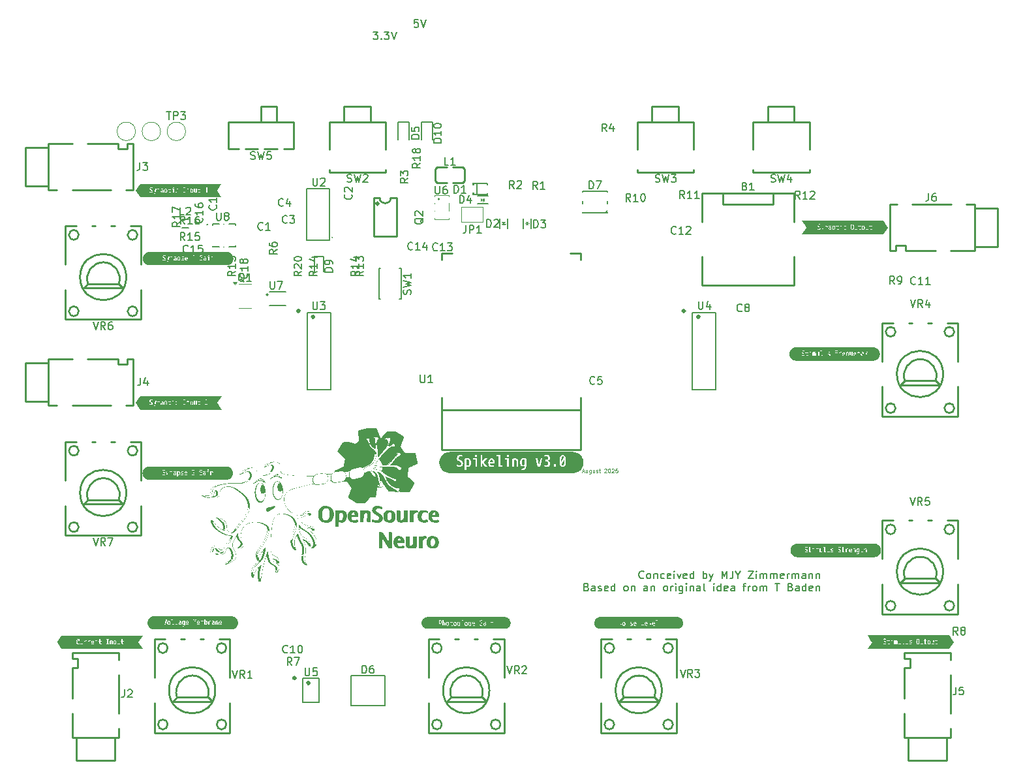
<source format=gbr>
%TF.GenerationSoftware,KiCad,Pcbnew,9.0.3*%
%TF.CreationDate,2025-08-10T03:43:02+02:00*%
%TF.ProjectId,Spikeling_v3.0,5370696b-656c-4696-9e67-5f76332e302e,rev?*%
%TF.SameCoordinates,Original*%
%TF.FileFunction,Legend,Top*%
%TF.FilePolarity,Positive*%
%FSLAX46Y46*%
G04 Gerber Fmt 4.6, Leading zero omitted, Abs format (unit mm)*
G04 Created by KiCad (PCBNEW 9.0.3) date 2025-08-10 03:43:02*
%MOMM*%
%LPD*%
G01*
G04 APERTURE LIST*
%ADD10C,0.100000*%
%ADD11C,0.200000*%
%ADD12C,0.150000*%
%ADD13C,0.254000*%
%ADD14C,0.200500*%
%ADD15C,0.120000*%
%ADD16C,0.000000*%
%ADD17C,0.152500*%
%ADD18C,0.300000*%
%ADD19C,0.152000*%
%ADD20C,0.127000*%
%ADD21C,0.130000*%
G04 APERTURE END LIST*
D10*
X169186027Y-95615752D02*
X169424122Y-95615752D01*
X169138408Y-95758609D02*
X169305074Y-95258609D01*
X169305074Y-95258609D02*
X169471741Y-95758609D01*
X169852693Y-95425276D02*
X169852693Y-95758609D01*
X169638407Y-95425276D02*
X169638407Y-95687180D01*
X169638407Y-95687180D02*
X169662217Y-95734800D01*
X169662217Y-95734800D02*
X169709836Y-95758609D01*
X169709836Y-95758609D02*
X169781264Y-95758609D01*
X169781264Y-95758609D02*
X169828883Y-95734800D01*
X169828883Y-95734800D02*
X169852693Y-95710990D01*
X170305074Y-95425276D02*
X170305074Y-95830038D01*
X170305074Y-95830038D02*
X170281264Y-95877657D01*
X170281264Y-95877657D02*
X170257455Y-95901466D01*
X170257455Y-95901466D02*
X170209836Y-95925276D01*
X170209836Y-95925276D02*
X170138407Y-95925276D01*
X170138407Y-95925276D02*
X170090788Y-95901466D01*
X170305074Y-95734800D02*
X170257455Y-95758609D01*
X170257455Y-95758609D02*
X170162217Y-95758609D01*
X170162217Y-95758609D02*
X170114598Y-95734800D01*
X170114598Y-95734800D02*
X170090788Y-95710990D01*
X170090788Y-95710990D02*
X170066979Y-95663371D01*
X170066979Y-95663371D02*
X170066979Y-95520514D01*
X170066979Y-95520514D02*
X170090788Y-95472895D01*
X170090788Y-95472895D02*
X170114598Y-95449085D01*
X170114598Y-95449085D02*
X170162217Y-95425276D01*
X170162217Y-95425276D02*
X170257455Y-95425276D01*
X170257455Y-95425276D02*
X170305074Y-95449085D01*
X170757455Y-95425276D02*
X170757455Y-95758609D01*
X170543169Y-95425276D02*
X170543169Y-95687180D01*
X170543169Y-95687180D02*
X170566979Y-95734800D01*
X170566979Y-95734800D02*
X170614598Y-95758609D01*
X170614598Y-95758609D02*
X170686026Y-95758609D01*
X170686026Y-95758609D02*
X170733645Y-95734800D01*
X170733645Y-95734800D02*
X170757455Y-95710990D01*
X170971741Y-95734800D02*
X171019360Y-95758609D01*
X171019360Y-95758609D02*
X171114598Y-95758609D01*
X171114598Y-95758609D02*
X171162217Y-95734800D01*
X171162217Y-95734800D02*
X171186026Y-95687180D01*
X171186026Y-95687180D02*
X171186026Y-95663371D01*
X171186026Y-95663371D02*
X171162217Y-95615752D01*
X171162217Y-95615752D02*
X171114598Y-95591942D01*
X171114598Y-95591942D02*
X171043169Y-95591942D01*
X171043169Y-95591942D02*
X170995550Y-95568133D01*
X170995550Y-95568133D02*
X170971741Y-95520514D01*
X170971741Y-95520514D02*
X170971741Y-95496704D01*
X170971741Y-95496704D02*
X170995550Y-95449085D01*
X170995550Y-95449085D02*
X171043169Y-95425276D01*
X171043169Y-95425276D02*
X171114598Y-95425276D01*
X171114598Y-95425276D02*
X171162217Y-95449085D01*
X171328884Y-95425276D02*
X171519360Y-95425276D01*
X171400312Y-95258609D02*
X171400312Y-95687180D01*
X171400312Y-95687180D02*
X171424122Y-95734800D01*
X171424122Y-95734800D02*
X171471741Y-95758609D01*
X171471741Y-95758609D02*
X171519360Y-95758609D01*
X172043169Y-95306228D02*
X172066978Y-95282419D01*
X172066978Y-95282419D02*
X172114597Y-95258609D01*
X172114597Y-95258609D02*
X172233645Y-95258609D01*
X172233645Y-95258609D02*
X172281264Y-95282419D01*
X172281264Y-95282419D02*
X172305073Y-95306228D01*
X172305073Y-95306228D02*
X172328883Y-95353847D01*
X172328883Y-95353847D02*
X172328883Y-95401466D01*
X172328883Y-95401466D02*
X172305073Y-95472895D01*
X172305073Y-95472895D02*
X172019359Y-95758609D01*
X172019359Y-95758609D02*
X172328883Y-95758609D01*
X172638406Y-95258609D02*
X172686025Y-95258609D01*
X172686025Y-95258609D02*
X172733644Y-95282419D01*
X172733644Y-95282419D02*
X172757454Y-95306228D01*
X172757454Y-95306228D02*
X172781263Y-95353847D01*
X172781263Y-95353847D02*
X172805073Y-95449085D01*
X172805073Y-95449085D02*
X172805073Y-95568133D01*
X172805073Y-95568133D02*
X172781263Y-95663371D01*
X172781263Y-95663371D02*
X172757454Y-95710990D01*
X172757454Y-95710990D02*
X172733644Y-95734800D01*
X172733644Y-95734800D02*
X172686025Y-95758609D01*
X172686025Y-95758609D02*
X172638406Y-95758609D01*
X172638406Y-95758609D02*
X172590787Y-95734800D01*
X172590787Y-95734800D02*
X172566978Y-95710990D01*
X172566978Y-95710990D02*
X172543168Y-95663371D01*
X172543168Y-95663371D02*
X172519359Y-95568133D01*
X172519359Y-95568133D02*
X172519359Y-95449085D01*
X172519359Y-95449085D02*
X172543168Y-95353847D01*
X172543168Y-95353847D02*
X172566978Y-95306228D01*
X172566978Y-95306228D02*
X172590787Y-95282419D01*
X172590787Y-95282419D02*
X172638406Y-95258609D01*
X172995549Y-95306228D02*
X173019358Y-95282419D01*
X173019358Y-95282419D02*
X173066977Y-95258609D01*
X173066977Y-95258609D02*
X173186025Y-95258609D01*
X173186025Y-95258609D02*
X173233644Y-95282419D01*
X173233644Y-95282419D02*
X173257453Y-95306228D01*
X173257453Y-95306228D02*
X173281263Y-95353847D01*
X173281263Y-95353847D02*
X173281263Y-95401466D01*
X173281263Y-95401466D02*
X173257453Y-95472895D01*
X173257453Y-95472895D02*
X172971739Y-95758609D01*
X172971739Y-95758609D02*
X173281263Y-95758609D01*
X173733643Y-95258609D02*
X173495548Y-95258609D01*
X173495548Y-95258609D02*
X173471739Y-95496704D01*
X173471739Y-95496704D02*
X173495548Y-95472895D01*
X173495548Y-95472895D02*
X173543167Y-95449085D01*
X173543167Y-95449085D02*
X173662215Y-95449085D01*
X173662215Y-95449085D02*
X173709834Y-95472895D01*
X173709834Y-95472895D02*
X173733643Y-95496704D01*
X173733643Y-95496704D02*
X173757453Y-95544323D01*
X173757453Y-95544323D02*
X173757453Y-95663371D01*
X173757453Y-95663371D02*
X173733643Y-95710990D01*
X173733643Y-95710990D02*
X173709834Y-95734800D01*
X173709834Y-95734800D02*
X173662215Y-95758609D01*
X173662215Y-95758609D02*
X173543167Y-95758609D01*
X173543167Y-95758609D02*
X173495548Y-95734800D01*
X173495548Y-95734800D02*
X173471739Y-95710990D01*
D11*
X142049435Y-38567219D02*
X142668482Y-38567219D01*
X142668482Y-38567219D02*
X142335149Y-38948171D01*
X142335149Y-38948171D02*
X142478006Y-38948171D01*
X142478006Y-38948171D02*
X142573244Y-38995790D01*
X142573244Y-38995790D02*
X142620863Y-39043409D01*
X142620863Y-39043409D02*
X142668482Y-39138647D01*
X142668482Y-39138647D02*
X142668482Y-39376742D01*
X142668482Y-39376742D02*
X142620863Y-39471980D01*
X142620863Y-39471980D02*
X142573244Y-39519600D01*
X142573244Y-39519600D02*
X142478006Y-39567219D01*
X142478006Y-39567219D02*
X142192292Y-39567219D01*
X142192292Y-39567219D02*
X142097054Y-39519600D01*
X142097054Y-39519600D02*
X142049435Y-39471980D01*
X143097054Y-39471980D02*
X143144673Y-39519600D01*
X143144673Y-39519600D02*
X143097054Y-39567219D01*
X143097054Y-39567219D02*
X143049435Y-39519600D01*
X143049435Y-39519600D02*
X143097054Y-39471980D01*
X143097054Y-39471980D02*
X143097054Y-39567219D01*
X143478006Y-38567219D02*
X144097053Y-38567219D01*
X144097053Y-38567219D02*
X143763720Y-38948171D01*
X143763720Y-38948171D02*
X143906577Y-38948171D01*
X143906577Y-38948171D02*
X144001815Y-38995790D01*
X144001815Y-38995790D02*
X144049434Y-39043409D01*
X144049434Y-39043409D02*
X144097053Y-39138647D01*
X144097053Y-39138647D02*
X144097053Y-39376742D01*
X144097053Y-39376742D02*
X144049434Y-39471980D01*
X144049434Y-39471980D02*
X144001815Y-39519600D01*
X144001815Y-39519600D02*
X143906577Y-39567219D01*
X143906577Y-39567219D02*
X143620863Y-39567219D01*
X143620863Y-39567219D02*
X143525625Y-39519600D01*
X143525625Y-39519600D02*
X143478006Y-39471980D01*
X144382768Y-38567219D02*
X144716101Y-39567219D01*
X144716101Y-39567219D02*
X145049434Y-38567219D01*
X147870863Y-36992219D02*
X147394673Y-36992219D01*
X147394673Y-36992219D02*
X147347054Y-37468409D01*
X147347054Y-37468409D02*
X147394673Y-37420790D01*
X147394673Y-37420790D02*
X147489911Y-37373171D01*
X147489911Y-37373171D02*
X147728006Y-37373171D01*
X147728006Y-37373171D02*
X147823244Y-37420790D01*
X147823244Y-37420790D02*
X147870863Y-37468409D01*
X147870863Y-37468409D02*
X147918482Y-37563647D01*
X147918482Y-37563647D02*
X147918482Y-37801742D01*
X147918482Y-37801742D02*
X147870863Y-37896980D01*
X147870863Y-37896980D02*
X147823244Y-37944600D01*
X147823244Y-37944600D02*
X147728006Y-37992219D01*
X147728006Y-37992219D02*
X147489911Y-37992219D01*
X147489911Y-37992219D02*
X147394673Y-37944600D01*
X147394673Y-37944600D02*
X147347054Y-37896980D01*
X148204197Y-36992219D02*
X148537530Y-37992219D01*
X148537530Y-37992219D02*
X148870863Y-36992219D01*
D12*
X177153695Y-109414636D02*
X177106076Y-109462256D01*
X177106076Y-109462256D02*
X176963219Y-109509875D01*
X176963219Y-109509875D02*
X176867981Y-109509875D01*
X176867981Y-109509875D02*
X176725124Y-109462256D01*
X176725124Y-109462256D02*
X176629886Y-109367017D01*
X176629886Y-109367017D02*
X176582267Y-109271779D01*
X176582267Y-109271779D02*
X176534648Y-109081303D01*
X176534648Y-109081303D02*
X176534648Y-108938446D01*
X176534648Y-108938446D02*
X176582267Y-108747970D01*
X176582267Y-108747970D02*
X176629886Y-108652732D01*
X176629886Y-108652732D02*
X176725124Y-108557494D01*
X176725124Y-108557494D02*
X176867981Y-108509875D01*
X176867981Y-108509875D02*
X176963219Y-108509875D01*
X176963219Y-108509875D02*
X177106076Y-108557494D01*
X177106076Y-108557494D02*
X177153695Y-108605113D01*
X177725124Y-109509875D02*
X177629886Y-109462256D01*
X177629886Y-109462256D02*
X177582267Y-109414636D01*
X177582267Y-109414636D02*
X177534648Y-109319398D01*
X177534648Y-109319398D02*
X177534648Y-109033684D01*
X177534648Y-109033684D02*
X177582267Y-108938446D01*
X177582267Y-108938446D02*
X177629886Y-108890827D01*
X177629886Y-108890827D02*
X177725124Y-108843208D01*
X177725124Y-108843208D02*
X177867981Y-108843208D01*
X177867981Y-108843208D02*
X177963219Y-108890827D01*
X177963219Y-108890827D02*
X178010838Y-108938446D01*
X178010838Y-108938446D02*
X178058457Y-109033684D01*
X178058457Y-109033684D02*
X178058457Y-109319398D01*
X178058457Y-109319398D02*
X178010838Y-109414636D01*
X178010838Y-109414636D02*
X177963219Y-109462256D01*
X177963219Y-109462256D02*
X177867981Y-109509875D01*
X177867981Y-109509875D02*
X177725124Y-109509875D01*
X178487029Y-108843208D02*
X178487029Y-109509875D01*
X178487029Y-108938446D02*
X178534648Y-108890827D01*
X178534648Y-108890827D02*
X178629886Y-108843208D01*
X178629886Y-108843208D02*
X178772743Y-108843208D01*
X178772743Y-108843208D02*
X178867981Y-108890827D01*
X178867981Y-108890827D02*
X178915600Y-108986065D01*
X178915600Y-108986065D02*
X178915600Y-109509875D01*
X179820362Y-109462256D02*
X179725124Y-109509875D01*
X179725124Y-109509875D02*
X179534648Y-109509875D01*
X179534648Y-109509875D02*
X179439410Y-109462256D01*
X179439410Y-109462256D02*
X179391791Y-109414636D01*
X179391791Y-109414636D02*
X179344172Y-109319398D01*
X179344172Y-109319398D02*
X179344172Y-109033684D01*
X179344172Y-109033684D02*
X179391791Y-108938446D01*
X179391791Y-108938446D02*
X179439410Y-108890827D01*
X179439410Y-108890827D02*
X179534648Y-108843208D01*
X179534648Y-108843208D02*
X179725124Y-108843208D01*
X179725124Y-108843208D02*
X179820362Y-108890827D01*
X180629886Y-109462256D02*
X180534648Y-109509875D01*
X180534648Y-109509875D02*
X180344172Y-109509875D01*
X180344172Y-109509875D02*
X180248934Y-109462256D01*
X180248934Y-109462256D02*
X180201315Y-109367017D01*
X180201315Y-109367017D02*
X180201315Y-108986065D01*
X180201315Y-108986065D02*
X180248934Y-108890827D01*
X180248934Y-108890827D02*
X180344172Y-108843208D01*
X180344172Y-108843208D02*
X180534648Y-108843208D01*
X180534648Y-108843208D02*
X180629886Y-108890827D01*
X180629886Y-108890827D02*
X180677505Y-108986065D01*
X180677505Y-108986065D02*
X180677505Y-109081303D01*
X180677505Y-109081303D02*
X180201315Y-109176541D01*
X181106077Y-109509875D02*
X181106077Y-108843208D01*
X181106077Y-108509875D02*
X181058458Y-108557494D01*
X181058458Y-108557494D02*
X181106077Y-108605113D01*
X181106077Y-108605113D02*
X181153696Y-108557494D01*
X181153696Y-108557494D02*
X181106077Y-108509875D01*
X181106077Y-108509875D02*
X181106077Y-108605113D01*
X181487029Y-108843208D02*
X181725124Y-109509875D01*
X181725124Y-109509875D02*
X181963219Y-108843208D01*
X182725124Y-109462256D02*
X182629886Y-109509875D01*
X182629886Y-109509875D02*
X182439410Y-109509875D01*
X182439410Y-109509875D02*
X182344172Y-109462256D01*
X182344172Y-109462256D02*
X182296553Y-109367017D01*
X182296553Y-109367017D02*
X182296553Y-108986065D01*
X182296553Y-108986065D02*
X182344172Y-108890827D01*
X182344172Y-108890827D02*
X182439410Y-108843208D01*
X182439410Y-108843208D02*
X182629886Y-108843208D01*
X182629886Y-108843208D02*
X182725124Y-108890827D01*
X182725124Y-108890827D02*
X182772743Y-108986065D01*
X182772743Y-108986065D02*
X182772743Y-109081303D01*
X182772743Y-109081303D02*
X182296553Y-109176541D01*
X183629886Y-109509875D02*
X183629886Y-108509875D01*
X183629886Y-109462256D02*
X183534648Y-109509875D01*
X183534648Y-109509875D02*
X183344172Y-109509875D01*
X183344172Y-109509875D02*
X183248934Y-109462256D01*
X183248934Y-109462256D02*
X183201315Y-109414636D01*
X183201315Y-109414636D02*
X183153696Y-109319398D01*
X183153696Y-109319398D02*
X183153696Y-109033684D01*
X183153696Y-109033684D02*
X183201315Y-108938446D01*
X183201315Y-108938446D02*
X183248934Y-108890827D01*
X183248934Y-108890827D02*
X183344172Y-108843208D01*
X183344172Y-108843208D02*
X183534648Y-108843208D01*
X183534648Y-108843208D02*
X183629886Y-108890827D01*
X184867982Y-109509875D02*
X184867982Y-108509875D01*
X184867982Y-108890827D02*
X184963220Y-108843208D01*
X184963220Y-108843208D02*
X185153696Y-108843208D01*
X185153696Y-108843208D02*
X185248934Y-108890827D01*
X185248934Y-108890827D02*
X185296553Y-108938446D01*
X185296553Y-108938446D02*
X185344172Y-109033684D01*
X185344172Y-109033684D02*
X185344172Y-109319398D01*
X185344172Y-109319398D02*
X185296553Y-109414636D01*
X185296553Y-109414636D02*
X185248934Y-109462256D01*
X185248934Y-109462256D02*
X185153696Y-109509875D01*
X185153696Y-109509875D02*
X184963220Y-109509875D01*
X184963220Y-109509875D02*
X184867982Y-109462256D01*
X185677506Y-108843208D02*
X185915601Y-109509875D01*
X186153696Y-108843208D02*
X185915601Y-109509875D01*
X185915601Y-109509875D02*
X185820363Y-109747970D01*
X185820363Y-109747970D02*
X185772744Y-109795589D01*
X185772744Y-109795589D02*
X185677506Y-109843208D01*
X187296554Y-109509875D02*
X187296554Y-108509875D01*
X187296554Y-108509875D02*
X187629887Y-109224160D01*
X187629887Y-109224160D02*
X187963220Y-108509875D01*
X187963220Y-108509875D02*
X187963220Y-109509875D01*
X188725125Y-108509875D02*
X188725125Y-109224160D01*
X188725125Y-109224160D02*
X188677506Y-109367017D01*
X188677506Y-109367017D02*
X188582268Y-109462256D01*
X188582268Y-109462256D02*
X188439411Y-109509875D01*
X188439411Y-109509875D02*
X188344173Y-109509875D01*
X189391792Y-109033684D02*
X189391792Y-109509875D01*
X189058459Y-108509875D02*
X189391792Y-109033684D01*
X189391792Y-109033684D02*
X189725125Y-108509875D01*
X190725126Y-108509875D02*
X191391792Y-108509875D01*
X191391792Y-108509875D02*
X190725126Y-109509875D01*
X190725126Y-109509875D02*
X191391792Y-109509875D01*
X191772745Y-109509875D02*
X191772745Y-108843208D01*
X191772745Y-108509875D02*
X191725126Y-108557494D01*
X191725126Y-108557494D02*
X191772745Y-108605113D01*
X191772745Y-108605113D02*
X191820364Y-108557494D01*
X191820364Y-108557494D02*
X191772745Y-108509875D01*
X191772745Y-108509875D02*
X191772745Y-108605113D01*
X192248935Y-109509875D02*
X192248935Y-108843208D01*
X192248935Y-108938446D02*
X192296554Y-108890827D01*
X192296554Y-108890827D02*
X192391792Y-108843208D01*
X192391792Y-108843208D02*
X192534649Y-108843208D01*
X192534649Y-108843208D02*
X192629887Y-108890827D01*
X192629887Y-108890827D02*
X192677506Y-108986065D01*
X192677506Y-108986065D02*
X192677506Y-109509875D01*
X192677506Y-108986065D02*
X192725125Y-108890827D01*
X192725125Y-108890827D02*
X192820363Y-108843208D01*
X192820363Y-108843208D02*
X192963220Y-108843208D01*
X192963220Y-108843208D02*
X193058459Y-108890827D01*
X193058459Y-108890827D02*
X193106078Y-108986065D01*
X193106078Y-108986065D02*
X193106078Y-109509875D01*
X193582268Y-109509875D02*
X193582268Y-108843208D01*
X193582268Y-108938446D02*
X193629887Y-108890827D01*
X193629887Y-108890827D02*
X193725125Y-108843208D01*
X193725125Y-108843208D02*
X193867982Y-108843208D01*
X193867982Y-108843208D02*
X193963220Y-108890827D01*
X193963220Y-108890827D02*
X194010839Y-108986065D01*
X194010839Y-108986065D02*
X194010839Y-109509875D01*
X194010839Y-108986065D02*
X194058458Y-108890827D01*
X194058458Y-108890827D02*
X194153696Y-108843208D01*
X194153696Y-108843208D02*
X194296553Y-108843208D01*
X194296553Y-108843208D02*
X194391792Y-108890827D01*
X194391792Y-108890827D02*
X194439411Y-108986065D01*
X194439411Y-108986065D02*
X194439411Y-109509875D01*
X195296553Y-109462256D02*
X195201315Y-109509875D01*
X195201315Y-109509875D02*
X195010839Y-109509875D01*
X195010839Y-109509875D02*
X194915601Y-109462256D01*
X194915601Y-109462256D02*
X194867982Y-109367017D01*
X194867982Y-109367017D02*
X194867982Y-108986065D01*
X194867982Y-108986065D02*
X194915601Y-108890827D01*
X194915601Y-108890827D02*
X195010839Y-108843208D01*
X195010839Y-108843208D02*
X195201315Y-108843208D01*
X195201315Y-108843208D02*
X195296553Y-108890827D01*
X195296553Y-108890827D02*
X195344172Y-108986065D01*
X195344172Y-108986065D02*
X195344172Y-109081303D01*
X195344172Y-109081303D02*
X194867982Y-109176541D01*
X195772744Y-109509875D02*
X195772744Y-108843208D01*
X195772744Y-109033684D02*
X195820363Y-108938446D01*
X195820363Y-108938446D02*
X195867982Y-108890827D01*
X195867982Y-108890827D02*
X195963220Y-108843208D01*
X195963220Y-108843208D02*
X196058458Y-108843208D01*
X196391792Y-109509875D02*
X196391792Y-108843208D01*
X196391792Y-108938446D02*
X196439411Y-108890827D01*
X196439411Y-108890827D02*
X196534649Y-108843208D01*
X196534649Y-108843208D02*
X196677506Y-108843208D01*
X196677506Y-108843208D02*
X196772744Y-108890827D01*
X196772744Y-108890827D02*
X196820363Y-108986065D01*
X196820363Y-108986065D02*
X196820363Y-109509875D01*
X196820363Y-108986065D02*
X196867982Y-108890827D01*
X196867982Y-108890827D02*
X196963220Y-108843208D01*
X196963220Y-108843208D02*
X197106077Y-108843208D01*
X197106077Y-108843208D02*
X197201316Y-108890827D01*
X197201316Y-108890827D02*
X197248935Y-108986065D01*
X197248935Y-108986065D02*
X197248935Y-109509875D01*
X198153696Y-109509875D02*
X198153696Y-108986065D01*
X198153696Y-108986065D02*
X198106077Y-108890827D01*
X198106077Y-108890827D02*
X198010839Y-108843208D01*
X198010839Y-108843208D02*
X197820363Y-108843208D01*
X197820363Y-108843208D02*
X197725125Y-108890827D01*
X198153696Y-109462256D02*
X198058458Y-109509875D01*
X198058458Y-109509875D02*
X197820363Y-109509875D01*
X197820363Y-109509875D02*
X197725125Y-109462256D01*
X197725125Y-109462256D02*
X197677506Y-109367017D01*
X197677506Y-109367017D02*
X197677506Y-109271779D01*
X197677506Y-109271779D02*
X197725125Y-109176541D01*
X197725125Y-109176541D02*
X197820363Y-109128922D01*
X197820363Y-109128922D02*
X198058458Y-109128922D01*
X198058458Y-109128922D02*
X198153696Y-109081303D01*
X198629887Y-108843208D02*
X198629887Y-109509875D01*
X198629887Y-108938446D02*
X198677506Y-108890827D01*
X198677506Y-108890827D02*
X198772744Y-108843208D01*
X198772744Y-108843208D02*
X198915601Y-108843208D01*
X198915601Y-108843208D02*
X199010839Y-108890827D01*
X199010839Y-108890827D02*
X199058458Y-108986065D01*
X199058458Y-108986065D02*
X199058458Y-109509875D01*
X199534649Y-108843208D02*
X199534649Y-109509875D01*
X199534649Y-108938446D02*
X199582268Y-108890827D01*
X199582268Y-108890827D02*
X199677506Y-108843208D01*
X199677506Y-108843208D02*
X199820363Y-108843208D01*
X199820363Y-108843208D02*
X199915601Y-108890827D01*
X199915601Y-108890827D02*
X199963220Y-108986065D01*
X199963220Y-108986065D02*
X199963220Y-109509875D01*
X169725121Y-110596009D02*
X169867978Y-110643628D01*
X169867978Y-110643628D02*
X169915597Y-110691247D01*
X169915597Y-110691247D02*
X169963216Y-110786485D01*
X169963216Y-110786485D02*
X169963216Y-110929342D01*
X169963216Y-110929342D02*
X169915597Y-111024580D01*
X169915597Y-111024580D02*
X169867978Y-111072200D01*
X169867978Y-111072200D02*
X169772740Y-111119819D01*
X169772740Y-111119819D02*
X169391788Y-111119819D01*
X169391788Y-111119819D02*
X169391788Y-110119819D01*
X169391788Y-110119819D02*
X169725121Y-110119819D01*
X169725121Y-110119819D02*
X169820359Y-110167438D01*
X169820359Y-110167438D02*
X169867978Y-110215057D01*
X169867978Y-110215057D02*
X169915597Y-110310295D01*
X169915597Y-110310295D02*
X169915597Y-110405533D01*
X169915597Y-110405533D02*
X169867978Y-110500771D01*
X169867978Y-110500771D02*
X169820359Y-110548390D01*
X169820359Y-110548390D02*
X169725121Y-110596009D01*
X169725121Y-110596009D02*
X169391788Y-110596009D01*
X170820359Y-111119819D02*
X170820359Y-110596009D01*
X170820359Y-110596009D02*
X170772740Y-110500771D01*
X170772740Y-110500771D02*
X170677502Y-110453152D01*
X170677502Y-110453152D02*
X170487026Y-110453152D01*
X170487026Y-110453152D02*
X170391788Y-110500771D01*
X170820359Y-111072200D02*
X170725121Y-111119819D01*
X170725121Y-111119819D02*
X170487026Y-111119819D01*
X170487026Y-111119819D02*
X170391788Y-111072200D01*
X170391788Y-111072200D02*
X170344169Y-110976961D01*
X170344169Y-110976961D02*
X170344169Y-110881723D01*
X170344169Y-110881723D02*
X170391788Y-110786485D01*
X170391788Y-110786485D02*
X170487026Y-110738866D01*
X170487026Y-110738866D02*
X170725121Y-110738866D01*
X170725121Y-110738866D02*
X170820359Y-110691247D01*
X171248931Y-111072200D02*
X171344169Y-111119819D01*
X171344169Y-111119819D02*
X171534645Y-111119819D01*
X171534645Y-111119819D02*
X171629883Y-111072200D01*
X171629883Y-111072200D02*
X171677502Y-110976961D01*
X171677502Y-110976961D02*
X171677502Y-110929342D01*
X171677502Y-110929342D02*
X171629883Y-110834104D01*
X171629883Y-110834104D02*
X171534645Y-110786485D01*
X171534645Y-110786485D02*
X171391788Y-110786485D01*
X171391788Y-110786485D02*
X171296550Y-110738866D01*
X171296550Y-110738866D02*
X171248931Y-110643628D01*
X171248931Y-110643628D02*
X171248931Y-110596009D01*
X171248931Y-110596009D02*
X171296550Y-110500771D01*
X171296550Y-110500771D02*
X171391788Y-110453152D01*
X171391788Y-110453152D02*
X171534645Y-110453152D01*
X171534645Y-110453152D02*
X171629883Y-110500771D01*
X172487026Y-111072200D02*
X172391788Y-111119819D01*
X172391788Y-111119819D02*
X172201312Y-111119819D01*
X172201312Y-111119819D02*
X172106074Y-111072200D01*
X172106074Y-111072200D02*
X172058455Y-110976961D01*
X172058455Y-110976961D02*
X172058455Y-110596009D01*
X172058455Y-110596009D02*
X172106074Y-110500771D01*
X172106074Y-110500771D02*
X172201312Y-110453152D01*
X172201312Y-110453152D02*
X172391788Y-110453152D01*
X172391788Y-110453152D02*
X172487026Y-110500771D01*
X172487026Y-110500771D02*
X172534645Y-110596009D01*
X172534645Y-110596009D02*
X172534645Y-110691247D01*
X172534645Y-110691247D02*
X172058455Y-110786485D01*
X173391788Y-111119819D02*
X173391788Y-110119819D01*
X173391788Y-111072200D02*
X173296550Y-111119819D01*
X173296550Y-111119819D02*
X173106074Y-111119819D01*
X173106074Y-111119819D02*
X173010836Y-111072200D01*
X173010836Y-111072200D02*
X172963217Y-111024580D01*
X172963217Y-111024580D02*
X172915598Y-110929342D01*
X172915598Y-110929342D02*
X172915598Y-110643628D01*
X172915598Y-110643628D02*
X172963217Y-110548390D01*
X172963217Y-110548390D02*
X173010836Y-110500771D01*
X173010836Y-110500771D02*
X173106074Y-110453152D01*
X173106074Y-110453152D02*
X173296550Y-110453152D01*
X173296550Y-110453152D02*
X173391788Y-110500771D01*
X174772741Y-111119819D02*
X174677503Y-111072200D01*
X174677503Y-111072200D02*
X174629884Y-111024580D01*
X174629884Y-111024580D02*
X174582265Y-110929342D01*
X174582265Y-110929342D02*
X174582265Y-110643628D01*
X174582265Y-110643628D02*
X174629884Y-110548390D01*
X174629884Y-110548390D02*
X174677503Y-110500771D01*
X174677503Y-110500771D02*
X174772741Y-110453152D01*
X174772741Y-110453152D02*
X174915598Y-110453152D01*
X174915598Y-110453152D02*
X175010836Y-110500771D01*
X175010836Y-110500771D02*
X175058455Y-110548390D01*
X175058455Y-110548390D02*
X175106074Y-110643628D01*
X175106074Y-110643628D02*
X175106074Y-110929342D01*
X175106074Y-110929342D02*
X175058455Y-111024580D01*
X175058455Y-111024580D02*
X175010836Y-111072200D01*
X175010836Y-111072200D02*
X174915598Y-111119819D01*
X174915598Y-111119819D02*
X174772741Y-111119819D01*
X175534646Y-110453152D02*
X175534646Y-111119819D01*
X175534646Y-110548390D02*
X175582265Y-110500771D01*
X175582265Y-110500771D02*
X175677503Y-110453152D01*
X175677503Y-110453152D02*
X175820360Y-110453152D01*
X175820360Y-110453152D02*
X175915598Y-110500771D01*
X175915598Y-110500771D02*
X175963217Y-110596009D01*
X175963217Y-110596009D02*
X175963217Y-111119819D01*
X177629884Y-111119819D02*
X177629884Y-110596009D01*
X177629884Y-110596009D02*
X177582265Y-110500771D01*
X177582265Y-110500771D02*
X177487027Y-110453152D01*
X177487027Y-110453152D02*
X177296551Y-110453152D01*
X177296551Y-110453152D02*
X177201313Y-110500771D01*
X177629884Y-111072200D02*
X177534646Y-111119819D01*
X177534646Y-111119819D02*
X177296551Y-111119819D01*
X177296551Y-111119819D02*
X177201313Y-111072200D01*
X177201313Y-111072200D02*
X177153694Y-110976961D01*
X177153694Y-110976961D02*
X177153694Y-110881723D01*
X177153694Y-110881723D02*
X177201313Y-110786485D01*
X177201313Y-110786485D02*
X177296551Y-110738866D01*
X177296551Y-110738866D02*
X177534646Y-110738866D01*
X177534646Y-110738866D02*
X177629884Y-110691247D01*
X178106075Y-110453152D02*
X178106075Y-111119819D01*
X178106075Y-110548390D02*
X178153694Y-110500771D01*
X178153694Y-110500771D02*
X178248932Y-110453152D01*
X178248932Y-110453152D02*
X178391789Y-110453152D01*
X178391789Y-110453152D02*
X178487027Y-110500771D01*
X178487027Y-110500771D02*
X178534646Y-110596009D01*
X178534646Y-110596009D02*
X178534646Y-111119819D01*
X179915599Y-111119819D02*
X179820361Y-111072200D01*
X179820361Y-111072200D02*
X179772742Y-111024580D01*
X179772742Y-111024580D02*
X179725123Y-110929342D01*
X179725123Y-110929342D02*
X179725123Y-110643628D01*
X179725123Y-110643628D02*
X179772742Y-110548390D01*
X179772742Y-110548390D02*
X179820361Y-110500771D01*
X179820361Y-110500771D02*
X179915599Y-110453152D01*
X179915599Y-110453152D02*
X180058456Y-110453152D01*
X180058456Y-110453152D02*
X180153694Y-110500771D01*
X180153694Y-110500771D02*
X180201313Y-110548390D01*
X180201313Y-110548390D02*
X180248932Y-110643628D01*
X180248932Y-110643628D02*
X180248932Y-110929342D01*
X180248932Y-110929342D02*
X180201313Y-111024580D01*
X180201313Y-111024580D02*
X180153694Y-111072200D01*
X180153694Y-111072200D02*
X180058456Y-111119819D01*
X180058456Y-111119819D02*
X179915599Y-111119819D01*
X180677504Y-111119819D02*
X180677504Y-110453152D01*
X180677504Y-110643628D02*
X180725123Y-110548390D01*
X180725123Y-110548390D02*
X180772742Y-110500771D01*
X180772742Y-110500771D02*
X180867980Y-110453152D01*
X180867980Y-110453152D02*
X180963218Y-110453152D01*
X181296552Y-111119819D02*
X181296552Y-110453152D01*
X181296552Y-110119819D02*
X181248933Y-110167438D01*
X181248933Y-110167438D02*
X181296552Y-110215057D01*
X181296552Y-110215057D02*
X181344171Y-110167438D01*
X181344171Y-110167438D02*
X181296552Y-110119819D01*
X181296552Y-110119819D02*
X181296552Y-110215057D01*
X182201313Y-110453152D02*
X182201313Y-111262676D01*
X182201313Y-111262676D02*
X182153694Y-111357914D01*
X182153694Y-111357914D02*
X182106075Y-111405533D01*
X182106075Y-111405533D02*
X182010837Y-111453152D01*
X182010837Y-111453152D02*
X181867980Y-111453152D01*
X181867980Y-111453152D02*
X181772742Y-111405533D01*
X182201313Y-111072200D02*
X182106075Y-111119819D01*
X182106075Y-111119819D02*
X181915599Y-111119819D01*
X181915599Y-111119819D02*
X181820361Y-111072200D01*
X181820361Y-111072200D02*
X181772742Y-111024580D01*
X181772742Y-111024580D02*
X181725123Y-110929342D01*
X181725123Y-110929342D02*
X181725123Y-110643628D01*
X181725123Y-110643628D02*
X181772742Y-110548390D01*
X181772742Y-110548390D02*
X181820361Y-110500771D01*
X181820361Y-110500771D02*
X181915599Y-110453152D01*
X181915599Y-110453152D02*
X182106075Y-110453152D01*
X182106075Y-110453152D02*
X182201313Y-110500771D01*
X182677504Y-111119819D02*
X182677504Y-110453152D01*
X182677504Y-110119819D02*
X182629885Y-110167438D01*
X182629885Y-110167438D02*
X182677504Y-110215057D01*
X182677504Y-110215057D02*
X182725123Y-110167438D01*
X182725123Y-110167438D02*
X182677504Y-110119819D01*
X182677504Y-110119819D02*
X182677504Y-110215057D01*
X183153694Y-110453152D02*
X183153694Y-111119819D01*
X183153694Y-110548390D02*
X183201313Y-110500771D01*
X183201313Y-110500771D02*
X183296551Y-110453152D01*
X183296551Y-110453152D02*
X183439408Y-110453152D01*
X183439408Y-110453152D02*
X183534646Y-110500771D01*
X183534646Y-110500771D02*
X183582265Y-110596009D01*
X183582265Y-110596009D02*
X183582265Y-111119819D01*
X184487027Y-111119819D02*
X184487027Y-110596009D01*
X184487027Y-110596009D02*
X184439408Y-110500771D01*
X184439408Y-110500771D02*
X184344170Y-110453152D01*
X184344170Y-110453152D02*
X184153694Y-110453152D01*
X184153694Y-110453152D02*
X184058456Y-110500771D01*
X184487027Y-111072200D02*
X184391789Y-111119819D01*
X184391789Y-111119819D02*
X184153694Y-111119819D01*
X184153694Y-111119819D02*
X184058456Y-111072200D01*
X184058456Y-111072200D02*
X184010837Y-110976961D01*
X184010837Y-110976961D02*
X184010837Y-110881723D01*
X184010837Y-110881723D02*
X184058456Y-110786485D01*
X184058456Y-110786485D02*
X184153694Y-110738866D01*
X184153694Y-110738866D02*
X184391789Y-110738866D01*
X184391789Y-110738866D02*
X184487027Y-110691247D01*
X185106075Y-111119819D02*
X185010837Y-111072200D01*
X185010837Y-111072200D02*
X184963218Y-110976961D01*
X184963218Y-110976961D02*
X184963218Y-110119819D01*
X186248933Y-111119819D02*
X186248933Y-110453152D01*
X186248933Y-110119819D02*
X186201314Y-110167438D01*
X186201314Y-110167438D02*
X186248933Y-110215057D01*
X186248933Y-110215057D02*
X186296552Y-110167438D01*
X186296552Y-110167438D02*
X186248933Y-110119819D01*
X186248933Y-110119819D02*
X186248933Y-110215057D01*
X187153694Y-111119819D02*
X187153694Y-110119819D01*
X187153694Y-111072200D02*
X187058456Y-111119819D01*
X187058456Y-111119819D02*
X186867980Y-111119819D01*
X186867980Y-111119819D02*
X186772742Y-111072200D01*
X186772742Y-111072200D02*
X186725123Y-111024580D01*
X186725123Y-111024580D02*
X186677504Y-110929342D01*
X186677504Y-110929342D02*
X186677504Y-110643628D01*
X186677504Y-110643628D02*
X186725123Y-110548390D01*
X186725123Y-110548390D02*
X186772742Y-110500771D01*
X186772742Y-110500771D02*
X186867980Y-110453152D01*
X186867980Y-110453152D02*
X187058456Y-110453152D01*
X187058456Y-110453152D02*
X187153694Y-110500771D01*
X188010837Y-111072200D02*
X187915599Y-111119819D01*
X187915599Y-111119819D02*
X187725123Y-111119819D01*
X187725123Y-111119819D02*
X187629885Y-111072200D01*
X187629885Y-111072200D02*
X187582266Y-110976961D01*
X187582266Y-110976961D02*
X187582266Y-110596009D01*
X187582266Y-110596009D02*
X187629885Y-110500771D01*
X187629885Y-110500771D02*
X187725123Y-110453152D01*
X187725123Y-110453152D02*
X187915599Y-110453152D01*
X187915599Y-110453152D02*
X188010837Y-110500771D01*
X188010837Y-110500771D02*
X188058456Y-110596009D01*
X188058456Y-110596009D02*
X188058456Y-110691247D01*
X188058456Y-110691247D02*
X187582266Y-110786485D01*
X188915599Y-111119819D02*
X188915599Y-110596009D01*
X188915599Y-110596009D02*
X188867980Y-110500771D01*
X188867980Y-110500771D02*
X188772742Y-110453152D01*
X188772742Y-110453152D02*
X188582266Y-110453152D01*
X188582266Y-110453152D02*
X188487028Y-110500771D01*
X188915599Y-111072200D02*
X188820361Y-111119819D01*
X188820361Y-111119819D02*
X188582266Y-111119819D01*
X188582266Y-111119819D02*
X188487028Y-111072200D01*
X188487028Y-111072200D02*
X188439409Y-110976961D01*
X188439409Y-110976961D02*
X188439409Y-110881723D01*
X188439409Y-110881723D02*
X188487028Y-110786485D01*
X188487028Y-110786485D02*
X188582266Y-110738866D01*
X188582266Y-110738866D02*
X188820361Y-110738866D01*
X188820361Y-110738866D02*
X188915599Y-110691247D01*
X190010838Y-110453152D02*
X190391790Y-110453152D01*
X190153695Y-111119819D02*
X190153695Y-110262676D01*
X190153695Y-110262676D02*
X190201314Y-110167438D01*
X190201314Y-110167438D02*
X190296552Y-110119819D01*
X190296552Y-110119819D02*
X190391790Y-110119819D01*
X190725124Y-111119819D02*
X190725124Y-110453152D01*
X190725124Y-110643628D02*
X190772743Y-110548390D01*
X190772743Y-110548390D02*
X190820362Y-110500771D01*
X190820362Y-110500771D02*
X190915600Y-110453152D01*
X190915600Y-110453152D02*
X191010838Y-110453152D01*
X191487029Y-111119819D02*
X191391791Y-111072200D01*
X191391791Y-111072200D02*
X191344172Y-111024580D01*
X191344172Y-111024580D02*
X191296553Y-110929342D01*
X191296553Y-110929342D02*
X191296553Y-110643628D01*
X191296553Y-110643628D02*
X191344172Y-110548390D01*
X191344172Y-110548390D02*
X191391791Y-110500771D01*
X191391791Y-110500771D02*
X191487029Y-110453152D01*
X191487029Y-110453152D02*
X191629886Y-110453152D01*
X191629886Y-110453152D02*
X191725124Y-110500771D01*
X191725124Y-110500771D02*
X191772743Y-110548390D01*
X191772743Y-110548390D02*
X191820362Y-110643628D01*
X191820362Y-110643628D02*
X191820362Y-110929342D01*
X191820362Y-110929342D02*
X191772743Y-111024580D01*
X191772743Y-111024580D02*
X191725124Y-111072200D01*
X191725124Y-111072200D02*
X191629886Y-111119819D01*
X191629886Y-111119819D02*
X191487029Y-111119819D01*
X192248934Y-111119819D02*
X192248934Y-110453152D01*
X192248934Y-110548390D02*
X192296553Y-110500771D01*
X192296553Y-110500771D02*
X192391791Y-110453152D01*
X192391791Y-110453152D02*
X192534648Y-110453152D01*
X192534648Y-110453152D02*
X192629886Y-110500771D01*
X192629886Y-110500771D02*
X192677505Y-110596009D01*
X192677505Y-110596009D02*
X192677505Y-111119819D01*
X192677505Y-110596009D02*
X192725124Y-110500771D01*
X192725124Y-110500771D02*
X192820362Y-110453152D01*
X192820362Y-110453152D02*
X192963219Y-110453152D01*
X192963219Y-110453152D02*
X193058458Y-110500771D01*
X193058458Y-110500771D02*
X193106077Y-110596009D01*
X193106077Y-110596009D02*
X193106077Y-111119819D01*
X194201315Y-110119819D02*
X194772743Y-110119819D01*
X194487029Y-111119819D02*
X194487029Y-110119819D01*
X196201315Y-110596009D02*
X196344172Y-110643628D01*
X196344172Y-110643628D02*
X196391791Y-110691247D01*
X196391791Y-110691247D02*
X196439410Y-110786485D01*
X196439410Y-110786485D02*
X196439410Y-110929342D01*
X196439410Y-110929342D02*
X196391791Y-111024580D01*
X196391791Y-111024580D02*
X196344172Y-111072200D01*
X196344172Y-111072200D02*
X196248934Y-111119819D01*
X196248934Y-111119819D02*
X195867982Y-111119819D01*
X195867982Y-111119819D02*
X195867982Y-110119819D01*
X195867982Y-110119819D02*
X196201315Y-110119819D01*
X196201315Y-110119819D02*
X196296553Y-110167438D01*
X196296553Y-110167438D02*
X196344172Y-110215057D01*
X196344172Y-110215057D02*
X196391791Y-110310295D01*
X196391791Y-110310295D02*
X196391791Y-110405533D01*
X196391791Y-110405533D02*
X196344172Y-110500771D01*
X196344172Y-110500771D02*
X196296553Y-110548390D01*
X196296553Y-110548390D02*
X196201315Y-110596009D01*
X196201315Y-110596009D02*
X195867982Y-110596009D01*
X197296553Y-111119819D02*
X197296553Y-110596009D01*
X197296553Y-110596009D02*
X197248934Y-110500771D01*
X197248934Y-110500771D02*
X197153696Y-110453152D01*
X197153696Y-110453152D02*
X196963220Y-110453152D01*
X196963220Y-110453152D02*
X196867982Y-110500771D01*
X197296553Y-111072200D02*
X197201315Y-111119819D01*
X197201315Y-111119819D02*
X196963220Y-111119819D01*
X196963220Y-111119819D02*
X196867982Y-111072200D01*
X196867982Y-111072200D02*
X196820363Y-110976961D01*
X196820363Y-110976961D02*
X196820363Y-110881723D01*
X196820363Y-110881723D02*
X196867982Y-110786485D01*
X196867982Y-110786485D02*
X196963220Y-110738866D01*
X196963220Y-110738866D02*
X197201315Y-110738866D01*
X197201315Y-110738866D02*
X197296553Y-110691247D01*
X198201315Y-111119819D02*
X198201315Y-110119819D01*
X198201315Y-111072200D02*
X198106077Y-111119819D01*
X198106077Y-111119819D02*
X197915601Y-111119819D01*
X197915601Y-111119819D02*
X197820363Y-111072200D01*
X197820363Y-111072200D02*
X197772744Y-111024580D01*
X197772744Y-111024580D02*
X197725125Y-110929342D01*
X197725125Y-110929342D02*
X197725125Y-110643628D01*
X197725125Y-110643628D02*
X197772744Y-110548390D01*
X197772744Y-110548390D02*
X197820363Y-110500771D01*
X197820363Y-110500771D02*
X197915601Y-110453152D01*
X197915601Y-110453152D02*
X198106077Y-110453152D01*
X198106077Y-110453152D02*
X198201315Y-110500771D01*
X199058458Y-111072200D02*
X198963220Y-111119819D01*
X198963220Y-111119819D02*
X198772744Y-111119819D01*
X198772744Y-111119819D02*
X198677506Y-111072200D01*
X198677506Y-111072200D02*
X198629887Y-110976961D01*
X198629887Y-110976961D02*
X198629887Y-110596009D01*
X198629887Y-110596009D02*
X198677506Y-110500771D01*
X198677506Y-110500771D02*
X198772744Y-110453152D01*
X198772744Y-110453152D02*
X198963220Y-110453152D01*
X198963220Y-110453152D02*
X199058458Y-110500771D01*
X199058458Y-110500771D02*
X199106077Y-110596009D01*
X199106077Y-110596009D02*
X199106077Y-110691247D01*
X199106077Y-110691247D02*
X198629887Y-110786485D01*
X199534649Y-110453152D02*
X199534649Y-111119819D01*
X199534649Y-110548390D02*
X199582268Y-110500771D01*
X199582268Y-110500771D02*
X199677506Y-110453152D01*
X199677506Y-110453152D02*
X199820363Y-110453152D01*
X199820363Y-110453152D02*
X199915601Y-110500771D01*
X199915601Y-110500771D02*
X199963220Y-110596009D01*
X199963220Y-110596009D02*
X199963220Y-111119819D01*
X128672970Y-70940069D02*
X128672970Y-71749592D01*
X128672970Y-71749592D02*
X128720589Y-71844830D01*
X128720589Y-71844830D02*
X128768208Y-71892450D01*
X128768208Y-71892450D02*
X128863446Y-71940069D01*
X128863446Y-71940069D02*
X129053922Y-71940069D01*
X129053922Y-71940069D02*
X129149160Y-71892450D01*
X129149160Y-71892450D02*
X129196779Y-71844830D01*
X129196779Y-71844830D02*
X129244398Y-71749592D01*
X129244398Y-71749592D02*
X129244398Y-70940069D01*
X129625351Y-70940069D02*
X130292017Y-70940069D01*
X130292017Y-70940069D02*
X129863446Y-71940069D01*
X115238095Y-48956819D02*
X115809523Y-48956819D01*
X115523809Y-49956819D02*
X115523809Y-48956819D01*
X116142857Y-49956819D02*
X116142857Y-48956819D01*
X116142857Y-48956819D02*
X116523809Y-48956819D01*
X116523809Y-48956819D02*
X116619047Y-49004438D01*
X116619047Y-49004438D02*
X116666666Y-49052057D01*
X116666666Y-49052057D02*
X116714285Y-49147295D01*
X116714285Y-49147295D02*
X116714285Y-49290152D01*
X116714285Y-49290152D02*
X116666666Y-49385390D01*
X116666666Y-49385390D02*
X116619047Y-49433009D01*
X116619047Y-49433009D02*
X116523809Y-49480628D01*
X116523809Y-49480628D02*
X116142857Y-49480628D01*
X117047619Y-48956819D02*
X117666666Y-48956819D01*
X117666666Y-48956819D02*
X117333333Y-49337771D01*
X117333333Y-49337771D02*
X117476190Y-49337771D01*
X117476190Y-49337771D02*
X117571428Y-49385390D01*
X117571428Y-49385390D02*
X117619047Y-49433009D01*
X117619047Y-49433009D02*
X117666666Y-49528247D01*
X117666666Y-49528247D02*
X117666666Y-49766342D01*
X117666666Y-49766342D02*
X117619047Y-49861580D01*
X117619047Y-49861580D02*
X117571428Y-49909200D01*
X117571428Y-49909200D02*
X117476190Y-49956819D01*
X117476190Y-49956819D02*
X117190476Y-49956819D01*
X117190476Y-49956819D02*
X117095238Y-49909200D01*
X117095238Y-49909200D02*
X117047619Y-49861580D01*
X126151701Y-55074667D02*
X126294558Y-55122286D01*
X126294558Y-55122286D02*
X126532653Y-55122286D01*
X126532653Y-55122286D02*
X126627891Y-55074667D01*
X126627891Y-55074667D02*
X126675510Y-55027047D01*
X126675510Y-55027047D02*
X126723129Y-54931809D01*
X126723129Y-54931809D02*
X126723129Y-54836571D01*
X126723129Y-54836571D02*
X126675510Y-54741333D01*
X126675510Y-54741333D02*
X126627891Y-54693714D01*
X126627891Y-54693714D02*
X126532653Y-54646095D01*
X126532653Y-54646095D02*
X126342177Y-54598476D01*
X126342177Y-54598476D02*
X126246939Y-54550857D01*
X126246939Y-54550857D02*
X126199320Y-54503238D01*
X126199320Y-54503238D02*
X126151701Y-54408000D01*
X126151701Y-54408000D02*
X126151701Y-54312762D01*
X126151701Y-54312762D02*
X126199320Y-54217524D01*
X126199320Y-54217524D02*
X126246939Y-54169905D01*
X126246939Y-54169905D02*
X126342177Y-54122286D01*
X126342177Y-54122286D02*
X126580272Y-54122286D01*
X126580272Y-54122286D02*
X126723129Y-54169905D01*
X127056463Y-54122286D02*
X127294558Y-55122286D01*
X127294558Y-55122286D02*
X127485034Y-54408000D01*
X127485034Y-54408000D02*
X127675510Y-55122286D01*
X127675510Y-55122286D02*
X127913606Y-54122286D01*
X128770748Y-54122286D02*
X128294558Y-54122286D01*
X128294558Y-54122286D02*
X128246939Y-54598476D01*
X128246939Y-54598476D02*
X128294558Y-54550857D01*
X128294558Y-54550857D02*
X128389796Y-54503238D01*
X128389796Y-54503238D02*
X128627891Y-54503238D01*
X128627891Y-54503238D02*
X128723129Y-54550857D01*
X128723129Y-54550857D02*
X128770748Y-54598476D01*
X128770748Y-54598476D02*
X128818367Y-54693714D01*
X128818367Y-54693714D02*
X128818367Y-54931809D01*
X128818367Y-54931809D02*
X128770748Y-55027047D01*
X128770748Y-55027047D02*
X128723129Y-55074667D01*
X128723129Y-55074667D02*
X128627891Y-55122286D01*
X128627891Y-55122286D02*
X128389796Y-55122286D01*
X128389796Y-55122286D02*
X128294558Y-55074667D01*
X128294558Y-55074667D02*
X128246939Y-55027047D01*
X121634580Y-61067857D02*
X121682200Y-61115476D01*
X121682200Y-61115476D02*
X121729819Y-61258333D01*
X121729819Y-61258333D02*
X121729819Y-61353571D01*
X121729819Y-61353571D02*
X121682200Y-61496428D01*
X121682200Y-61496428D02*
X121586961Y-61591666D01*
X121586961Y-61591666D02*
X121491723Y-61639285D01*
X121491723Y-61639285D02*
X121301247Y-61686904D01*
X121301247Y-61686904D02*
X121158390Y-61686904D01*
X121158390Y-61686904D02*
X120967914Y-61639285D01*
X120967914Y-61639285D02*
X120872676Y-61591666D01*
X120872676Y-61591666D02*
X120777438Y-61496428D01*
X120777438Y-61496428D02*
X120729819Y-61353571D01*
X120729819Y-61353571D02*
X120729819Y-61258333D01*
X120729819Y-61258333D02*
X120777438Y-61115476D01*
X120777438Y-61115476D02*
X120825057Y-61067857D01*
X121729819Y-60115476D02*
X121729819Y-60686904D01*
X121729819Y-60401190D02*
X120729819Y-60401190D01*
X120729819Y-60401190D02*
X120872676Y-60496428D01*
X120872676Y-60496428D02*
X120967914Y-60591666D01*
X120967914Y-60591666D02*
X121015533Y-60686904D01*
X120729819Y-59782142D02*
X120729819Y-59115476D01*
X120729819Y-59115476D02*
X121729819Y-59544047D01*
X125304761Y-71012557D02*
X125209523Y-70964938D01*
X125209523Y-70964938D02*
X125114285Y-70869700D01*
X125114285Y-70869700D02*
X124971428Y-70726842D01*
X124971428Y-70726842D02*
X124876190Y-70679223D01*
X124876190Y-70679223D02*
X124780952Y-70679223D01*
X124828571Y-70917319D02*
X124733333Y-70869700D01*
X124733333Y-70869700D02*
X124638095Y-70774461D01*
X124638095Y-70774461D02*
X124590476Y-70583985D01*
X124590476Y-70583985D02*
X124590476Y-70250652D01*
X124590476Y-70250652D02*
X124638095Y-70060176D01*
X124638095Y-70060176D02*
X124733333Y-69964938D01*
X124733333Y-69964938D02*
X124828571Y-69917319D01*
X124828571Y-69917319D02*
X125019047Y-69917319D01*
X125019047Y-69917319D02*
X125114285Y-69964938D01*
X125114285Y-69964938D02*
X125209523Y-70060176D01*
X125209523Y-70060176D02*
X125257142Y-70250652D01*
X125257142Y-70250652D02*
X125257142Y-70583985D01*
X125257142Y-70583985D02*
X125209523Y-70774461D01*
X125209523Y-70774461D02*
X125114285Y-70869700D01*
X125114285Y-70869700D02*
X125019047Y-70917319D01*
X125019047Y-70917319D02*
X124828571Y-70917319D01*
X126209523Y-70917319D02*
X125638095Y-70917319D01*
X125923809Y-70917319D02*
X125923809Y-69917319D01*
X125923809Y-69917319D02*
X125828571Y-70060176D01*
X125828571Y-70060176D02*
X125733333Y-70155414D01*
X125733333Y-70155414D02*
X125638095Y-70203033D01*
X159415476Y-120854819D02*
X159748809Y-121854819D01*
X159748809Y-121854819D02*
X160082142Y-120854819D01*
X160986904Y-121854819D02*
X160653571Y-121378628D01*
X160415476Y-121854819D02*
X160415476Y-120854819D01*
X160415476Y-120854819D02*
X160796428Y-120854819D01*
X160796428Y-120854819D02*
X160891666Y-120902438D01*
X160891666Y-120902438D02*
X160939285Y-120950057D01*
X160939285Y-120950057D02*
X160986904Y-121045295D01*
X160986904Y-121045295D02*
X160986904Y-121188152D01*
X160986904Y-121188152D02*
X160939285Y-121283390D01*
X160939285Y-121283390D02*
X160891666Y-121331009D01*
X160891666Y-121331009D02*
X160796428Y-121378628D01*
X160796428Y-121378628D02*
X160415476Y-121378628D01*
X161367857Y-120950057D02*
X161415476Y-120902438D01*
X161415476Y-120902438D02*
X161510714Y-120854819D01*
X161510714Y-120854819D02*
X161748809Y-120854819D01*
X161748809Y-120854819D02*
X161844047Y-120902438D01*
X161844047Y-120902438D02*
X161891666Y-120950057D01*
X161891666Y-120950057D02*
X161939285Y-121045295D01*
X161939285Y-121045295D02*
X161939285Y-121140533D01*
X161939285Y-121140533D02*
X161891666Y-121283390D01*
X161891666Y-121283390D02*
X161320238Y-121854819D01*
X161320238Y-121854819D02*
X161939285Y-121854819D01*
X140754819Y-69642857D02*
X140278628Y-69976190D01*
X140754819Y-70214285D02*
X139754819Y-70214285D01*
X139754819Y-70214285D02*
X139754819Y-69833333D01*
X139754819Y-69833333D02*
X139802438Y-69738095D01*
X139802438Y-69738095D02*
X139850057Y-69690476D01*
X139850057Y-69690476D02*
X139945295Y-69642857D01*
X139945295Y-69642857D02*
X140088152Y-69642857D01*
X140088152Y-69642857D02*
X140183390Y-69690476D01*
X140183390Y-69690476D02*
X140231009Y-69738095D01*
X140231009Y-69738095D02*
X140278628Y-69833333D01*
X140278628Y-69833333D02*
X140278628Y-70214285D01*
X140754819Y-68690476D02*
X140754819Y-69261904D01*
X140754819Y-68976190D02*
X139754819Y-68976190D01*
X139754819Y-68976190D02*
X139897676Y-69071428D01*
X139897676Y-69071428D02*
X139992914Y-69166666D01*
X139992914Y-69166666D02*
X140040533Y-69261904D01*
X139754819Y-68357142D02*
X139754819Y-67738095D01*
X139754819Y-67738095D02*
X140135771Y-68071428D01*
X140135771Y-68071428D02*
X140135771Y-67928571D01*
X140135771Y-67928571D02*
X140183390Y-67833333D01*
X140183390Y-67833333D02*
X140231009Y-67785714D01*
X140231009Y-67785714D02*
X140326247Y-67738095D01*
X140326247Y-67738095D02*
X140564342Y-67738095D01*
X140564342Y-67738095D02*
X140659580Y-67785714D01*
X140659580Y-67785714D02*
X140707200Y-67833333D01*
X140707200Y-67833333D02*
X140754819Y-67928571D01*
X140754819Y-67928571D02*
X140754819Y-68214285D01*
X140754819Y-68214285D02*
X140707200Y-68309523D01*
X140707200Y-68309523D02*
X140659580Y-68357142D01*
X148154819Y-55642857D02*
X147678628Y-55976190D01*
X148154819Y-56214285D02*
X147154819Y-56214285D01*
X147154819Y-56214285D02*
X147154819Y-55833333D01*
X147154819Y-55833333D02*
X147202438Y-55738095D01*
X147202438Y-55738095D02*
X147250057Y-55690476D01*
X147250057Y-55690476D02*
X147345295Y-55642857D01*
X147345295Y-55642857D02*
X147488152Y-55642857D01*
X147488152Y-55642857D02*
X147583390Y-55690476D01*
X147583390Y-55690476D02*
X147631009Y-55738095D01*
X147631009Y-55738095D02*
X147678628Y-55833333D01*
X147678628Y-55833333D02*
X147678628Y-56214285D01*
X148154819Y-54690476D02*
X148154819Y-55261904D01*
X148154819Y-54976190D02*
X147154819Y-54976190D01*
X147154819Y-54976190D02*
X147297676Y-55071428D01*
X147297676Y-55071428D02*
X147392914Y-55166666D01*
X147392914Y-55166666D02*
X147440533Y-55261904D01*
X147583390Y-54119047D02*
X147535771Y-54214285D01*
X147535771Y-54214285D02*
X147488152Y-54261904D01*
X147488152Y-54261904D02*
X147392914Y-54309523D01*
X147392914Y-54309523D02*
X147345295Y-54309523D01*
X147345295Y-54309523D02*
X147250057Y-54261904D01*
X147250057Y-54261904D02*
X147202438Y-54214285D01*
X147202438Y-54214285D02*
X147154819Y-54119047D01*
X147154819Y-54119047D02*
X147154819Y-53928571D01*
X147154819Y-53928571D02*
X147202438Y-53833333D01*
X147202438Y-53833333D02*
X147250057Y-53785714D01*
X147250057Y-53785714D02*
X147345295Y-53738095D01*
X147345295Y-53738095D02*
X147392914Y-53738095D01*
X147392914Y-53738095D02*
X147488152Y-53785714D01*
X147488152Y-53785714D02*
X147535771Y-53833333D01*
X147535771Y-53833333D02*
X147583390Y-53928571D01*
X147583390Y-53928571D02*
X147583390Y-54119047D01*
X147583390Y-54119047D02*
X147631009Y-54214285D01*
X147631009Y-54214285D02*
X147678628Y-54261904D01*
X147678628Y-54261904D02*
X147773866Y-54309523D01*
X147773866Y-54309523D02*
X147964342Y-54309523D01*
X147964342Y-54309523D02*
X148059580Y-54261904D01*
X148059580Y-54261904D02*
X148107200Y-54214285D01*
X148107200Y-54214285D02*
X148154819Y-54119047D01*
X148154819Y-54119047D02*
X148154819Y-53928571D01*
X148154819Y-53928571D02*
X148107200Y-53833333D01*
X148107200Y-53833333D02*
X148059580Y-53785714D01*
X148059580Y-53785714D02*
X147964342Y-53738095D01*
X147964342Y-53738095D02*
X147773866Y-53738095D01*
X147773866Y-53738095D02*
X147678628Y-53785714D01*
X147678628Y-53785714D02*
X147631009Y-53833333D01*
X147631009Y-53833333D02*
X147583390Y-53928571D01*
X139209580Y-59691666D02*
X139257200Y-59739285D01*
X139257200Y-59739285D02*
X139304819Y-59882142D01*
X139304819Y-59882142D02*
X139304819Y-59977380D01*
X139304819Y-59977380D02*
X139257200Y-60120237D01*
X139257200Y-60120237D02*
X139161961Y-60215475D01*
X139161961Y-60215475D02*
X139066723Y-60263094D01*
X139066723Y-60263094D02*
X138876247Y-60310713D01*
X138876247Y-60310713D02*
X138733390Y-60310713D01*
X138733390Y-60310713D02*
X138542914Y-60263094D01*
X138542914Y-60263094D02*
X138447676Y-60215475D01*
X138447676Y-60215475D02*
X138352438Y-60120237D01*
X138352438Y-60120237D02*
X138304819Y-59977380D01*
X138304819Y-59977380D02*
X138304819Y-59882142D01*
X138304819Y-59882142D02*
X138352438Y-59739285D01*
X138352438Y-59739285D02*
X138400057Y-59691666D01*
X138400057Y-59310713D02*
X138352438Y-59263094D01*
X138352438Y-59263094D02*
X138304819Y-59167856D01*
X138304819Y-59167856D02*
X138304819Y-58929761D01*
X138304819Y-58929761D02*
X138352438Y-58834523D01*
X138352438Y-58834523D02*
X138400057Y-58786904D01*
X138400057Y-58786904D02*
X138495295Y-58739285D01*
X138495295Y-58739285D02*
X138590533Y-58739285D01*
X138590533Y-58739285D02*
X138733390Y-58786904D01*
X138733390Y-58786904D02*
X139304819Y-59358332D01*
X139304819Y-59358332D02*
X139304819Y-58739285D01*
X134213095Y-73604819D02*
X134213095Y-74414342D01*
X134213095Y-74414342D02*
X134260714Y-74509580D01*
X134260714Y-74509580D02*
X134308333Y-74557200D01*
X134308333Y-74557200D02*
X134403571Y-74604819D01*
X134403571Y-74604819D02*
X134594047Y-74604819D01*
X134594047Y-74604819D02*
X134689285Y-74557200D01*
X134689285Y-74557200D02*
X134736904Y-74509580D01*
X134736904Y-74509580D02*
X134784523Y-74414342D01*
X134784523Y-74414342D02*
X134784523Y-73604819D01*
X135165476Y-73604819D02*
X135784523Y-73604819D01*
X135784523Y-73604819D02*
X135451190Y-73985771D01*
X135451190Y-73985771D02*
X135594047Y-73985771D01*
X135594047Y-73985771D02*
X135689285Y-74033390D01*
X135689285Y-74033390D02*
X135736904Y-74081009D01*
X135736904Y-74081009D02*
X135784523Y-74176247D01*
X135784523Y-74176247D02*
X135784523Y-74414342D01*
X135784523Y-74414342D02*
X135736904Y-74509580D01*
X135736904Y-74509580D02*
X135689285Y-74557200D01*
X135689285Y-74557200D02*
X135594047Y-74604819D01*
X135594047Y-74604819D02*
X135308333Y-74604819D01*
X135308333Y-74604819D02*
X135213095Y-74557200D01*
X135213095Y-74557200D02*
X135165476Y-74509580D01*
X209683333Y-71304819D02*
X209350000Y-70828628D01*
X209111905Y-71304819D02*
X209111905Y-70304819D01*
X209111905Y-70304819D02*
X209492857Y-70304819D01*
X209492857Y-70304819D02*
X209588095Y-70352438D01*
X209588095Y-70352438D02*
X209635714Y-70400057D01*
X209635714Y-70400057D02*
X209683333Y-70495295D01*
X209683333Y-70495295D02*
X209683333Y-70638152D01*
X209683333Y-70638152D02*
X209635714Y-70733390D01*
X209635714Y-70733390D02*
X209588095Y-70781009D01*
X209588095Y-70781009D02*
X209492857Y-70828628D01*
X209492857Y-70828628D02*
X209111905Y-70828628D01*
X210159524Y-71304819D02*
X210350000Y-71304819D01*
X210350000Y-71304819D02*
X210445238Y-71257200D01*
X210445238Y-71257200D02*
X210492857Y-71209580D01*
X210492857Y-71209580D02*
X210588095Y-71066723D01*
X210588095Y-71066723D02*
X210635714Y-70876247D01*
X210635714Y-70876247D02*
X210635714Y-70495295D01*
X210635714Y-70495295D02*
X210588095Y-70400057D01*
X210588095Y-70400057D02*
X210540476Y-70352438D01*
X210540476Y-70352438D02*
X210445238Y-70304819D01*
X210445238Y-70304819D02*
X210254762Y-70304819D01*
X210254762Y-70304819D02*
X210159524Y-70352438D01*
X210159524Y-70352438D02*
X210111905Y-70400057D01*
X210111905Y-70400057D02*
X210064286Y-70495295D01*
X210064286Y-70495295D02*
X210064286Y-70733390D01*
X210064286Y-70733390D02*
X210111905Y-70828628D01*
X210111905Y-70828628D02*
X210159524Y-70876247D01*
X210159524Y-70876247D02*
X210254762Y-70923866D01*
X210254762Y-70923866D02*
X210445238Y-70923866D01*
X210445238Y-70923866D02*
X210540476Y-70876247D01*
X210540476Y-70876247D02*
X210588095Y-70828628D01*
X210588095Y-70828628D02*
X210635714Y-70733390D01*
X118007142Y-67159580D02*
X117959523Y-67207200D01*
X117959523Y-67207200D02*
X117816666Y-67254819D01*
X117816666Y-67254819D02*
X117721428Y-67254819D01*
X117721428Y-67254819D02*
X117578571Y-67207200D01*
X117578571Y-67207200D02*
X117483333Y-67111961D01*
X117483333Y-67111961D02*
X117435714Y-67016723D01*
X117435714Y-67016723D02*
X117388095Y-66826247D01*
X117388095Y-66826247D02*
X117388095Y-66683390D01*
X117388095Y-66683390D02*
X117435714Y-66492914D01*
X117435714Y-66492914D02*
X117483333Y-66397676D01*
X117483333Y-66397676D02*
X117578571Y-66302438D01*
X117578571Y-66302438D02*
X117721428Y-66254819D01*
X117721428Y-66254819D02*
X117816666Y-66254819D01*
X117816666Y-66254819D02*
X117959523Y-66302438D01*
X117959523Y-66302438D02*
X118007142Y-66350057D01*
X118959523Y-67254819D02*
X118388095Y-67254819D01*
X118673809Y-67254819D02*
X118673809Y-66254819D01*
X118673809Y-66254819D02*
X118578571Y-66397676D01*
X118578571Y-66397676D02*
X118483333Y-66492914D01*
X118483333Y-66492914D02*
X118388095Y-66540533D01*
X119864285Y-66254819D02*
X119388095Y-66254819D01*
X119388095Y-66254819D02*
X119340476Y-66731009D01*
X119340476Y-66731009D02*
X119388095Y-66683390D01*
X119388095Y-66683390D02*
X119483333Y-66635771D01*
X119483333Y-66635771D02*
X119721428Y-66635771D01*
X119721428Y-66635771D02*
X119816666Y-66683390D01*
X119816666Y-66683390D02*
X119864285Y-66731009D01*
X119864285Y-66731009D02*
X119911904Y-66826247D01*
X119911904Y-66826247D02*
X119911904Y-67064342D01*
X119911904Y-67064342D02*
X119864285Y-67159580D01*
X119864285Y-67159580D02*
X119816666Y-67207200D01*
X119816666Y-67207200D02*
X119721428Y-67254819D01*
X119721428Y-67254819D02*
X119483333Y-67254819D01*
X119483333Y-67254819D02*
X119388095Y-67207200D01*
X119388095Y-67207200D02*
X119340476Y-67159580D01*
X111841666Y-83454819D02*
X111841666Y-84169104D01*
X111841666Y-84169104D02*
X111794047Y-84311961D01*
X111794047Y-84311961D02*
X111698809Y-84407200D01*
X111698809Y-84407200D02*
X111555952Y-84454819D01*
X111555952Y-84454819D02*
X111460714Y-84454819D01*
X112746428Y-83788152D02*
X112746428Y-84454819D01*
X112508333Y-83407200D02*
X112270238Y-84121485D01*
X112270238Y-84121485D02*
X112889285Y-84121485D01*
X217666666Y-123579819D02*
X217666666Y-124294104D01*
X217666666Y-124294104D02*
X217619047Y-124436961D01*
X217619047Y-124436961D02*
X217523809Y-124532200D01*
X217523809Y-124532200D02*
X217380952Y-124579819D01*
X217380952Y-124579819D02*
X217285714Y-124579819D01*
X218619047Y-123579819D02*
X218142857Y-123579819D01*
X218142857Y-123579819D02*
X218095238Y-124056009D01*
X218095238Y-124056009D02*
X218142857Y-124008390D01*
X218142857Y-124008390D02*
X218238095Y-123960771D01*
X218238095Y-123960771D02*
X218476190Y-123960771D01*
X218476190Y-123960771D02*
X218571428Y-124008390D01*
X218571428Y-124008390D02*
X218619047Y-124056009D01*
X218619047Y-124056009D02*
X218666666Y-124151247D01*
X218666666Y-124151247D02*
X218666666Y-124389342D01*
X218666666Y-124389342D02*
X218619047Y-124484580D01*
X218619047Y-124484580D02*
X218571428Y-124532200D01*
X218571428Y-124532200D02*
X218476190Y-124579819D01*
X218476190Y-124579819D02*
X218238095Y-124579819D01*
X218238095Y-124579819D02*
X218142857Y-124532200D01*
X218142857Y-124532200D02*
X218095238Y-124484580D01*
X131483333Y-120754819D02*
X131150000Y-120278628D01*
X130911905Y-120754819D02*
X130911905Y-119754819D01*
X130911905Y-119754819D02*
X131292857Y-119754819D01*
X131292857Y-119754819D02*
X131388095Y-119802438D01*
X131388095Y-119802438D02*
X131435714Y-119850057D01*
X131435714Y-119850057D02*
X131483333Y-119945295D01*
X131483333Y-119945295D02*
X131483333Y-120088152D01*
X131483333Y-120088152D02*
X131435714Y-120183390D01*
X131435714Y-120183390D02*
X131388095Y-120231009D01*
X131388095Y-120231009D02*
X131292857Y-120278628D01*
X131292857Y-120278628D02*
X130911905Y-120278628D01*
X131816667Y-119754819D02*
X132483333Y-119754819D01*
X132483333Y-119754819D02*
X132054762Y-120754819D01*
X150088095Y-58604819D02*
X150088095Y-59414342D01*
X150088095Y-59414342D02*
X150135714Y-59509580D01*
X150135714Y-59509580D02*
X150183333Y-59557200D01*
X150183333Y-59557200D02*
X150278571Y-59604819D01*
X150278571Y-59604819D02*
X150469047Y-59604819D01*
X150469047Y-59604819D02*
X150564285Y-59557200D01*
X150564285Y-59557200D02*
X150611904Y-59509580D01*
X150611904Y-59509580D02*
X150659523Y-59414342D01*
X150659523Y-59414342D02*
X150659523Y-58604819D01*
X151564285Y-58604819D02*
X151373809Y-58604819D01*
X151373809Y-58604819D02*
X151278571Y-58652438D01*
X151278571Y-58652438D02*
X151230952Y-58700057D01*
X151230952Y-58700057D02*
X151135714Y-58842914D01*
X151135714Y-58842914D02*
X151088095Y-59033390D01*
X151088095Y-59033390D02*
X151088095Y-59414342D01*
X151088095Y-59414342D02*
X151135714Y-59509580D01*
X151135714Y-59509580D02*
X151183333Y-59557200D01*
X151183333Y-59557200D02*
X151278571Y-59604819D01*
X151278571Y-59604819D02*
X151469047Y-59604819D01*
X151469047Y-59604819D02*
X151564285Y-59557200D01*
X151564285Y-59557200D02*
X151611904Y-59509580D01*
X151611904Y-59509580D02*
X151659523Y-59414342D01*
X151659523Y-59414342D02*
X151659523Y-59176247D01*
X151659523Y-59176247D02*
X151611904Y-59081009D01*
X151611904Y-59081009D02*
X151564285Y-59033390D01*
X151564285Y-59033390D02*
X151469047Y-58985771D01*
X151469047Y-58985771D02*
X151278571Y-58985771D01*
X151278571Y-58985771D02*
X151183333Y-59033390D01*
X151183333Y-59033390D02*
X151135714Y-59081009D01*
X151135714Y-59081009D02*
X151088095Y-59176247D01*
X217908333Y-116804819D02*
X217575000Y-116328628D01*
X217336905Y-116804819D02*
X217336905Y-115804819D01*
X217336905Y-115804819D02*
X217717857Y-115804819D01*
X217717857Y-115804819D02*
X217813095Y-115852438D01*
X217813095Y-115852438D02*
X217860714Y-115900057D01*
X217860714Y-115900057D02*
X217908333Y-115995295D01*
X217908333Y-115995295D02*
X217908333Y-116138152D01*
X217908333Y-116138152D02*
X217860714Y-116233390D01*
X217860714Y-116233390D02*
X217813095Y-116281009D01*
X217813095Y-116281009D02*
X217717857Y-116328628D01*
X217717857Y-116328628D02*
X217336905Y-116328628D01*
X218479762Y-116233390D02*
X218384524Y-116185771D01*
X218384524Y-116185771D02*
X218336905Y-116138152D01*
X218336905Y-116138152D02*
X218289286Y-116042914D01*
X218289286Y-116042914D02*
X218289286Y-115995295D01*
X218289286Y-115995295D02*
X218336905Y-115900057D01*
X218336905Y-115900057D02*
X218384524Y-115852438D01*
X218384524Y-115852438D02*
X218479762Y-115804819D01*
X218479762Y-115804819D02*
X218670238Y-115804819D01*
X218670238Y-115804819D02*
X218765476Y-115852438D01*
X218765476Y-115852438D02*
X218813095Y-115900057D01*
X218813095Y-115900057D02*
X218860714Y-115995295D01*
X218860714Y-115995295D02*
X218860714Y-116042914D01*
X218860714Y-116042914D02*
X218813095Y-116138152D01*
X218813095Y-116138152D02*
X218765476Y-116185771D01*
X218765476Y-116185771D02*
X218670238Y-116233390D01*
X218670238Y-116233390D02*
X218479762Y-116233390D01*
X218479762Y-116233390D02*
X218384524Y-116281009D01*
X218384524Y-116281009D02*
X218336905Y-116328628D01*
X218336905Y-116328628D02*
X218289286Y-116423866D01*
X218289286Y-116423866D02*
X218289286Y-116614342D01*
X218289286Y-116614342D02*
X218336905Y-116709580D01*
X218336905Y-116709580D02*
X218384524Y-116757200D01*
X218384524Y-116757200D02*
X218479762Y-116804819D01*
X218479762Y-116804819D02*
X218670238Y-116804819D01*
X218670238Y-116804819D02*
X218765476Y-116757200D01*
X218765476Y-116757200D02*
X218813095Y-116709580D01*
X218813095Y-116709580D02*
X218860714Y-116614342D01*
X218860714Y-116614342D02*
X218860714Y-116423866D01*
X218860714Y-116423866D02*
X218813095Y-116328628D01*
X218813095Y-116328628D02*
X218765476Y-116281009D01*
X218765476Y-116281009D02*
X218670238Y-116233390D01*
X148163095Y-83079819D02*
X148163095Y-83889342D01*
X148163095Y-83889342D02*
X148210714Y-83984580D01*
X148210714Y-83984580D02*
X148258333Y-84032200D01*
X148258333Y-84032200D02*
X148353571Y-84079819D01*
X148353571Y-84079819D02*
X148544047Y-84079819D01*
X148544047Y-84079819D02*
X148639285Y-84032200D01*
X148639285Y-84032200D02*
X148686904Y-83984580D01*
X148686904Y-83984580D02*
X148734523Y-83889342D01*
X148734523Y-83889342D02*
X148734523Y-83079819D01*
X149734523Y-84079819D02*
X149163095Y-84079819D01*
X149448809Y-84079819D02*
X149448809Y-83079819D01*
X149448809Y-83079819D02*
X149353571Y-83222676D01*
X149353571Y-83222676D02*
X149258333Y-83317914D01*
X149258333Y-83317914D02*
X149163095Y-83365533D01*
X134213095Y-57554819D02*
X134213095Y-58364342D01*
X134213095Y-58364342D02*
X134260714Y-58459580D01*
X134260714Y-58459580D02*
X134308333Y-58507200D01*
X134308333Y-58507200D02*
X134403571Y-58554819D01*
X134403571Y-58554819D02*
X134594047Y-58554819D01*
X134594047Y-58554819D02*
X134689285Y-58507200D01*
X134689285Y-58507200D02*
X134736904Y-58459580D01*
X134736904Y-58459580D02*
X134784523Y-58364342D01*
X134784523Y-58364342D02*
X134784523Y-57554819D01*
X135213095Y-57650057D02*
X135260714Y-57602438D01*
X135260714Y-57602438D02*
X135355952Y-57554819D01*
X135355952Y-57554819D02*
X135594047Y-57554819D01*
X135594047Y-57554819D02*
X135689285Y-57602438D01*
X135689285Y-57602438D02*
X135736904Y-57650057D01*
X135736904Y-57650057D02*
X135784523Y-57745295D01*
X135784523Y-57745295D02*
X135784523Y-57840533D01*
X135784523Y-57840533D02*
X135736904Y-57983390D01*
X135736904Y-57983390D02*
X135165476Y-58554819D01*
X135165476Y-58554819D02*
X135784523Y-58554819D01*
X123790476Y-121404819D02*
X124123809Y-122404819D01*
X124123809Y-122404819D02*
X124457142Y-121404819D01*
X125361904Y-122404819D02*
X125028571Y-121928628D01*
X124790476Y-122404819D02*
X124790476Y-121404819D01*
X124790476Y-121404819D02*
X125171428Y-121404819D01*
X125171428Y-121404819D02*
X125266666Y-121452438D01*
X125266666Y-121452438D02*
X125314285Y-121500057D01*
X125314285Y-121500057D02*
X125361904Y-121595295D01*
X125361904Y-121595295D02*
X125361904Y-121738152D01*
X125361904Y-121738152D02*
X125314285Y-121833390D01*
X125314285Y-121833390D02*
X125266666Y-121881009D01*
X125266666Y-121881009D02*
X125171428Y-121928628D01*
X125171428Y-121928628D02*
X124790476Y-121928628D01*
X126314285Y-122404819D02*
X125742857Y-122404819D01*
X126028571Y-122404819D02*
X126028571Y-121404819D01*
X126028571Y-121404819D02*
X125933333Y-121547676D01*
X125933333Y-121547676D02*
X125838095Y-121642914D01*
X125838095Y-121642914D02*
X125742857Y-121690533D01*
X170061905Y-58953819D02*
X170061905Y-57953819D01*
X170061905Y-57953819D02*
X170300000Y-57953819D01*
X170300000Y-57953819D02*
X170442857Y-58001438D01*
X170442857Y-58001438D02*
X170538095Y-58096676D01*
X170538095Y-58096676D02*
X170585714Y-58191914D01*
X170585714Y-58191914D02*
X170633333Y-58382390D01*
X170633333Y-58382390D02*
X170633333Y-58525247D01*
X170633333Y-58525247D02*
X170585714Y-58715723D01*
X170585714Y-58715723D02*
X170538095Y-58810961D01*
X170538095Y-58810961D02*
X170442857Y-58906200D01*
X170442857Y-58906200D02*
X170300000Y-58953819D01*
X170300000Y-58953819D02*
X170061905Y-58953819D01*
X170966667Y-57953819D02*
X171633333Y-57953819D01*
X171633333Y-57953819D02*
X171204762Y-58953819D01*
X170783333Y-84209580D02*
X170735714Y-84257200D01*
X170735714Y-84257200D02*
X170592857Y-84304819D01*
X170592857Y-84304819D02*
X170497619Y-84304819D01*
X170497619Y-84304819D02*
X170354762Y-84257200D01*
X170354762Y-84257200D02*
X170259524Y-84161961D01*
X170259524Y-84161961D02*
X170211905Y-84066723D01*
X170211905Y-84066723D02*
X170164286Y-83876247D01*
X170164286Y-83876247D02*
X170164286Y-83733390D01*
X170164286Y-83733390D02*
X170211905Y-83542914D01*
X170211905Y-83542914D02*
X170259524Y-83447676D01*
X170259524Y-83447676D02*
X170354762Y-83352438D01*
X170354762Y-83352438D02*
X170497619Y-83304819D01*
X170497619Y-83304819D02*
X170592857Y-83304819D01*
X170592857Y-83304819D02*
X170735714Y-83352438D01*
X170735714Y-83352438D02*
X170783333Y-83400057D01*
X171688095Y-83304819D02*
X171211905Y-83304819D01*
X171211905Y-83304819D02*
X171164286Y-83781009D01*
X171164286Y-83781009D02*
X171211905Y-83733390D01*
X171211905Y-83733390D02*
X171307143Y-83685771D01*
X171307143Y-83685771D02*
X171545238Y-83685771D01*
X171545238Y-83685771D02*
X171640476Y-83733390D01*
X171640476Y-83733390D02*
X171688095Y-83781009D01*
X171688095Y-83781009D02*
X171735714Y-83876247D01*
X171735714Y-83876247D02*
X171735714Y-84114342D01*
X171735714Y-84114342D02*
X171688095Y-84209580D01*
X171688095Y-84209580D02*
X171640476Y-84257200D01*
X171640476Y-84257200D02*
X171545238Y-84304819D01*
X171545238Y-84304819D02*
X171307143Y-84304819D01*
X171307143Y-84304819D02*
X171211905Y-84257200D01*
X171211905Y-84257200D02*
X171164286Y-84209580D01*
X147157142Y-66784580D02*
X147109523Y-66832200D01*
X147109523Y-66832200D02*
X146966666Y-66879819D01*
X146966666Y-66879819D02*
X146871428Y-66879819D01*
X146871428Y-66879819D02*
X146728571Y-66832200D01*
X146728571Y-66832200D02*
X146633333Y-66736961D01*
X146633333Y-66736961D02*
X146585714Y-66641723D01*
X146585714Y-66641723D02*
X146538095Y-66451247D01*
X146538095Y-66451247D02*
X146538095Y-66308390D01*
X146538095Y-66308390D02*
X146585714Y-66117914D01*
X146585714Y-66117914D02*
X146633333Y-66022676D01*
X146633333Y-66022676D02*
X146728571Y-65927438D01*
X146728571Y-65927438D02*
X146871428Y-65879819D01*
X146871428Y-65879819D02*
X146966666Y-65879819D01*
X146966666Y-65879819D02*
X147109523Y-65927438D01*
X147109523Y-65927438D02*
X147157142Y-65975057D01*
X148109523Y-66879819D02*
X147538095Y-66879819D01*
X147823809Y-66879819D02*
X147823809Y-65879819D01*
X147823809Y-65879819D02*
X147728571Y-66022676D01*
X147728571Y-66022676D02*
X147633333Y-66117914D01*
X147633333Y-66117914D02*
X147538095Y-66165533D01*
X148966666Y-66213152D02*
X148966666Y-66879819D01*
X148728571Y-65832200D02*
X148490476Y-66546485D01*
X148490476Y-66546485D02*
X149109523Y-66546485D01*
X117607142Y-65629819D02*
X117273809Y-65153628D01*
X117035714Y-65629819D02*
X117035714Y-64629819D01*
X117035714Y-64629819D02*
X117416666Y-64629819D01*
X117416666Y-64629819D02*
X117511904Y-64677438D01*
X117511904Y-64677438D02*
X117559523Y-64725057D01*
X117559523Y-64725057D02*
X117607142Y-64820295D01*
X117607142Y-64820295D02*
X117607142Y-64963152D01*
X117607142Y-64963152D02*
X117559523Y-65058390D01*
X117559523Y-65058390D02*
X117511904Y-65106009D01*
X117511904Y-65106009D02*
X117416666Y-65153628D01*
X117416666Y-65153628D02*
X117035714Y-65153628D01*
X118559523Y-65629819D02*
X117988095Y-65629819D01*
X118273809Y-65629819D02*
X118273809Y-64629819D01*
X118273809Y-64629819D02*
X118178571Y-64772676D01*
X118178571Y-64772676D02*
X118083333Y-64867914D01*
X118083333Y-64867914D02*
X117988095Y-64915533D01*
X119464285Y-64629819D02*
X118988095Y-64629819D01*
X118988095Y-64629819D02*
X118940476Y-65106009D01*
X118940476Y-65106009D02*
X118988095Y-65058390D01*
X118988095Y-65058390D02*
X119083333Y-65010771D01*
X119083333Y-65010771D02*
X119321428Y-65010771D01*
X119321428Y-65010771D02*
X119416666Y-65058390D01*
X119416666Y-65058390D02*
X119464285Y-65106009D01*
X119464285Y-65106009D02*
X119511904Y-65201247D01*
X119511904Y-65201247D02*
X119511904Y-65439342D01*
X119511904Y-65439342D02*
X119464285Y-65534580D01*
X119464285Y-65534580D02*
X119416666Y-65582200D01*
X119416666Y-65582200D02*
X119321428Y-65629819D01*
X119321428Y-65629819D02*
X119083333Y-65629819D01*
X119083333Y-65629819D02*
X118988095Y-65582200D01*
X118988095Y-65582200D02*
X118940476Y-65534580D01*
X211715476Y-98979819D02*
X212048809Y-99979819D01*
X212048809Y-99979819D02*
X212382142Y-98979819D01*
X213286904Y-99979819D02*
X212953571Y-99503628D01*
X212715476Y-99979819D02*
X212715476Y-98979819D01*
X212715476Y-98979819D02*
X213096428Y-98979819D01*
X213096428Y-98979819D02*
X213191666Y-99027438D01*
X213191666Y-99027438D02*
X213239285Y-99075057D01*
X213239285Y-99075057D02*
X213286904Y-99170295D01*
X213286904Y-99170295D02*
X213286904Y-99313152D01*
X213286904Y-99313152D02*
X213239285Y-99408390D01*
X213239285Y-99408390D02*
X213191666Y-99456009D01*
X213191666Y-99456009D02*
X213096428Y-99503628D01*
X213096428Y-99503628D02*
X212715476Y-99503628D01*
X214191666Y-98979819D02*
X213715476Y-98979819D01*
X213715476Y-98979819D02*
X213667857Y-99456009D01*
X213667857Y-99456009D02*
X213715476Y-99408390D01*
X213715476Y-99408390D02*
X213810714Y-99360771D01*
X213810714Y-99360771D02*
X214048809Y-99360771D01*
X214048809Y-99360771D02*
X214144047Y-99408390D01*
X214144047Y-99408390D02*
X214191666Y-99456009D01*
X214191666Y-99456009D02*
X214239285Y-99551247D01*
X214239285Y-99551247D02*
X214239285Y-99789342D01*
X214239285Y-99789342D02*
X214191666Y-99884580D01*
X214191666Y-99884580D02*
X214144047Y-99932200D01*
X214144047Y-99932200D02*
X214048809Y-99979819D01*
X214048809Y-99979819D02*
X213810714Y-99979819D01*
X213810714Y-99979819D02*
X213715476Y-99932200D01*
X213715476Y-99932200D02*
X213667857Y-99884580D01*
X190270238Y-58604009D02*
X190413095Y-58651628D01*
X190413095Y-58651628D02*
X190460714Y-58699247D01*
X190460714Y-58699247D02*
X190508333Y-58794485D01*
X190508333Y-58794485D02*
X190508333Y-58937342D01*
X190508333Y-58937342D02*
X190460714Y-59032580D01*
X190460714Y-59032580D02*
X190413095Y-59080200D01*
X190413095Y-59080200D02*
X190317857Y-59127819D01*
X190317857Y-59127819D02*
X189936905Y-59127819D01*
X189936905Y-59127819D02*
X189936905Y-58127819D01*
X189936905Y-58127819D02*
X190270238Y-58127819D01*
X190270238Y-58127819D02*
X190365476Y-58175438D01*
X190365476Y-58175438D02*
X190413095Y-58223057D01*
X190413095Y-58223057D02*
X190460714Y-58318295D01*
X190460714Y-58318295D02*
X190460714Y-58413533D01*
X190460714Y-58413533D02*
X190413095Y-58508771D01*
X190413095Y-58508771D02*
X190365476Y-58556390D01*
X190365476Y-58556390D02*
X190270238Y-58604009D01*
X190270238Y-58604009D02*
X189936905Y-58604009D01*
X191460714Y-59127819D02*
X190889286Y-59127819D01*
X191175000Y-59127819D02*
X191175000Y-58127819D01*
X191175000Y-58127819D02*
X191079762Y-58270676D01*
X191079762Y-58270676D02*
X190984524Y-58365914D01*
X190984524Y-58365914D02*
X190889286Y-58413533D01*
X154066666Y-63704819D02*
X154066666Y-64419104D01*
X154066666Y-64419104D02*
X154019047Y-64561961D01*
X154019047Y-64561961D02*
X153923809Y-64657200D01*
X153923809Y-64657200D02*
X153780952Y-64704819D01*
X153780952Y-64704819D02*
X153685714Y-64704819D01*
X154542857Y-64704819D02*
X154542857Y-63704819D01*
X154542857Y-63704819D02*
X154923809Y-63704819D01*
X154923809Y-63704819D02*
X155019047Y-63752438D01*
X155019047Y-63752438D02*
X155066666Y-63800057D01*
X155066666Y-63800057D02*
X155114285Y-63895295D01*
X155114285Y-63895295D02*
X155114285Y-64038152D01*
X155114285Y-64038152D02*
X155066666Y-64133390D01*
X155066666Y-64133390D02*
X155019047Y-64181009D01*
X155019047Y-64181009D02*
X154923809Y-64228628D01*
X154923809Y-64228628D02*
X154542857Y-64228628D01*
X156066666Y-64704819D02*
X155495238Y-64704819D01*
X155780952Y-64704819D02*
X155780952Y-63704819D01*
X155780952Y-63704819D02*
X155685714Y-63847676D01*
X155685714Y-63847676D02*
X155590476Y-63942914D01*
X155590476Y-63942914D02*
X155495238Y-63990533D01*
X148530057Y-62745238D02*
X148482438Y-62840476D01*
X148482438Y-62840476D02*
X148387200Y-62935714D01*
X148387200Y-62935714D02*
X148244342Y-63078571D01*
X148244342Y-63078571D02*
X148196723Y-63173809D01*
X148196723Y-63173809D02*
X148196723Y-63269047D01*
X148434819Y-63221428D02*
X148387200Y-63316666D01*
X148387200Y-63316666D02*
X148291961Y-63411904D01*
X148291961Y-63411904D02*
X148101485Y-63459523D01*
X148101485Y-63459523D02*
X147768152Y-63459523D01*
X147768152Y-63459523D02*
X147577676Y-63411904D01*
X147577676Y-63411904D02*
X147482438Y-63316666D01*
X147482438Y-63316666D02*
X147434819Y-63221428D01*
X147434819Y-63221428D02*
X147434819Y-63030952D01*
X147434819Y-63030952D02*
X147482438Y-62935714D01*
X147482438Y-62935714D02*
X147577676Y-62840476D01*
X147577676Y-62840476D02*
X147768152Y-62792857D01*
X147768152Y-62792857D02*
X148101485Y-62792857D01*
X148101485Y-62792857D02*
X148291961Y-62840476D01*
X148291961Y-62840476D02*
X148387200Y-62935714D01*
X148387200Y-62935714D02*
X148434819Y-63030952D01*
X148434819Y-63030952D02*
X148434819Y-63221428D01*
X147530057Y-62411904D02*
X147482438Y-62364285D01*
X147482438Y-62364285D02*
X147434819Y-62269047D01*
X147434819Y-62269047D02*
X147434819Y-62030952D01*
X147434819Y-62030952D02*
X147482438Y-61935714D01*
X147482438Y-61935714D02*
X147530057Y-61888095D01*
X147530057Y-61888095D02*
X147625295Y-61840476D01*
X147625295Y-61840476D02*
X147720533Y-61840476D01*
X147720533Y-61840476D02*
X147863390Y-61888095D01*
X147863390Y-61888095D02*
X148434819Y-62459523D01*
X148434819Y-62459523D02*
X148434819Y-61840476D01*
X197432142Y-60254819D02*
X197098809Y-59778628D01*
X196860714Y-60254819D02*
X196860714Y-59254819D01*
X196860714Y-59254819D02*
X197241666Y-59254819D01*
X197241666Y-59254819D02*
X197336904Y-59302438D01*
X197336904Y-59302438D02*
X197384523Y-59350057D01*
X197384523Y-59350057D02*
X197432142Y-59445295D01*
X197432142Y-59445295D02*
X197432142Y-59588152D01*
X197432142Y-59588152D02*
X197384523Y-59683390D01*
X197384523Y-59683390D02*
X197336904Y-59731009D01*
X197336904Y-59731009D02*
X197241666Y-59778628D01*
X197241666Y-59778628D02*
X196860714Y-59778628D01*
X198384523Y-60254819D02*
X197813095Y-60254819D01*
X198098809Y-60254819D02*
X198098809Y-59254819D01*
X198098809Y-59254819D02*
X198003571Y-59397676D01*
X198003571Y-59397676D02*
X197908333Y-59492914D01*
X197908333Y-59492914D02*
X197813095Y-59540533D01*
X198765476Y-59350057D02*
X198813095Y-59302438D01*
X198813095Y-59302438D02*
X198908333Y-59254819D01*
X198908333Y-59254819D02*
X199146428Y-59254819D01*
X199146428Y-59254819D02*
X199241666Y-59302438D01*
X199241666Y-59302438D02*
X199289285Y-59350057D01*
X199289285Y-59350057D02*
X199336904Y-59445295D01*
X199336904Y-59445295D02*
X199336904Y-59540533D01*
X199336904Y-59540533D02*
X199289285Y-59683390D01*
X199289285Y-59683390D02*
X198717857Y-60254819D01*
X198717857Y-60254819D02*
X199336904Y-60254819D01*
X133213095Y-121104819D02*
X133213095Y-121914342D01*
X133213095Y-121914342D02*
X133260714Y-122009580D01*
X133260714Y-122009580D02*
X133308333Y-122057200D01*
X133308333Y-122057200D02*
X133403571Y-122104819D01*
X133403571Y-122104819D02*
X133594047Y-122104819D01*
X133594047Y-122104819D02*
X133689285Y-122057200D01*
X133689285Y-122057200D02*
X133736904Y-122009580D01*
X133736904Y-122009580D02*
X133784523Y-121914342D01*
X133784523Y-121914342D02*
X133784523Y-121104819D01*
X134736904Y-121104819D02*
X134260714Y-121104819D01*
X134260714Y-121104819D02*
X134213095Y-121581009D01*
X134213095Y-121581009D02*
X134260714Y-121533390D01*
X134260714Y-121533390D02*
X134355952Y-121485771D01*
X134355952Y-121485771D02*
X134594047Y-121485771D01*
X134594047Y-121485771D02*
X134689285Y-121533390D01*
X134689285Y-121533390D02*
X134736904Y-121581009D01*
X134736904Y-121581009D02*
X134784523Y-121676247D01*
X134784523Y-121676247D02*
X134784523Y-121914342D01*
X134784523Y-121914342D02*
X134736904Y-122009580D01*
X134736904Y-122009580D02*
X134689285Y-122057200D01*
X134689285Y-122057200D02*
X134594047Y-122104819D01*
X134594047Y-122104819D02*
X134355952Y-122104819D01*
X134355952Y-122104819D02*
X134260714Y-122057200D01*
X134260714Y-122057200D02*
X134213095Y-122009580D01*
X136754819Y-69738094D02*
X135754819Y-69738094D01*
X135754819Y-69738094D02*
X135754819Y-69499999D01*
X135754819Y-69499999D02*
X135802438Y-69357142D01*
X135802438Y-69357142D02*
X135897676Y-69261904D01*
X135897676Y-69261904D02*
X135992914Y-69214285D01*
X135992914Y-69214285D02*
X136183390Y-69166666D01*
X136183390Y-69166666D02*
X136326247Y-69166666D01*
X136326247Y-69166666D02*
X136516723Y-69214285D01*
X136516723Y-69214285D02*
X136611961Y-69261904D01*
X136611961Y-69261904D02*
X136707200Y-69357142D01*
X136707200Y-69357142D02*
X136754819Y-69499999D01*
X136754819Y-69499999D02*
X136754819Y-69738094D01*
X136754819Y-68690475D02*
X136754819Y-68499999D01*
X136754819Y-68499999D02*
X136707200Y-68404761D01*
X136707200Y-68404761D02*
X136659580Y-68357142D01*
X136659580Y-68357142D02*
X136516723Y-68261904D01*
X136516723Y-68261904D02*
X136326247Y-68214285D01*
X136326247Y-68214285D02*
X135945295Y-68214285D01*
X135945295Y-68214285D02*
X135850057Y-68261904D01*
X135850057Y-68261904D02*
X135802438Y-68309523D01*
X135802438Y-68309523D02*
X135754819Y-68404761D01*
X135754819Y-68404761D02*
X135754819Y-68595237D01*
X135754819Y-68595237D02*
X135802438Y-68690475D01*
X135802438Y-68690475D02*
X135850057Y-68738094D01*
X135850057Y-68738094D02*
X135945295Y-68785713D01*
X135945295Y-68785713D02*
X136183390Y-68785713D01*
X136183390Y-68785713D02*
X136278628Y-68738094D01*
X136278628Y-68738094D02*
X136326247Y-68690475D01*
X136326247Y-68690475D02*
X136373866Y-68595237D01*
X136373866Y-68595237D02*
X136373866Y-68404761D01*
X136373866Y-68404761D02*
X136326247Y-68309523D01*
X136326247Y-68309523D02*
X136278628Y-68261904D01*
X136278628Y-68261904D02*
X136183390Y-68214285D01*
X146907200Y-72608332D02*
X146954819Y-72465475D01*
X146954819Y-72465475D02*
X146954819Y-72227380D01*
X146954819Y-72227380D02*
X146907200Y-72132142D01*
X146907200Y-72132142D02*
X146859580Y-72084523D01*
X146859580Y-72084523D02*
X146764342Y-72036904D01*
X146764342Y-72036904D02*
X146669104Y-72036904D01*
X146669104Y-72036904D02*
X146573866Y-72084523D01*
X146573866Y-72084523D02*
X146526247Y-72132142D01*
X146526247Y-72132142D02*
X146478628Y-72227380D01*
X146478628Y-72227380D02*
X146431009Y-72417856D01*
X146431009Y-72417856D02*
X146383390Y-72513094D01*
X146383390Y-72513094D02*
X146335771Y-72560713D01*
X146335771Y-72560713D02*
X146240533Y-72608332D01*
X146240533Y-72608332D02*
X146145295Y-72608332D01*
X146145295Y-72608332D02*
X146050057Y-72560713D01*
X146050057Y-72560713D02*
X146002438Y-72513094D01*
X146002438Y-72513094D02*
X145954819Y-72417856D01*
X145954819Y-72417856D02*
X145954819Y-72179761D01*
X145954819Y-72179761D02*
X146002438Y-72036904D01*
X145954819Y-71703570D02*
X146954819Y-71465475D01*
X146954819Y-71465475D02*
X146240533Y-71274999D01*
X146240533Y-71274999D02*
X146954819Y-71084523D01*
X146954819Y-71084523D02*
X145954819Y-70846428D01*
X146954819Y-69941666D02*
X146954819Y-70513094D01*
X146954819Y-70227380D02*
X145954819Y-70227380D01*
X145954819Y-70227380D02*
X146097676Y-70322618D01*
X146097676Y-70322618D02*
X146192914Y-70417856D01*
X146192914Y-70417856D02*
X146240533Y-70513094D01*
X127708333Y-64209580D02*
X127660714Y-64257200D01*
X127660714Y-64257200D02*
X127517857Y-64304819D01*
X127517857Y-64304819D02*
X127422619Y-64304819D01*
X127422619Y-64304819D02*
X127279762Y-64257200D01*
X127279762Y-64257200D02*
X127184524Y-64161961D01*
X127184524Y-64161961D02*
X127136905Y-64066723D01*
X127136905Y-64066723D02*
X127089286Y-63876247D01*
X127089286Y-63876247D02*
X127089286Y-63733390D01*
X127089286Y-63733390D02*
X127136905Y-63542914D01*
X127136905Y-63542914D02*
X127184524Y-63447676D01*
X127184524Y-63447676D02*
X127279762Y-63352438D01*
X127279762Y-63352438D02*
X127422619Y-63304819D01*
X127422619Y-63304819D02*
X127517857Y-63304819D01*
X127517857Y-63304819D02*
X127660714Y-63352438D01*
X127660714Y-63352438D02*
X127708333Y-63400057D01*
X128660714Y-64304819D02*
X128089286Y-64304819D01*
X128375000Y-64304819D02*
X128375000Y-63304819D01*
X128375000Y-63304819D02*
X128279762Y-63447676D01*
X128279762Y-63447676D02*
X128184524Y-63542914D01*
X128184524Y-63542914D02*
X128089286Y-63590533D01*
X134754819Y-69642857D02*
X134278628Y-69976190D01*
X134754819Y-70214285D02*
X133754819Y-70214285D01*
X133754819Y-70214285D02*
X133754819Y-69833333D01*
X133754819Y-69833333D02*
X133802438Y-69738095D01*
X133802438Y-69738095D02*
X133850057Y-69690476D01*
X133850057Y-69690476D02*
X133945295Y-69642857D01*
X133945295Y-69642857D02*
X134088152Y-69642857D01*
X134088152Y-69642857D02*
X134183390Y-69690476D01*
X134183390Y-69690476D02*
X134231009Y-69738095D01*
X134231009Y-69738095D02*
X134278628Y-69833333D01*
X134278628Y-69833333D02*
X134278628Y-70214285D01*
X134754819Y-68690476D02*
X134754819Y-69261904D01*
X134754819Y-68976190D02*
X133754819Y-68976190D01*
X133754819Y-68976190D02*
X133897676Y-69071428D01*
X133897676Y-69071428D02*
X133992914Y-69166666D01*
X133992914Y-69166666D02*
X134040533Y-69261904D01*
X134088152Y-67833333D02*
X134754819Y-67833333D01*
X133707200Y-68071428D02*
X134421485Y-68309523D01*
X134421485Y-68309523D02*
X134421485Y-67690476D01*
X117607142Y-63529819D02*
X117273809Y-63053628D01*
X117035714Y-63529819D02*
X117035714Y-62529819D01*
X117035714Y-62529819D02*
X117416666Y-62529819D01*
X117416666Y-62529819D02*
X117511904Y-62577438D01*
X117511904Y-62577438D02*
X117559523Y-62625057D01*
X117559523Y-62625057D02*
X117607142Y-62720295D01*
X117607142Y-62720295D02*
X117607142Y-62863152D01*
X117607142Y-62863152D02*
X117559523Y-62958390D01*
X117559523Y-62958390D02*
X117511904Y-63006009D01*
X117511904Y-63006009D02*
X117416666Y-63053628D01*
X117416666Y-63053628D02*
X117035714Y-63053628D01*
X118559523Y-63529819D02*
X117988095Y-63529819D01*
X118273809Y-63529819D02*
X118273809Y-62529819D01*
X118273809Y-62529819D02*
X118178571Y-62672676D01*
X118178571Y-62672676D02*
X118083333Y-62767914D01*
X118083333Y-62767914D02*
X117988095Y-62815533D01*
X119416666Y-62529819D02*
X119226190Y-62529819D01*
X119226190Y-62529819D02*
X119130952Y-62577438D01*
X119130952Y-62577438D02*
X119083333Y-62625057D01*
X119083333Y-62625057D02*
X118988095Y-62767914D01*
X118988095Y-62767914D02*
X118940476Y-62958390D01*
X118940476Y-62958390D02*
X118940476Y-63339342D01*
X118940476Y-63339342D02*
X118988095Y-63434580D01*
X118988095Y-63434580D02*
X119035714Y-63482200D01*
X119035714Y-63482200D02*
X119130952Y-63529819D01*
X119130952Y-63529819D02*
X119321428Y-63529819D01*
X119321428Y-63529819D02*
X119416666Y-63482200D01*
X119416666Y-63482200D02*
X119464285Y-63434580D01*
X119464285Y-63434580D02*
X119511904Y-63339342D01*
X119511904Y-63339342D02*
X119511904Y-63101247D01*
X119511904Y-63101247D02*
X119464285Y-63006009D01*
X119464285Y-63006009D02*
X119416666Y-62958390D01*
X119416666Y-62958390D02*
X119321428Y-62910771D01*
X119321428Y-62910771D02*
X119130952Y-62910771D01*
X119130952Y-62910771D02*
X119035714Y-62958390D01*
X119035714Y-62958390D02*
X118988095Y-63006009D01*
X118988095Y-63006009D02*
X118940476Y-63101247D01*
X119834580Y-62717857D02*
X119882200Y-62765476D01*
X119882200Y-62765476D02*
X119929819Y-62908333D01*
X119929819Y-62908333D02*
X119929819Y-63003571D01*
X119929819Y-63003571D02*
X119882200Y-63146428D01*
X119882200Y-63146428D02*
X119786961Y-63241666D01*
X119786961Y-63241666D02*
X119691723Y-63289285D01*
X119691723Y-63289285D02*
X119501247Y-63336904D01*
X119501247Y-63336904D02*
X119358390Y-63336904D01*
X119358390Y-63336904D02*
X119167914Y-63289285D01*
X119167914Y-63289285D02*
X119072676Y-63241666D01*
X119072676Y-63241666D02*
X118977438Y-63146428D01*
X118977438Y-63146428D02*
X118929819Y-63003571D01*
X118929819Y-63003571D02*
X118929819Y-62908333D01*
X118929819Y-62908333D02*
X118977438Y-62765476D01*
X118977438Y-62765476D02*
X119025057Y-62717857D01*
X119929819Y-61765476D02*
X119929819Y-62336904D01*
X119929819Y-62051190D02*
X118929819Y-62051190D01*
X118929819Y-62051190D02*
X119072676Y-62146428D01*
X119072676Y-62146428D02*
X119167914Y-62241666D01*
X119167914Y-62241666D02*
X119215533Y-62336904D01*
X118929819Y-60908333D02*
X118929819Y-61098809D01*
X118929819Y-61098809D02*
X118977438Y-61194047D01*
X118977438Y-61194047D02*
X119025057Y-61241666D01*
X119025057Y-61241666D02*
X119167914Y-61336904D01*
X119167914Y-61336904D02*
X119358390Y-61384523D01*
X119358390Y-61384523D02*
X119739342Y-61384523D01*
X119739342Y-61384523D02*
X119834580Y-61336904D01*
X119834580Y-61336904D02*
X119882200Y-61289285D01*
X119882200Y-61289285D02*
X119929819Y-61194047D01*
X119929819Y-61194047D02*
X119929819Y-61003571D01*
X119929819Y-61003571D02*
X119882200Y-60908333D01*
X119882200Y-60908333D02*
X119834580Y-60860714D01*
X119834580Y-60860714D02*
X119739342Y-60813095D01*
X119739342Y-60813095D02*
X119501247Y-60813095D01*
X119501247Y-60813095D02*
X119406009Y-60860714D01*
X119406009Y-60860714D02*
X119358390Y-60908333D01*
X119358390Y-60908333D02*
X119310771Y-61003571D01*
X119310771Y-61003571D02*
X119310771Y-61194047D01*
X119310771Y-61194047D02*
X119358390Y-61289285D01*
X119358390Y-61289285D02*
X119406009Y-61336904D01*
X119406009Y-61336904D02*
X119501247Y-61384523D01*
X125659580Y-69942857D02*
X125707200Y-69990476D01*
X125707200Y-69990476D02*
X125754819Y-70133333D01*
X125754819Y-70133333D02*
X125754819Y-70228571D01*
X125754819Y-70228571D02*
X125707200Y-70371428D01*
X125707200Y-70371428D02*
X125611961Y-70466666D01*
X125611961Y-70466666D02*
X125516723Y-70514285D01*
X125516723Y-70514285D02*
X125326247Y-70561904D01*
X125326247Y-70561904D02*
X125183390Y-70561904D01*
X125183390Y-70561904D02*
X124992914Y-70514285D01*
X124992914Y-70514285D02*
X124897676Y-70466666D01*
X124897676Y-70466666D02*
X124802438Y-70371428D01*
X124802438Y-70371428D02*
X124754819Y-70228571D01*
X124754819Y-70228571D02*
X124754819Y-70133333D01*
X124754819Y-70133333D02*
X124802438Y-69990476D01*
X124802438Y-69990476D02*
X124850057Y-69942857D01*
X125754819Y-68990476D02*
X125754819Y-69561904D01*
X125754819Y-69276190D02*
X124754819Y-69276190D01*
X124754819Y-69276190D02*
X124897676Y-69371428D01*
X124897676Y-69371428D02*
X124992914Y-69466666D01*
X124992914Y-69466666D02*
X125040533Y-69561904D01*
X125183390Y-68419047D02*
X125135771Y-68514285D01*
X125135771Y-68514285D02*
X125088152Y-68561904D01*
X125088152Y-68561904D02*
X124992914Y-68609523D01*
X124992914Y-68609523D02*
X124945295Y-68609523D01*
X124945295Y-68609523D02*
X124850057Y-68561904D01*
X124850057Y-68561904D02*
X124802438Y-68514285D01*
X124802438Y-68514285D02*
X124754819Y-68419047D01*
X124754819Y-68419047D02*
X124754819Y-68228571D01*
X124754819Y-68228571D02*
X124802438Y-68133333D01*
X124802438Y-68133333D02*
X124850057Y-68085714D01*
X124850057Y-68085714D02*
X124945295Y-68038095D01*
X124945295Y-68038095D02*
X124992914Y-68038095D01*
X124992914Y-68038095D02*
X125088152Y-68085714D01*
X125088152Y-68085714D02*
X125135771Y-68133333D01*
X125135771Y-68133333D02*
X125183390Y-68228571D01*
X125183390Y-68228571D02*
X125183390Y-68419047D01*
X125183390Y-68419047D02*
X125231009Y-68514285D01*
X125231009Y-68514285D02*
X125278628Y-68561904D01*
X125278628Y-68561904D02*
X125373866Y-68609523D01*
X125373866Y-68609523D02*
X125564342Y-68609523D01*
X125564342Y-68609523D02*
X125659580Y-68561904D01*
X125659580Y-68561904D02*
X125707200Y-68514285D01*
X125707200Y-68514285D02*
X125754819Y-68419047D01*
X125754819Y-68419047D02*
X125754819Y-68228571D01*
X125754819Y-68228571D02*
X125707200Y-68133333D01*
X125707200Y-68133333D02*
X125659580Y-68085714D01*
X125659580Y-68085714D02*
X125564342Y-68038095D01*
X125564342Y-68038095D02*
X125373866Y-68038095D01*
X125373866Y-68038095D02*
X125278628Y-68085714D01*
X125278628Y-68085714D02*
X125231009Y-68133333D01*
X125231009Y-68133333D02*
X125183390Y-68228571D01*
X189883333Y-74784580D02*
X189835714Y-74832200D01*
X189835714Y-74832200D02*
X189692857Y-74879819D01*
X189692857Y-74879819D02*
X189597619Y-74879819D01*
X189597619Y-74879819D02*
X189454762Y-74832200D01*
X189454762Y-74832200D02*
X189359524Y-74736961D01*
X189359524Y-74736961D02*
X189311905Y-74641723D01*
X189311905Y-74641723D02*
X189264286Y-74451247D01*
X189264286Y-74451247D02*
X189264286Y-74308390D01*
X189264286Y-74308390D02*
X189311905Y-74117914D01*
X189311905Y-74117914D02*
X189359524Y-74022676D01*
X189359524Y-74022676D02*
X189454762Y-73927438D01*
X189454762Y-73927438D02*
X189597619Y-73879819D01*
X189597619Y-73879819D02*
X189692857Y-73879819D01*
X189692857Y-73879819D02*
X189835714Y-73927438D01*
X189835714Y-73927438D02*
X189883333Y-73975057D01*
X190454762Y-74308390D02*
X190359524Y-74260771D01*
X190359524Y-74260771D02*
X190311905Y-74213152D01*
X190311905Y-74213152D02*
X190264286Y-74117914D01*
X190264286Y-74117914D02*
X190264286Y-74070295D01*
X190264286Y-74070295D02*
X190311905Y-73975057D01*
X190311905Y-73975057D02*
X190359524Y-73927438D01*
X190359524Y-73927438D02*
X190454762Y-73879819D01*
X190454762Y-73879819D02*
X190645238Y-73879819D01*
X190645238Y-73879819D02*
X190740476Y-73927438D01*
X190740476Y-73927438D02*
X190788095Y-73975057D01*
X190788095Y-73975057D02*
X190835714Y-74070295D01*
X190835714Y-74070295D02*
X190835714Y-74117914D01*
X190835714Y-74117914D02*
X190788095Y-74213152D01*
X190788095Y-74213152D02*
X190740476Y-74260771D01*
X190740476Y-74260771D02*
X190645238Y-74308390D01*
X190645238Y-74308390D02*
X190454762Y-74308390D01*
X190454762Y-74308390D02*
X190359524Y-74356009D01*
X190359524Y-74356009D02*
X190311905Y-74403628D01*
X190311905Y-74403628D02*
X190264286Y-74498866D01*
X190264286Y-74498866D02*
X190264286Y-74689342D01*
X190264286Y-74689342D02*
X190311905Y-74784580D01*
X190311905Y-74784580D02*
X190359524Y-74832200D01*
X190359524Y-74832200D02*
X190454762Y-74879819D01*
X190454762Y-74879819D02*
X190645238Y-74879819D01*
X190645238Y-74879819D02*
X190740476Y-74832200D01*
X190740476Y-74832200D02*
X190788095Y-74784580D01*
X190788095Y-74784580D02*
X190835714Y-74689342D01*
X190835714Y-74689342D02*
X190835714Y-74498866D01*
X190835714Y-74498866D02*
X190788095Y-74403628D01*
X190788095Y-74403628D02*
X190740476Y-74356009D01*
X190740476Y-74356009D02*
X190645238Y-74308390D01*
X146554819Y-57566666D02*
X146078628Y-57899999D01*
X146554819Y-58138094D02*
X145554819Y-58138094D01*
X145554819Y-58138094D02*
X145554819Y-57757142D01*
X145554819Y-57757142D02*
X145602438Y-57661904D01*
X145602438Y-57661904D02*
X145650057Y-57614285D01*
X145650057Y-57614285D02*
X145745295Y-57566666D01*
X145745295Y-57566666D02*
X145888152Y-57566666D01*
X145888152Y-57566666D02*
X145983390Y-57614285D01*
X145983390Y-57614285D02*
X146031009Y-57661904D01*
X146031009Y-57661904D02*
X146078628Y-57757142D01*
X146078628Y-57757142D02*
X146078628Y-58138094D01*
X145554819Y-57233332D02*
X145554819Y-56614285D01*
X145554819Y-56614285D02*
X145935771Y-56947618D01*
X145935771Y-56947618D02*
X145935771Y-56804761D01*
X145935771Y-56804761D02*
X145983390Y-56709523D01*
X145983390Y-56709523D02*
X146031009Y-56661904D01*
X146031009Y-56661904D02*
X146126247Y-56614285D01*
X146126247Y-56614285D02*
X146364342Y-56614285D01*
X146364342Y-56614285D02*
X146459580Y-56661904D01*
X146459580Y-56661904D02*
X146507200Y-56709523D01*
X146507200Y-56709523D02*
X146554819Y-56804761D01*
X146554819Y-56804761D02*
X146554819Y-57090475D01*
X146554819Y-57090475D02*
X146507200Y-57185713D01*
X146507200Y-57185713D02*
X146459580Y-57233332D01*
X214116666Y-59529819D02*
X214116666Y-60244104D01*
X214116666Y-60244104D02*
X214069047Y-60386961D01*
X214069047Y-60386961D02*
X213973809Y-60482200D01*
X213973809Y-60482200D02*
X213830952Y-60529819D01*
X213830952Y-60529819D02*
X213735714Y-60529819D01*
X215021428Y-59529819D02*
X214830952Y-59529819D01*
X214830952Y-59529819D02*
X214735714Y-59577438D01*
X214735714Y-59577438D02*
X214688095Y-59625057D01*
X214688095Y-59625057D02*
X214592857Y-59767914D01*
X214592857Y-59767914D02*
X214545238Y-59958390D01*
X214545238Y-59958390D02*
X214545238Y-60339342D01*
X214545238Y-60339342D02*
X214592857Y-60434580D01*
X214592857Y-60434580D02*
X214640476Y-60482200D01*
X214640476Y-60482200D02*
X214735714Y-60529819D01*
X214735714Y-60529819D02*
X214926190Y-60529819D01*
X214926190Y-60529819D02*
X215021428Y-60482200D01*
X215021428Y-60482200D02*
X215069047Y-60434580D01*
X215069047Y-60434580D02*
X215116666Y-60339342D01*
X215116666Y-60339342D02*
X215116666Y-60101247D01*
X215116666Y-60101247D02*
X215069047Y-60006009D01*
X215069047Y-60006009D02*
X215021428Y-59958390D01*
X215021428Y-59958390D02*
X214926190Y-59910771D01*
X214926190Y-59910771D02*
X214735714Y-59910771D01*
X214735714Y-59910771D02*
X214640476Y-59958390D01*
X214640476Y-59958390D02*
X214592857Y-60006009D01*
X214592857Y-60006009D02*
X214545238Y-60101247D01*
X111766666Y-55529819D02*
X111766666Y-56244104D01*
X111766666Y-56244104D02*
X111719047Y-56386961D01*
X111719047Y-56386961D02*
X111623809Y-56482200D01*
X111623809Y-56482200D02*
X111480952Y-56529819D01*
X111480952Y-56529819D02*
X111385714Y-56529819D01*
X112147619Y-55529819D02*
X112766666Y-55529819D01*
X112766666Y-55529819D02*
X112433333Y-55910771D01*
X112433333Y-55910771D02*
X112576190Y-55910771D01*
X112576190Y-55910771D02*
X112671428Y-55958390D01*
X112671428Y-55958390D02*
X112719047Y-56006009D01*
X112719047Y-56006009D02*
X112766666Y-56101247D01*
X112766666Y-56101247D02*
X112766666Y-56339342D01*
X112766666Y-56339342D02*
X112719047Y-56434580D01*
X112719047Y-56434580D02*
X112671428Y-56482200D01*
X112671428Y-56482200D02*
X112576190Y-56529819D01*
X112576190Y-56529819D02*
X112290476Y-56529819D01*
X112290476Y-56529819D02*
X112195238Y-56482200D01*
X112195238Y-56482200D02*
X112147619Y-56434580D01*
X212407142Y-71259580D02*
X212359523Y-71307200D01*
X212359523Y-71307200D02*
X212216666Y-71354819D01*
X212216666Y-71354819D02*
X212121428Y-71354819D01*
X212121428Y-71354819D02*
X211978571Y-71307200D01*
X211978571Y-71307200D02*
X211883333Y-71211961D01*
X211883333Y-71211961D02*
X211835714Y-71116723D01*
X211835714Y-71116723D02*
X211788095Y-70926247D01*
X211788095Y-70926247D02*
X211788095Y-70783390D01*
X211788095Y-70783390D02*
X211835714Y-70592914D01*
X211835714Y-70592914D02*
X211883333Y-70497676D01*
X211883333Y-70497676D02*
X211978571Y-70402438D01*
X211978571Y-70402438D02*
X212121428Y-70354819D01*
X212121428Y-70354819D02*
X212216666Y-70354819D01*
X212216666Y-70354819D02*
X212359523Y-70402438D01*
X212359523Y-70402438D02*
X212407142Y-70450057D01*
X213359523Y-71354819D02*
X212788095Y-71354819D01*
X213073809Y-71354819D02*
X213073809Y-70354819D01*
X213073809Y-70354819D02*
X212978571Y-70497676D01*
X212978571Y-70497676D02*
X212883333Y-70592914D01*
X212883333Y-70592914D02*
X212788095Y-70640533D01*
X214311904Y-71354819D02*
X213740476Y-71354819D01*
X214026190Y-71354819D02*
X214026190Y-70354819D01*
X214026190Y-70354819D02*
X213930952Y-70497676D01*
X213930952Y-70497676D02*
X213835714Y-70592914D01*
X213835714Y-70592914D02*
X213740476Y-70640533D01*
X178666667Y-58024200D02*
X178809524Y-58071819D01*
X178809524Y-58071819D02*
X179047619Y-58071819D01*
X179047619Y-58071819D02*
X179142857Y-58024200D01*
X179142857Y-58024200D02*
X179190476Y-57976580D01*
X179190476Y-57976580D02*
X179238095Y-57881342D01*
X179238095Y-57881342D02*
X179238095Y-57786104D01*
X179238095Y-57786104D02*
X179190476Y-57690866D01*
X179190476Y-57690866D02*
X179142857Y-57643247D01*
X179142857Y-57643247D02*
X179047619Y-57595628D01*
X179047619Y-57595628D02*
X178857143Y-57548009D01*
X178857143Y-57548009D02*
X178761905Y-57500390D01*
X178761905Y-57500390D02*
X178714286Y-57452771D01*
X178714286Y-57452771D02*
X178666667Y-57357533D01*
X178666667Y-57357533D02*
X178666667Y-57262295D01*
X178666667Y-57262295D02*
X178714286Y-57167057D01*
X178714286Y-57167057D02*
X178761905Y-57119438D01*
X178761905Y-57119438D02*
X178857143Y-57071819D01*
X178857143Y-57071819D02*
X179095238Y-57071819D01*
X179095238Y-57071819D02*
X179238095Y-57119438D01*
X179571429Y-57071819D02*
X179809524Y-58071819D01*
X179809524Y-58071819D02*
X180000000Y-57357533D01*
X180000000Y-57357533D02*
X180190476Y-58071819D01*
X180190476Y-58071819D02*
X180428572Y-57071819D01*
X180714286Y-57071819D02*
X181333333Y-57071819D01*
X181333333Y-57071819D02*
X181000000Y-57452771D01*
X181000000Y-57452771D02*
X181142857Y-57452771D01*
X181142857Y-57452771D02*
X181238095Y-57500390D01*
X181238095Y-57500390D02*
X181285714Y-57548009D01*
X181285714Y-57548009D02*
X181333333Y-57643247D01*
X181333333Y-57643247D02*
X181333333Y-57881342D01*
X181333333Y-57881342D02*
X181285714Y-57976580D01*
X181285714Y-57976580D02*
X181238095Y-58024200D01*
X181238095Y-58024200D02*
X181142857Y-58071819D01*
X181142857Y-58071819D02*
X180857143Y-58071819D01*
X180857143Y-58071819D02*
X180761905Y-58024200D01*
X180761905Y-58024200D02*
X180714286Y-57976580D01*
X130932142Y-119059580D02*
X130884523Y-119107200D01*
X130884523Y-119107200D02*
X130741666Y-119154819D01*
X130741666Y-119154819D02*
X130646428Y-119154819D01*
X130646428Y-119154819D02*
X130503571Y-119107200D01*
X130503571Y-119107200D02*
X130408333Y-119011961D01*
X130408333Y-119011961D02*
X130360714Y-118916723D01*
X130360714Y-118916723D02*
X130313095Y-118726247D01*
X130313095Y-118726247D02*
X130313095Y-118583390D01*
X130313095Y-118583390D02*
X130360714Y-118392914D01*
X130360714Y-118392914D02*
X130408333Y-118297676D01*
X130408333Y-118297676D02*
X130503571Y-118202438D01*
X130503571Y-118202438D02*
X130646428Y-118154819D01*
X130646428Y-118154819D02*
X130741666Y-118154819D01*
X130741666Y-118154819D02*
X130884523Y-118202438D01*
X130884523Y-118202438D02*
X130932142Y-118250057D01*
X131884523Y-119154819D02*
X131313095Y-119154819D01*
X131598809Y-119154819D02*
X131598809Y-118154819D01*
X131598809Y-118154819D02*
X131503571Y-118297676D01*
X131503571Y-118297676D02*
X131408333Y-118392914D01*
X131408333Y-118392914D02*
X131313095Y-118440533D01*
X132503571Y-118154819D02*
X132598809Y-118154819D01*
X132598809Y-118154819D02*
X132694047Y-118202438D01*
X132694047Y-118202438D02*
X132741666Y-118250057D01*
X132741666Y-118250057D02*
X132789285Y-118345295D01*
X132789285Y-118345295D02*
X132836904Y-118535771D01*
X132836904Y-118535771D02*
X132836904Y-118773866D01*
X132836904Y-118773866D02*
X132789285Y-118964342D01*
X132789285Y-118964342D02*
X132741666Y-119059580D01*
X132741666Y-119059580D02*
X132694047Y-119107200D01*
X132694047Y-119107200D02*
X132598809Y-119154819D01*
X132598809Y-119154819D02*
X132503571Y-119154819D01*
X132503571Y-119154819D02*
X132408333Y-119107200D01*
X132408333Y-119107200D02*
X132360714Y-119059580D01*
X132360714Y-119059580D02*
X132313095Y-118964342D01*
X132313095Y-118964342D02*
X132265476Y-118773866D01*
X132265476Y-118773866D02*
X132265476Y-118535771D01*
X132265476Y-118535771D02*
X132313095Y-118345295D01*
X132313095Y-118345295D02*
X132360714Y-118250057D01*
X132360714Y-118250057D02*
X132408333Y-118202438D01*
X132408333Y-118202438D02*
X132503571Y-118154819D01*
X138666667Y-58024200D02*
X138809524Y-58071819D01*
X138809524Y-58071819D02*
X139047619Y-58071819D01*
X139047619Y-58071819D02*
X139142857Y-58024200D01*
X139142857Y-58024200D02*
X139190476Y-57976580D01*
X139190476Y-57976580D02*
X139238095Y-57881342D01*
X139238095Y-57881342D02*
X139238095Y-57786104D01*
X139238095Y-57786104D02*
X139190476Y-57690866D01*
X139190476Y-57690866D02*
X139142857Y-57643247D01*
X139142857Y-57643247D02*
X139047619Y-57595628D01*
X139047619Y-57595628D02*
X138857143Y-57548009D01*
X138857143Y-57548009D02*
X138761905Y-57500390D01*
X138761905Y-57500390D02*
X138714286Y-57452771D01*
X138714286Y-57452771D02*
X138666667Y-57357533D01*
X138666667Y-57357533D02*
X138666667Y-57262295D01*
X138666667Y-57262295D02*
X138714286Y-57167057D01*
X138714286Y-57167057D02*
X138761905Y-57119438D01*
X138761905Y-57119438D02*
X138857143Y-57071819D01*
X138857143Y-57071819D02*
X139095238Y-57071819D01*
X139095238Y-57071819D02*
X139238095Y-57119438D01*
X139571429Y-57071819D02*
X139809524Y-58071819D01*
X139809524Y-58071819D02*
X140000000Y-57357533D01*
X140000000Y-57357533D02*
X140190476Y-58071819D01*
X140190476Y-58071819D02*
X140428572Y-57071819D01*
X140761905Y-57167057D02*
X140809524Y-57119438D01*
X140809524Y-57119438D02*
X140904762Y-57071819D01*
X140904762Y-57071819D02*
X141142857Y-57071819D01*
X141142857Y-57071819D02*
X141238095Y-57119438D01*
X141238095Y-57119438D02*
X141285714Y-57167057D01*
X141285714Y-57167057D02*
X141333333Y-57262295D01*
X141333333Y-57262295D02*
X141333333Y-57357533D01*
X141333333Y-57357533D02*
X141285714Y-57500390D01*
X141285714Y-57500390D02*
X140714286Y-58071819D01*
X140714286Y-58071819D02*
X141333333Y-58071819D01*
X156786905Y-63929819D02*
X156786905Y-62929819D01*
X156786905Y-62929819D02*
X157025000Y-62929819D01*
X157025000Y-62929819D02*
X157167857Y-62977438D01*
X157167857Y-62977438D02*
X157263095Y-63072676D01*
X157263095Y-63072676D02*
X157310714Y-63167914D01*
X157310714Y-63167914D02*
X157358333Y-63358390D01*
X157358333Y-63358390D02*
X157358333Y-63501247D01*
X157358333Y-63501247D02*
X157310714Y-63691723D01*
X157310714Y-63691723D02*
X157263095Y-63786961D01*
X157263095Y-63786961D02*
X157167857Y-63882200D01*
X157167857Y-63882200D02*
X157025000Y-63929819D01*
X157025000Y-63929819D02*
X156786905Y-63929819D01*
X157739286Y-63025057D02*
X157786905Y-62977438D01*
X157786905Y-62977438D02*
X157882143Y-62929819D01*
X157882143Y-62929819D02*
X158120238Y-62929819D01*
X158120238Y-62929819D02*
X158215476Y-62977438D01*
X158215476Y-62977438D02*
X158263095Y-63025057D01*
X158263095Y-63025057D02*
X158310714Y-63120295D01*
X158310714Y-63120295D02*
X158310714Y-63215533D01*
X158310714Y-63215533D02*
X158263095Y-63358390D01*
X158263095Y-63358390D02*
X157691667Y-63929819D01*
X157691667Y-63929819D02*
X158310714Y-63929819D01*
X140154819Y-69642857D02*
X139678628Y-69976190D01*
X140154819Y-70214285D02*
X139154819Y-70214285D01*
X139154819Y-70214285D02*
X139154819Y-69833333D01*
X139154819Y-69833333D02*
X139202438Y-69738095D01*
X139202438Y-69738095D02*
X139250057Y-69690476D01*
X139250057Y-69690476D02*
X139345295Y-69642857D01*
X139345295Y-69642857D02*
X139488152Y-69642857D01*
X139488152Y-69642857D02*
X139583390Y-69690476D01*
X139583390Y-69690476D02*
X139631009Y-69738095D01*
X139631009Y-69738095D02*
X139678628Y-69833333D01*
X139678628Y-69833333D02*
X139678628Y-70214285D01*
X140154819Y-68690476D02*
X140154819Y-69261904D01*
X140154819Y-68976190D02*
X139154819Y-68976190D01*
X139154819Y-68976190D02*
X139297676Y-69071428D01*
X139297676Y-69071428D02*
X139392914Y-69166666D01*
X139392914Y-69166666D02*
X139440533Y-69261904D01*
X139488152Y-67833333D02*
X140154819Y-67833333D01*
X139107200Y-68071428D02*
X139821485Y-68309523D01*
X139821485Y-68309523D02*
X139821485Y-67690476D01*
X150884819Y-52964285D02*
X149884819Y-52964285D01*
X149884819Y-52964285D02*
X149884819Y-52726190D01*
X149884819Y-52726190D02*
X149932438Y-52583333D01*
X149932438Y-52583333D02*
X150027676Y-52488095D01*
X150027676Y-52488095D02*
X150122914Y-52440476D01*
X150122914Y-52440476D02*
X150313390Y-52392857D01*
X150313390Y-52392857D02*
X150456247Y-52392857D01*
X150456247Y-52392857D02*
X150646723Y-52440476D01*
X150646723Y-52440476D02*
X150741961Y-52488095D01*
X150741961Y-52488095D02*
X150837200Y-52583333D01*
X150837200Y-52583333D02*
X150884819Y-52726190D01*
X150884819Y-52726190D02*
X150884819Y-52964285D01*
X150884819Y-51440476D02*
X150884819Y-52011904D01*
X150884819Y-51726190D02*
X149884819Y-51726190D01*
X149884819Y-51726190D02*
X150027676Y-51821428D01*
X150027676Y-51821428D02*
X150122914Y-51916666D01*
X150122914Y-51916666D02*
X150170533Y-52011904D01*
X149884819Y-50821428D02*
X149884819Y-50726190D01*
X149884819Y-50726190D02*
X149932438Y-50630952D01*
X149932438Y-50630952D02*
X149980057Y-50583333D01*
X149980057Y-50583333D02*
X150075295Y-50535714D01*
X150075295Y-50535714D02*
X150265771Y-50488095D01*
X150265771Y-50488095D02*
X150503866Y-50488095D01*
X150503866Y-50488095D02*
X150694342Y-50535714D01*
X150694342Y-50535714D02*
X150789580Y-50583333D01*
X150789580Y-50583333D02*
X150837200Y-50630952D01*
X150837200Y-50630952D02*
X150884819Y-50726190D01*
X150884819Y-50726190D02*
X150884819Y-50821428D01*
X150884819Y-50821428D02*
X150837200Y-50916666D01*
X150837200Y-50916666D02*
X150789580Y-50964285D01*
X150789580Y-50964285D02*
X150694342Y-51011904D01*
X150694342Y-51011904D02*
X150503866Y-51059523D01*
X150503866Y-51059523D02*
X150265771Y-51059523D01*
X150265771Y-51059523D02*
X150075295Y-51011904D01*
X150075295Y-51011904D02*
X149980057Y-50964285D01*
X149980057Y-50964285D02*
X149932438Y-50916666D01*
X149932438Y-50916666D02*
X149884819Y-50821428D01*
X124154819Y-69642857D02*
X123678628Y-69976190D01*
X124154819Y-70214285D02*
X123154819Y-70214285D01*
X123154819Y-70214285D02*
X123154819Y-69833333D01*
X123154819Y-69833333D02*
X123202438Y-69738095D01*
X123202438Y-69738095D02*
X123250057Y-69690476D01*
X123250057Y-69690476D02*
X123345295Y-69642857D01*
X123345295Y-69642857D02*
X123488152Y-69642857D01*
X123488152Y-69642857D02*
X123583390Y-69690476D01*
X123583390Y-69690476D02*
X123631009Y-69738095D01*
X123631009Y-69738095D02*
X123678628Y-69833333D01*
X123678628Y-69833333D02*
X123678628Y-70214285D01*
X124154819Y-68690476D02*
X124154819Y-69261904D01*
X124154819Y-68976190D02*
X123154819Y-68976190D01*
X123154819Y-68976190D02*
X123297676Y-69071428D01*
X123297676Y-69071428D02*
X123392914Y-69166666D01*
X123392914Y-69166666D02*
X123440533Y-69261904D01*
X123154819Y-67785714D02*
X123154819Y-68261904D01*
X123154819Y-68261904D02*
X123631009Y-68309523D01*
X123631009Y-68309523D02*
X123583390Y-68261904D01*
X123583390Y-68261904D02*
X123535771Y-68166666D01*
X123535771Y-68166666D02*
X123535771Y-67928571D01*
X123535771Y-67928571D02*
X123583390Y-67833333D01*
X123583390Y-67833333D02*
X123631009Y-67785714D01*
X123631009Y-67785714D02*
X123726247Y-67738095D01*
X123726247Y-67738095D02*
X123964342Y-67738095D01*
X123964342Y-67738095D02*
X124059580Y-67785714D01*
X124059580Y-67785714D02*
X124107200Y-67833333D01*
X124107200Y-67833333D02*
X124154819Y-67928571D01*
X124154819Y-67928571D02*
X124154819Y-68166666D01*
X124154819Y-68166666D02*
X124107200Y-68261904D01*
X124107200Y-68261904D02*
X124059580Y-68309523D01*
X182432142Y-60204819D02*
X182098809Y-59728628D01*
X181860714Y-60204819D02*
X181860714Y-59204819D01*
X181860714Y-59204819D02*
X182241666Y-59204819D01*
X182241666Y-59204819D02*
X182336904Y-59252438D01*
X182336904Y-59252438D02*
X182384523Y-59300057D01*
X182384523Y-59300057D02*
X182432142Y-59395295D01*
X182432142Y-59395295D02*
X182432142Y-59538152D01*
X182432142Y-59538152D02*
X182384523Y-59633390D01*
X182384523Y-59633390D02*
X182336904Y-59681009D01*
X182336904Y-59681009D02*
X182241666Y-59728628D01*
X182241666Y-59728628D02*
X181860714Y-59728628D01*
X183384523Y-60204819D02*
X182813095Y-60204819D01*
X183098809Y-60204819D02*
X183098809Y-59204819D01*
X183098809Y-59204819D02*
X183003571Y-59347676D01*
X183003571Y-59347676D02*
X182908333Y-59442914D01*
X182908333Y-59442914D02*
X182813095Y-59490533D01*
X184336904Y-60204819D02*
X183765476Y-60204819D01*
X184051190Y-60204819D02*
X184051190Y-59204819D01*
X184051190Y-59204819D02*
X183955952Y-59347676D01*
X183955952Y-59347676D02*
X183860714Y-59442914D01*
X183860714Y-59442914D02*
X183765476Y-59490533D01*
X140612155Y-121778819D02*
X140612155Y-120778819D01*
X140612155Y-120778819D02*
X140850250Y-120778819D01*
X140850250Y-120778819D02*
X140993107Y-120826438D01*
X140993107Y-120826438D02*
X141088345Y-120921676D01*
X141088345Y-120921676D02*
X141135964Y-121016914D01*
X141135964Y-121016914D02*
X141183583Y-121207390D01*
X141183583Y-121207390D02*
X141183583Y-121350247D01*
X141183583Y-121350247D02*
X141135964Y-121540723D01*
X141135964Y-121540723D02*
X141088345Y-121635961D01*
X141088345Y-121635961D02*
X140993107Y-121731200D01*
X140993107Y-121731200D02*
X140850250Y-121778819D01*
X140850250Y-121778819D02*
X140612155Y-121778819D01*
X142040726Y-120778819D02*
X141850250Y-120778819D01*
X141850250Y-120778819D02*
X141755012Y-120826438D01*
X141755012Y-120826438D02*
X141707393Y-120874057D01*
X141707393Y-120874057D02*
X141612155Y-121016914D01*
X141612155Y-121016914D02*
X141564536Y-121207390D01*
X141564536Y-121207390D02*
X141564536Y-121588342D01*
X141564536Y-121588342D02*
X141612155Y-121683580D01*
X141612155Y-121683580D02*
X141659774Y-121731200D01*
X141659774Y-121731200D02*
X141755012Y-121778819D01*
X141755012Y-121778819D02*
X141945488Y-121778819D01*
X141945488Y-121778819D02*
X142040726Y-121731200D01*
X142040726Y-121731200D02*
X142088345Y-121683580D01*
X142088345Y-121683580D02*
X142135964Y-121588342D01*
X142135964Y-121588342D02*
X142135964Y-121350247D01*
X142135964Y-121350247D02*
X142088345Y-121255009D01*
X142088345Y-121255009D02*
X142040726Y-121207390D01*
X142040726Y-121207390D02*
X141945488Y-121159771D01*
X141945488Y-121159771D02*
X141755012Y-121159771D01*
X141755012Y-121159771D02*
X141659774Y-121207390D01*
X141659774Y-121207390D02*
X141612155Y-121255009D01*
X141612155Y-121255009D02*
X141564536Y-121350247D01*
X132754819Y-69642857D02*
X132278628Y-69976190D01*
X132754819Y-70214285D02*
X131754819Y-70214285D01*
X131754819Y-70214285D02*
X131754819Y-69833333D01*
X131754819Y-69833333D02*
X131802438Y-69738095D01*
X131802438Y-69738095D02*
X131850057Y-69690476D01*
X131850057Y-69690476D02*
X131945295Y-69642857D01*
X131945295Y-69642857D02*
X132088152Y-69642857D01*
X132088152Y-69642857D02*
X132183390Y-69690476D01*
X132183390Y-69690476D02*
X132231009Y-69738095D01*
X132231009Y-69738095D02*
X132278628Y-69833333D01*
X132278628Y-69833333D02*
X132278628Y-70214285D01*
X131850057Y-69261904D02*
X131802438Y-69214285D01*
X131802438Y-69214285D02*
X131754819Y-69119047D01*
X131754819Y-69119047D02*
X131754819Y-68880952D01*
X131754819Y-68880952D02*
X131802438Y-68785714D01*
X131802438Y-68785714D02*
X131850057Y-68738095D01*
X131850057Y-68738095D02*
X131945295Y-68690476D01*
X131945295Y-68690476D02*
X132040533Y-68690476D01*
X132040533Y-68690476D02*
X132183390Y-68738095D01*
X132183390Y-68738095D02*
X132754819Y-69309523D01*
X132754819Y-69309523D02*
X132754819Y-68690476D01*
X131754819Y-68071428D02*
X131754819Y-67976190D01*
X131754819Y-67976190D02*
X131802438Y-67880952D01*
X131802438Y-67880952D02*
X131850057Y-67833333D01*
X131850057Y-67833333D02*
X131945295Y-67785714D01*
X131945295Y-67785714D02*
X132135771Y-67738095D01*
X132135771Y-67738095D02*
X132373866Y-67738095D01*
X132373866Y-67738095D02*
X132564342Y-67785714D01*
X132564342Y-67785714D02*
X132659580Y-67833333D01*
X132659580Y-67833333D02*
X132707200Y-67880952D01*
X132707200Y-67880952D02*
X132754819Y-67976190D01*
X132754819Y-67976190D02*
X132754819Y-68071428D01*
X132754819Y-68071428D02*
X132707200Y-68166666D01*
X132707200Y-68166666D02*
X132659580Y-68214285D01*
X132659580Y-68214285D02*
X132564342Y-68261904D01*
X132564342Y-68261904D02*
X132373866Y-68309523D01*
X132373866Y-68309523D02*
X132135771Y-68309523D01*
X132135771Y-68309523D02*
X131945295Y-68261904D01*
X131945295Y-68261904D02*
X131850057Y-68214285D01*
X131850057Y-68214285D02*
X131802438Y-68166666D01*
X131802438Y-68166666D02*
X131754819Y-68071428D01*
X172333333Y-51504819D02*
X172000000Y-51028628D01*
X171761905Y-51504819D02*
X171761905Y-50504819D01*
X171761905Y-50504819D02*
X172142857Y-50504819D01*
X172142857Y-50504819D02*
X172238095Y-50552438D01*
X172238095Y-50552438D02*
X172285714Y-50600057D01*
X172285714Y-50600057D02*
X172333333Y-50695295D01*
X172333333Y-50695295D02*
X172333333Y-50838152D01*
X172333333Y-50838152D02*
X172285714Y-50933390D01*
X172285714Y-50933390D02*
X172238095Y-50981009D01*
X172238095Y-50981009D02*
X172142857Y-51028628D01*
X172142857Y-51028628D02*
X171761905Y-51028628D01*
X173190476Y-50838152D02*
X173190476Y-51504819D01*
X172952381Y-50457200D02*
X172714286Y-51171485D01*
X172714286Y-51171485D02*
X173333333Y-51171485D01*
X181332142Y-64734580D02*
X181284523Y-64782200D01*
X181284523Y-64782200D02*
X181141666Y-64829819D01*
X181141666Y-64829819D02*
X181046428Y-64829819D01*
X181046428Y-64829819D02*
X180903571Y-64782200D01*
X180903571Y-64782200D02*
X180808333Y-64686961D01*
X180808333Y-64686961D02*
X180760714Y-64591723D01*
X180760714Y-64591723D02*
X180713095Y-64401247D01*
X180713095Y-64401247D02*
X180713095Y-64258390D01*
X180713095Y-64258390D02*
X180760714Y-64067914D01*
X180760714Y-64067914D02*
X180808333Y-63972676D01*
X180808333Y-63972676D02*
X180903571Y-63877438D01*
X180903571Y-63877438D02*
X181046428Y-63829819D01*
X181046428Y-63829819D02*
X181141666Y-63829819D01*
X181141666Y-63829819D02*
X181284523Y-63877438D01*
X181284523Y-63877438D02*
X181332142Y-63925057D01*
X182284523Y-64829819D02*
X181713095Y-64829819D01*
X181998809Y-64829819D02*
X181998809Y-63829819D01*
X181998809Y-63829819D02*
X181903571Y-63972676D01*
X181903571Y-63972676D02*
X181808333Y-64067914D01*
X181808333Y-64067914D02*
X181713095Y-64115533D01*
X182665476Y-63925057D02*
X182713095Y-63877438D01*
X182713095Y-63877438D02*
X182808333Y-63829819D01*
X182808333Y-63829819D02*
X183046428Y-63829819D01*
X183046428Y-63829819D02*
X183141666Y-63877438D01*
X183141666Y-63877438D02*
X183189285Y-63925057D01*
X183189285Y-63925057D02*
X183236904Y-64020295D01*
X183236904Y-64020295D02*
X183236904Y-64115533D01*
X183236904Y-64115533D02*
X183189285Y-64258390D01*
X183189285Y-64258390D02*
X182617857Y-64829819D01*
X182617857Y-64829819D02*
X183236904Y-64829819D01*
X153261905Y-60804819D02*
X153261905Y-59804819D01*
X153261905Y-59804819D02*
X153500000Y-59804819D01*
X153500000Y-59804819D02*
X153642857Y-59852438D01*
X153642857Y-59852438D02*
X153738095Y-59947676D01*
X153738095Y-59947676D02*
X153785714Y-60042914D01*
X153785714Y-60042914D02*
X153833333Y-60233390D01*
X153833333Y-60233390D02*
X153833333Y-60376247D01*
X153833333Y-60376247D02*
X153785714Y-60566723D01*
X153785714Y-60566723D02*
X153738095Y-60661961D01*
X153738095Y-60661961D02*
X153642857Y-60757200D01*
X153642857Y-60757200D02*
X153500000Y-60804819D01*
X153500000Y-60804819D02*
X153261905Y-60804819D01*
X154690476Y-60138152D02*
X154690476Y-60804819D01*
X154452381Y-59757200D02*
X154214286Y-60471485D01*
X154214286Y-60471485D02*
X154833333Y-60471485D01*
X117493333Y-62354819D02*
X117017143Y-62354819D01*
X117017143Y-62354819D02*
X117017143Y-61354819D01*
X117779048Y-61450057D02*
X117826667Y-61402438D01*
X117826667Y-61402438D02*
X117921905Y-61354819D01*
X117921905Y-61354819D02*
X118160000Y-61354819D01*
X118160000Y-61354819D02*
X118255238Y-61402438D01*
X118255238Y-61402438D02*
X118302857Y-61450057D01*
X118302857Y-61450057D02*
X118350476Y-61545295D01*
X118350476Y-61545295D02*
X118350476Y-61640533D01*
X118350476Y-61640533D02*
X118302857Y-61783390D01*
X118302857Y-61783390D02*
X117731429Y-62354819D01*
X117731429Y-62354819D02*
X118350476Y-62354819D01*
X117004819Y-63242857D02*
X116528628Y-63576190D01*
X117004819Y-63814285D02*
X116004819Y-63814285D01*
X116004819Y-63814285D02*
X116004819Y-63433333D01*
X116004819Y-63433333D02*
X116052438Y-63338095D01*
X116052438Y-63338095D02*
X116100057Y-63290476D01*
X116100057Y-63290476D02*
X116195295Y-63242857D01*
X116195295Y-63242857D02*
X116338152Y-63242857D01*
X116338152Y-63242857D02*
X116433390Y-63290476D01*
X116433390Y-63290476D02*
X116481009Y-63338095D01*
X116481009Y-63338095D02*
X116528628Y-63433333D01*
X116528628Y-63433333D02*
X116528628Y-63814285D01*
X117004819Y-62290476D02*
X117004819Y-62861904D01*
X117004819Y-62576190D02*
X116004819Y-62576190D01*
X116004819Y-62576190D02*
X116147676Y-62671428D01*
X116147676Y-62671428D02*
X116242914Y-62766666D01*
X116242914Y-62766666D02*
X116290533Y-62861904D01*
X116004819Y-61957142D02*
X116004819Y-61290476D01*
X116004819Y-61290476D02*
X117004819Y-61719047D01*
X130883333Y-63309580D02*
X130835714Y-63357200D01*
X130835714Y-63357200D02*
X130692857Y-63404819D01*
X130692857Y-63404819D02*
X130597619Y-63404819D01*
X130597619Y-63404819D02*
X130454762Y-63357200D01*
X130454762Y-63357200D02*
X130359524Y-63261961D01*
X130359524Y-63261961D02*
X130311905Y-63166723D01*
X130311905Y-63166723D02*
X130264286Y-62976247D01*
X130264286Y-62976247D02*
X130264286Y-62833390D01*
X130264286Y-62833390D02*
X130311905Y-62642914D01*
X130311905Y-62642914D02*
X130359524Y-62547676D01*
X130359524Y-62547676D02*
X130454762Y-62452438D01*
X130454762Y-62452438D02*
X130597619Y-62404819D01*
X130597619Y-62404819D02*
X130692857Y-62404819D01*
X130692857Y-62404819D02*
X130835714Y-62452438D01*
X130835714Y-62452438D02*
X130883333Y-62500057D01*
X131216667Y-62404819D02*
X131835714Y-62404819D01*
X131835714Y-62404819D02*
X131502381Y-62785771D01*
X131502381Y-62785771D02*
X131645238Y-62785771D01*
X131645238Y-62785771D02*
X131740476Y-62833390D01*
X131740476Y-62833390D02*
X131788095Y-62881009D01*
X131788095Y-62881009D02*
X131835714Y-62976247D01*
X131835714Y-62976247D02*
X131835714Y-63214342D01*
X131835714Y-63214342D02*
X131788095Y-63309580D01*
X131788095Y-63309580D02*
X131740476Y-63357200D01*
X131740476Y-63357200D02*
X131645238Y-63404819D01*
X131645238Y-63404819D02*
X131359524Y-63404819D01*
X131359524Y-63404819D02*
X131264286Y-63357200D01*
X131264286Y-63357200D02*
X131216667Y-63309580D01*
X105705443Y-76207319D02*
X106038776Y-77207319D01*
X106038776Y-77207319D02*
X106372109Y-76207319D01*
X107276871Y-77207319D02*
X106943538Y-76731128D01*
X106705443Y-77207319D02*
X106705443Y-76207319D01*
X106705443Y-76207319D02*
X107086395Y-76207319D01*
X107086395Y-76207319D02*
X107181633Y-76254938D01*
X107181633Y-76254938D02*
X107229252Y-76302557D01*
X107229252Y-76302557D02*
X107276871Y-76397795D01*
X107276871Y-76397795D02*
X107276871Y-76540652D01*
X107276871Y-76540652D02*
X107229252Y-76635890D01*
X107229252Y-76635890D02*
X107181633Y-76683509D01*
X107181633Y-76683509D02*
X107086395Y-76731128D01*
X107086395Y-76731128D02*
X106705443Y-76731128D01*
X108134014Y-76207319D02*
X107943538Y-76207319D01*
X107943538Y-76207319D02*
X107848300Y-76254938D01*
X107848300Y-76254938D02*
X107800681Y-76302557D01*
X107800681Y-76302557D02*
X107705443Y-76445414D01*
X107705443Y-76445414D02*
X107657824Y-76635890D01*
X107657824Y-76635890D02*
X107657824Y-77016842D01*
X107657824Y-77016842D02*
X107705443Y-77112080D01*
X107705443Y-77112080D02*
X107753062Y-77159700D01*
X107753062Y-77159700D02*
X107848300Y-77207319D01*
X107848300Y-77207319D02*
X108038776Y-77207319D01*
X108038776Y-77207319D02*
X108134014Y-77159700D01*
X108134014Y-77159700D02*
X108181633Y-77112080D01*
X108181633Y-77112080D02*
X108229252Y-77016842D01*
X108229252Y-77016842D02*
X108229252Y-76778747D01*
X108229252Y-76778747D02*
X108181633Y-76683509D01*
X108181633Y-76683509D02*
X108134014Y-76635890D01*
X108134014Y-76635890D02*
X108038776Y-76588271D01*
X108038776Y-76588271D02*
X107848300Y-76588271D01*
X107848300Y-76588271D02*
X107753062Y-76635890D01*
X107753062Y-76635890D02*
X107705443Y-76683509D01*
X107705443Y-76683509D02*
X107657824Y-76778747D01*
X211765476Y-73329819D02*
X212098809Y-74329819D01*
X212098809Y-74329819D02*
X212432142Y-73329819D01*
X213336904Y-74329819D02*
X213003571Y-73853628D01*
X212765476Y-74329819D02*
X212765476Y-73329819D01*
X212765476Y-73329819D02*
X213146428Y-73329819D01*
X213146428Y-73329819D02*
X213241666Y-73377438D01*
X213241666Y-73377438D02*
X213289285Y-73425057D01*
X213289285Y-73425057D02*
X213336904Y-73520295D01*
X213336904Y-73520295D02*
X213336904Y-73663152D01*
X213336904Y-73663152D02*
X213289285Y-73758390D01*
X213289285Y-73758390D02*
X213241666Y-73806009D01*
X213241666Y-73806009D02*
X213146428Y-73853628D01*
X213146428Y-73853628D02*
X212765476Y-73853628D01*
X214194047Y-73663152D02*
X214194047Y-74329819D01*
X213955952Y-73282200D02*
X213717857Y-73996485D01*
X213717857Y-73996485D02*
X214336904Y-73996485D01*
X151817333Y-55854819D02*
X151341143Y-55854819D01*
X151341143Y-55854819D02*
X151341143Y-54854819D01*
X152674476Y-55854819D02*
X152103048Y-55854819D01*
X152388762Y-55854819D02*
X152388762Y-54854819D01*
X152388762Y-54854819D02*
X152293524Y-54997676D01*
X152293524Y-54997676D02*
X152198286Y-55092914D01*
X152198286Y-55092914D02*
X152103048Y-55140533D01*
X184263095Y-73554819D02*
X184263095Y-74364342D01*
X184263095Y-74364342D02*
X184310714Y-74459580D01*
X184310714Y-74459580D02*
X184358333Y-74507200D01*
X184358333Y-74507200D02*
X184453571Y-74554819D01*
X184453571Y-74554819D02*
X184644047Y-74554819D01*
X184644047Y-74554819D02*
X184739285Y-74507200D01*
X184739285Y-74507200D02*
X184786904Y-74459580D01*
X184786904Y-74459580D02*
X184834523Y-74364342D01*
X184834523Y-74364342D02*
X184834523Y-73554819D01*
X185739285Y-73888152D02*
X185739285Y-74554819D01*
X185501190Y-73507200D02*
X185263095Y-74221485D01*
X185263095Y-74221485D02*
X185882142Y-74221485D01*
X181890476Y-121304819D02*
X182223809Y-122304819D01*
X182223809Y-122304819D02*
X182557142Y-121304819D01*
X183461904Y-122304819D02*
X183128571Y-121828628D01*
X182890476Y-122304819D02*
X182890476Y-121304819D01*
X182890476Y-121304819D02*
X183271428Y-121304819D01*
X183271428Y-121304819D02*
X183366666Y-121352438D01*
X183366666Y-121352438D02*
X183414285Y-121400057D01*
X183414285Y-121400057D02*
X183461904Y-121495295D01*
X183461904Y-121495295D02*
X183461904Y-121638152D01*
X183461904Y-121638152D02*
X183414285Y-121733390D01*
X183414285Y-121733390D02*
X183366666Y-121781009D01*
X183366666Y-121781009D02*
X183271428Y-121828628D01*
X183271428Y-121828628D02*
X182890476Y-121828628D01*
X183795238Y-121304819D02*
X184414285Y-121304819D01*
X184414285Y-121304819D02*
X184080952Y-121685771D01*
X184080952Y-121685771D02*
X184223809Y-121685771D01*
X184223809Y-121685771D02*
X184319047Y-121733390D01*
X184319047Y-121733390D02*
X184366666Y-121781009D01*
X184366666Y-121781009D02*
X184414285Y-121876247D01*
X184414285Y-121876247D02*
X184414285Y-122114342D01*
X184414285Y-122114342D02*
X184366666Y-122209580D01*
X184366666Y-122209580D02*
X184319047Y-122257200D01*
X184319047Y-122257200D02*
X184223809Y-122304819D01*
X184223809Y-122304819D02*
X183938095Y-122304819D01*
X183938095Y-122304819D02*
X183842857Y-122257200D01*
X183842857Y-122257200D02*
X183795238Y-122209580D01*
X175432142Y-60579819D02*
X175098809Y-60103628D01*
X174860714Y-60579819D02*
X174860714Y-59579819D01*
X174860714Y-59579819D02*
X175241666Y-59579819D01*
X175241666Y-59579819D02*
X175336904Y-59627438D01*
X175336904Y-59627438D02*
X175384523Y-59675057D01*
X175384523Y-59675057D02*
X175432142Y-59770295D01*
X175432142Y-59770295D02*
X175432142Y-59913152D01*
X175432142Y-59913152D02*
X175384523Y-60008390D01*
X175384523Y-60008390D02*
X175336904Y-60056009D01*
X175336904Y-60056009D02*
X175241666Y-60103628D01*
X175241666Y-60103628D02*
X174860714Y-60103628D01*
X176384523Y-60579819D02*
X175813095Y-60579819D01*
X176098809Y-60579819D02*
X176098809Y-59579819D01*
X176098809Y-59579819D02*
X176003571Y-59722676D01*
X176003571Y-59722676D02*
X175908333Y-59817914D01*
X175908333Y-59817914D02*
X175813095Y-59865533D01*
X177003571Y-59579819D02*
X177098809Y-59579819D01*
X177098809Y-59579819D02*
X177194047Y-59627438D01*
X177194047Y-59627438D02*
X177241666Y-59675057D01*
X177241666Y-59675057D02*
X177289285Y-59770295D01*
X177289285Y-59770295D02*
X177336904Y-59960771D01*
X177336904Y-59960771D02*
X177336904Y-60198866D01*
X177336904Y-60198866D02*
X177289285Y-60389342D01*
X177289285Y-60389342D02*
X177241666Y-60484580D01*
X177241666Y-60484580D02*
X177194047Y-60532200D01*
X177194047Y-60532200D02*
X177098809Y-60579819D01*
X177098809Y-60579819D02*
X177003571Y-60579819D01*
X177003571Y-60579819D02*
X176908333Y-60532200D01*
X176908333Y-60532200D02*
X176860714Y-60484580D01*
X176860714Y-60484580D02*
X176813095Y-60389342D01*
X176813095Y-60389342D02*
X176765476Y-60198866D01*
X176765476Y-60198866D02*
X176765476Y-59960771D01*
X176765476Y-59960771D02*
X176813095Y-59770295D01*
X176813095Y-59770295D02*
X176860714Y-59675057D01*
X176860714Y-59675057D02*
X176908333Y-59627438D01*
X176908333Y-59627438D02*
X177003571Y-59579819D01*
X193666667Y-58024200D02*
X193809524Y-58071819D01*
X193809524Y-58071819D02*
X194047619Y-58071819D01*
X194047619Y-58071819D02*
X194142857Y-58024200D01*
X194142857Y-58024200D02*
X194190476Y-57976580D01*
X194190476Y-57976580D02*
X194238095Y-57881342D01*
X194238095Y-57881342D02*
X194238095Y-57786104D01*
X194238095Y-57786104D02*
X194190476Y-57690866D01*
X194190476Y-57690866D02*
X194142857Y-57643247D01*
X194142857Y-57643247D02*
X194047619Y-57595628D01*
X194047619Y-57595628D02*
X193857143Y-57548009D01*
X193857143Y-57548009D02*
X193761905Y-57500390D01*
X193761905Y-57500390D02*
X193714286Y-57452771D01*
X193714286Y-57452771D02*
X193666667Y-57357533D01*
X193666667Y-57357533D02*
X193666667Y-57262295D01*
X193666667Y-57262295D02*
X193714286Y-57167057D01*
X193714286Y-57167057D02*
X193761905Y-57119438D01*
X193761905Y-57119438D02*
X193857143Y-57071819D01*
X193857143Y-57071819D02*
X194095238Y-57071819D01*
X194095238Y-57071819D02*
X194238095Y-57119438D01*
X194571429Y-57071819D02*
X194809524Y-58071819D01*
X194809524Y-58071819D02*
X195000000Y-57357533D01*
X195000000Y-57357533D02*
X195190476Y-58071819D01*
X195190476Y-58071819D02*
X195428572Y-57071819D01*
X196238095Y-57405152D02*
X196238095Y-58071819D01*
X196000000Y-57024200D02*
X195761905Y-57738485D01*
X195761905Y-57738485D02*
X196380952Y-57738485D01*
X129554819Y-66826666D02*
X129078628Y-67159999D01*
X129554819Y-67398094D02*
X128554819Y-67398094D01*
X128554819Y-67398094D02*
X128554819Y-67017142D01*
X128554819Y-67017142D02*
X128602438Y-66921904D01*
X128602438Y-66921904D02*
X128650057Y-66874285D01*
X128650057Y-66874285D02*
X128745295Y-66826666D01*
X128745295Y-66826666D02*
X128888152Y-66826666D01*
X128888152Y-66826666D02*
X128983390Y-66874285D01*
X128983390Y-66874285D02*
X129031009Y-66921904D01*
X129031009Y-66921904D02*
X129078628Y-67017142D01*
X129078628Y-67017142D02*
X129078628Y-67398094D01*
X128554819Y-65969523D02*
X128554819Y-66159999D01*
X128554819Y-66159999D02*
X128602438Y-66255237D01*
X128602438Y-66255237D02*
X128650057Y-66302856D01*
X128650057Y-66302856D02*
X128792914Y-66398094D01*
X128792914Y-66398094D02*
X128983390Y-66445713D01*
X128983390Y-66445713D02*
X129364342Y-66445713D01*
X129364342Y-66445713D02*
X129459580Y-66398094D01*
X129459580Y-66398094D02*
X129507200Y-66350475D01*
X129507200Y-66350475D02*
X129554819Y-66255237D01*
X129554819Y-66255237D02*
X129554819Y-66064761D01*
X129554819Y-66064761D02*
X129507200Y-65969523D01*
X129507200Y-65969523D02*
X129459580Y-65921904D01*
X129459580Y-65921904D02*
X129364342Y-65874285D01*
X129364342Y-65874285D02*
X129126247Y-65874285D01*
X129126247Y-65874285D02*
X129031009Y-65921904D01*
X129031009Y-65921904D02*
X128983390Y-65969523D01*
X128983390Y-65969523D02*
X128935771Y-66064761D01*
X128935771Y-66064761D02*
X128935771Y-66255237D01*
X128935771Y-66255237D02*
X128983390Y-66350475D01*
X128983390Y-66350475D02*
X129031009Y-66398094D01*
X129031009Y-66398094D02*
X129126247Y-66445713D01*
X121718345Y-62044819D02*
X121718345Y-62854342D01*
X121718345Y-62854342D02*
X121765964Y-62949580D01*
X121765964Y-62949580D02*
X121813583Y-62997200D01*
X121813583Y-62997200D02*
X121908821Y-63044819D01*
X121908821Y-63044819D02*
X122099297Y-63044819D01*
X122099297Y-63044819D02*
X122194535Y-62997200D01*
X122194535Y-62997200D02*
X122242154Y-62949580D01*
X122242154Y-62949580D02*
X122289773Y-62854342D01*
X122289773Y-62854342D02*
X122289773Y-62044819D01*
X122908821Y-62473390D02*
X122813583Y-62425771D01*
X122813583Y-62425771D02*
X122765964Y-62378152D01*
X122765964Y-62378152D02*
X122718345Y-62282914D01*
X122718345Y-62282914D02*
X122718345Y-62235295D01*
X122718345Y-62235295D02*
X122765964Y-62140057D01*
X122765964Y-62140057D02*
X122813583Y-62092438D01*
X122813583Y-62092438D02*
X122908821Y-62044819D01*
X122908821Y-62044819D02*
X123099297Y-62044819D01*
X123099297Y-62044819D02*
X123194535Y-62092438D01*
X123194535Y-62092438D02*
X123242154Y-62140057D01*
X123242154Y-62140057D02*
X123289773Y-62235295D01*
X123289773Y-62235295D02*
X123289773Y-62282914D01*
X123289773Y-62282914D02*
X123242154Y-62378152D01*
X123242154Y-62378152D02*
X123194535Y-62425771D01*
X123194535Y-62425771D02*
X123099297Y-62473390D01*
X123099297Y-62473390D02*
X122908821Y-62473390D01*
X122908821Y-62473390D02*
X122813583Y-62521009D01*
X122813583Y-62521009D02*
X122765964Y-62568628D01*
X122765964Y-62568628D02*
X122718345Y-62663866D01*
X122718345Y-62663866D02*
X122718345Y-62854342D01*
X122718345Y-62854342D02*
X122765964Y-62949580D01*
X122765964Y-62949580D02*
X122813583Y-62997200D01*
X122813583Y-62997200D02*
X122908821Y-63044819D01*
X122908821Y-63044819D02*
X123099297Y-63044819D01*
X123099297Y-63044819D02*
X123194535Y-62997200D01*
X123194535Y-62997200D02*
X123242154Y-62949580D01*
X123242154Y-62949580D02*
X123289773Y-62854342D01*
X123289773Y-62854342D02*
X123289773Y-62663866D01*
X123289773Y-62663866D02*
X123242154Y-62568628D01*
X123242154Y-62568628D02*
X123194535Y-62521009D01*
X123194535Y-62521009D02*
X123099297Y-62473390D01*
X105705443Y-104207319D02*
X106038776Y-105207319D01*
X106038776Y-105207319D02*
X106372109Y-104207319D01*
X107276871Y-105207319D02*
X106943538Y-104731128D01*
X106705443Y-105207319D02*
X106705443Y-104207319D01*
X106705443Y-104207319D02*
X107086395Y-104207319D01*
X107086395Y-104207319D02*
X107181633Y-104254938D01*
X107181633Y-104254938D02*
X107229252Y-104302557D01*
X107229252Y-104302557D02*
X107276871Y-104397795D01*
X107276871Y-104397795D02*
X107276871Y-104540652D01*
X107276871Y-104540652D02*
X107229252Y-104635890D01*
X107229252Y-104635890D02*
X107181633Y-104683509D01*
X107181633Y-104683509D02*
X107086395Y-104731128D01*
X107086395Y-104731128D02*
X106705443Y-104731128D01*
X107610205Y-104207319D02*
X108276871Y-104207319D01*
X108276871Y-104207319D02*
X107848300Y-105207319D01*
X152536905Y-59479819D02*
X152536905Y-58479819D01*
X152536905Y-58479819D02*
X152775000Y-58479819D01*
X152775000Y-58479819D02*
X152917857Y-58527438D01*
X152917857Y-58527438D02*
X153013095Y-58622676D01*
X153013095Y-58622676D02*
X153060714Y-58717914D01*
X153060714Y-58717914D02*
X153108333Y-58908390D01*
X153108333Y-58908390D02*
X153108333Y-59051247D01*
X153108333Y-59051247D02*
X153060714Y-59241723D01*
X153060714Y-59241723D02*
X153013095Y-59336961D01*
X153013095Y-59336961D02*
X152917857Y-59432200D01*
X152917857Y-59432200D02*
X152775000Y-59479819D01*
X152775000Y-59479819D02*
X152536905Y-59479819D01*
X154060714Y-59479819D02*
X153489286Y-59479819D01*
X153775000Y-59479819D02*
X153775000Y-58479819D01*
X153775000Y-58479819D02*
X153679762Y-58622676D01*
X153679762Y-58622676D02*
X153584524Y-58717914D01*
X153584524Y-58717914D02*
X153489286Y-58765533D01*
X162886905Y-63979819D02*
X162886905Y-62979819D01*
X162886905Y-62979819D02*
X163125000Y-62979819D01*
X163125000Y-62979819D02*
X163267857Y-63027438D01*
X163267857Y-63027438D02*
X163363095Y-63122676D01*
X163363095Y-63122676D02*
X163410714Y-63217914D01*
X163410714Y-63217914D02*
X163458333Y-63408390D01*
X163458333Y-63408390D02*
X163458333Y-63551247D01*
X163458333Y-63551247D02*
X163410714Y-63741723D01*
X163410714Y-63741723D02*
X163363095Y-63836961D01*
X163363095Y-63836961D02*
X163267857Y-63932200D01*
X163267857Y-63932200D02*
X163125000Y-63979819D01*
X163125000Y-63979819D02*
X162886905Y-63979819D01*
X163791667Y-62979819D02*
X164410714Y-62979819D01*
X164410714Y-62979819D02*
X164077381Y-63360771D01*
X164077381Y-63360771D02*
X164220238Y-63360771D01*
X164220238Y-63360771D02*
X164315476Y-63408390D01*
X164315476Y-63408390D02*
X164363095Y-63456009D01*
X164363095Y-63456009D02*
X164410714Y-63551247D01*
X164410714Y-63551247D02*
X164410714Y-63789342D01*
X164410714Y-63789342D02*
X164363095Y-63884580D01*
X164363095Y-63884580D02*
X164315476Y-63932200D01*
X164315476Y-63932200D02*
X164220238Y-63979819D01*
X164220238Y-63979819D02*
X163934524Y-63979819D01*
X163934524Y-63979819D02*
X163839286Y-63932200D01*
X163839286Y-63932200D02*
X163791667Y-63884580D01*
X160333333Y-58904819D02*
X160000000Y-58428628D01*
X159761905Y-58904819D02*
X159761905Y-57904819D01*
X159761905Y-57904819D02*
X160142857Y-57904819D01*
X160142857Y-57904819D02*
X160238095Y-57952438D01*
X160238095Y-57952438D02*
X160285714Y-58000057D01*
X160285714Y-58000057D02*
X160333333Y-58095295D01*
X160333333Y-58095295D02*
X160333333Y-58238152D01*
X160333333Y-58238152D02*
X160285714Y-58333390D01*
X160285714Y-58333390D02*
X160238095Y-58381009D01*
X160238095Y-58381009D02*
X160142857Y-58428628D01*
X160142857Y-58428628D02*
X159761905Y-58428628D01*
X160714286Y-58000057D02*
X160761905Y-57952438D01*
X160761905Y-57952438D02*
X160857143Y-57904819D01*
X160857143Y-57904819D02*
X161095238Y-57904819D01*
X161095238Y-57904819D02*
X161190476Y-57952438D01*
X161190476Y-57952438D02*
X161238095Y-58000057D01*
X161238095Y-58000057D02*
X161285714Y-58095295D01*
X161285714Y-58095295D02*
X161285714Y-58190533D01*
X161285714Y-58190533D02*
X161238095Y-58333390D01*
X161238095Y-58333390D02*
X160666667Y-58904819D01*
X160666667Y-58904819D02*
X161285714Y-58904819D01*
X109766666Y-123904819D02*
X109766666Y-124619104D01*
X109766666Y-124619104D02*
X109719047Y-124761961D01*
X109719047Y-124761961D02*
X109623809Y-124857200D01*
X109623809Y-124857200D02*
X109480952Y-124904819D01*
X109480952Y-124904819D02*
X109385714Y-124904819D01*
X110195238Y-124000057D02*
X110242857Y-123952438D01*
X110242857Y-123952438D02*
X110338095Y-123904819D01*
X110338095Y-123904819D02*
X110576190Y-123904819D01*
X110576190Y-123904819D02*
X110671428Y-123952438D01*
X110671428Y-123952438D02*
X110719047Y-124000057D01*
X110719047Y-124000057D02*
X110766666Y-124095295D01*
X110766666Y-124095295D02*
X110766666Y-124190533D01*
X110766666Y-124190533D02*
X110719047Y-124333390D01*
X110719047Y-124333390D02*
X110147619Y-124904819D01*
X110147619Y-124904819D02*
X110766666Y-124904819D01*
X130358333Y-61109580D02*
X130310714Y-61157200D01*
X130310714Y-61157200D02*
X130167857Y-61204819D01*
X130167857Y-61204819D02*
X130072619Y-61204819D01*
X130072619Y-61204819D02*
X129929762Y-61157200D01*
X129929762Y-61157200D02*
X129834524Y-61061961D01*
X129834524Y-61061961D02*
X129786905Y-60966723D01*
X129786905Y-60966723D02*
X129739286Y-60776247D01*
X129739286Y-60776247D02*
X129739286Y-60633390D01*
X129739286Y-60633390D02*
X129786905Y-60442914D01*
X129786905Y-60442914D02*
X129834524Y-60347676D01*
X129834524Y-60347676D02*
X129929762Y-60252438D01*
X129929762Y-60252438D02*
X130072619Y-60204819D01*
X130072619Y-60204819D02*
X130167857Y-60204819D01*
X130167857Y-60204819D02*
X130310714Y-60252438D01*
X130310714Y-60252438D02*
X130358333Y-60300057D01*
X131215476Y-60538152D02*
X131215476Y-61204819D01*
X130977381Y-60157200D02*
X130739286Y-60871485D01*
X130739286Y-60871485D02*
X131358333Y-60871485D01*
X150382142Y-66884580D02*
X150334523Y-66932200D01*
X150334523Y-66932200D02*
X150191666Y-66979819D01*
X150191666Y-66979819D02*
X150096428Y-66979819D01*
X150096428Y-66979819D02*
X149953571Y-66932200D01*
X149953571Y-66932200D02*
X149858333Y-66836961D01*
X149858333Y-66836961D02*
X149810714Y-66741723D01*
X149810714Y-66741723D02*
X149763095Y-66551247D01*
X149763095Y-66551247D02*
X149763095Y-66408390D01*
X149763095Y-66408390D02*
X149810714Y-66217914D01*
X149810714Y-66217914D02*
X149858333Y-66122676D01*
X149858333Y-66122676D02*
X149953571Y-66027438D01*
X149953571Y-66027438D02*
X150096428Y-65979819D01*
X150096428Y-65979819D02*
X150191666Y-65979819D01*
X150191666Y-65979819D02*
X150334523Y-66027438D01*
X150334523Y-66027438D02*
X150382142Y-66075057D01*
X151334523Y-66979819D02*
X150763095Y-66979819D01*
X151048809Y-66979819D02*
X151048809Y-65979819D01*
X151048809Y-65979819D02*
X150953571Y-66122676D01*
X150953571Y-66122676D02*
X150858333Y-66217914D01*
X150858333Y-66217914D02*
X150763095Y-66265533D01*
X151667857Y-65979819D02*
X152286904Y-65979819D01*
X152286904Y-65979819D02*
X151953571Y-66360771D01*
X151953571Y-66360771D02*
X152096428Y-66360771D01*
X152096428Y-66360771D02*
X152191666Y-66408390D01*
X152191666Y-66408390D02*
X152239285Y-66456009D01*
X152239285Y-66456009D02*
X152286904Y-66551247D01*
X152286904Y-66551247D02*
X152286904Y-66789342D01*
X152286904Y-66789342D02*
X152239285Y-66884580D01*
X152239285Y-66884580D02*
X152191666Y-66932200D01*
X152191666Y-66932200D02*
X152096428Y-66979819D01*
X152096428Y-66979819D02*
X151810714Y-66979819D01*
X151810714Y-66979819D02*
X151715476Y-66932200D01*
X151715476Y-66932200D02*
X151667857Y-66884580D01*
X163358333Y-58979819D02*
X163025000Y-58503628D01*
X162786905Y-58979819D02*
X162786905Y-57979819D01*
X162786905Y-57979819D02*
X163167857Y-57979819D01*
X163167857Y-57979819D02*
X163263095Y-58027438D01*
X163263095Y-58027438D02*
X163310714Y-58075057D01*
X163310714Y-58075057D02*
X163358333Y-58170295D01*
X163358333Y-58170295D02*
X163358333Y-58313152D01*
X163358333Y-58313152D02*
X163310714Y-58408390D01*
X163310714Y-58408390D02*
X163263095Y-58456009D01*
X163263095Y-58456009D02*
X163167857Y-58503628D01*
X163167857Y-58503628D02*
X162786905Y-58503628D01*
X164310714Y-58979819D02*
X163739286Y-58979819D01*
X164025000Y-58979819D02*
X164025000Y-57979819D01*
X164025000Y-57979819D02*
X163929762Y-58122676D01*
X163929762Y-58122676D02*
X163834524Y-58217914D01*
X163834524Y-58217914D02*
X163739286Y-58265533D01*
X148004819Y-52463094D02*
X147004819Y-52463094D01*
X147004819Y-52463094D02*
X147004819Y-52224999D01*
X147004819Y-52224999D02*
X147052438Y-52082142D01*
X147052438Y-52082142D02*
X147147676Y-51986904D01*
X147147676Y-51986904D02*
X147242914Y-51939285D01*
X147242914Y-51939285D02*
X147433390Y-51891666D01*
X147433390Y-51891666D02*
X147576247Y-51891666D01*
X147576247Y-51891666D02*
X147766723Y-51939285D01*
X147766723Y-51939285D02*
X147861961Y-51986904D01*
X147861961Y-51986904D02*
X147957200Y-52082142D01*
X147957200Y-52082142D02*
X148004819Y-52224999D01*
X148004819Y-52224999D02*
X148004819Y-52463094D01*
X147004819Y-50986904D02*
X147004819Y-51463094D01*
X147004819Y-51463094D02*
X147481009Y-51510713D01*
X147481009Y-51510713D02*
X147433390Y-51463094D01*
X147433390Y-51463094D02*
X147385771Y-51367856D01*
X147385771Y-51367856D02*
X147385771Y-51129761D01*
X147385771Y-51129761D02*
X147433390Y-51034523D01*
X147433390Y-51034523D02*
X147481009Y-50986904D01*
X147481009Y-50986904D02*
X147576247Y-50939285D01*
X147576247Y-50939285D02*
X147814342Y-50939285D01*
X147814342Y-50939285D02*
X147909580Y-50986904D01*
X147909580Y-50986904D02*
X147957200Y-51034523D01*
X147957200Y-51034523D02*
X148004819Y-51129761D01*
X148004819Y-51129761D02*
X148004819Y-51367856D01*
X148004819Y-51367856D02*
X147957200Y-51463094D01*
X147957200Y-51463094D02*
X147909580Y-51510713D01*
D13*
%TO.C,U7*%
X128342000Y-72692000D02*
G75*
G02*
X128215000Y-72692000I-63500J0D01*
G01*
X128215000Y-72692000D02*
G75*
G02*
X128342000Y-72692000I63500J0D01*
G01*
D14*
X128583000Y-74089000D02*
X130681500Y-74089000D01*
X128568000Y-72285500D02*
X130666000Y-72285500D01*
D15*
%TO.C,TP3*%
X117700000Y-51500000D02*
G75*
G02*
X115300000Y-51500000I-1200000J0D01*
G01*
X115300000Y-51500000D02*
G75*
G02*
X117700000Y-51500000I1200000J0D01*
G01*
D13*
%TO.C,SW5*%
X131750000Y-53785034D02*
X130416500Y-53785034D01*
X131750000Y-50285034D02*
X131750000Y-53785034D01*
X129583500Y-53785034D02*
X127916500Y-53785034D01*
X129500000Y-50285034D02*
X129500000Y-48285034D01*
X129500000Y-48285034D02*
X127500000Y-48285034D01*
X127500000Y-48285034D02*
X127500000Y-50285034D01*
X127083500Y-53785034D02*
X125416500Y-53785034D01*
X124583500Y-53785034D02*
X123250000Y-53785034D01*
X123250000Y-50285034D02*
X131750000Y-50285034D01*
X123250000Y-50285034D02*
X123250000Y-53785034D01*
D15*
%TO.C,Q1*%
X125400000Y-71302500D02*
X124600000Y-71302500D01*
X125400000Y-71302500D02*
X126200000Y-71302500D01*
X125400000Y-74422500D02*
X124600000Y-74422500D01*
X125400000Y-74422500D02*
X126200000Y-74422500D01*
X124100000Y-71352500D02*
X123860000Y-71022500D01*
X124340000Y-71022500D01*
X124100000Y-71352500D01*
G36*
X124100000Y-71352500D02*
G01*
X123860000Y-71022500D01*
X124340000Y-71022500D01*
X124100000Y-71352500D01*
G37*
D13*
%TO.C,VR2*%
X149220000Y-122356000D02*
X149220000Y-117381000D01*
X149220000Y-129500000D02*
X149220000Y-125644000D01*
X149220000Y-129500000D02*
X159020000Y-129500000D01*
X150608500Y-117381000D02*
X149220000Y-117381000D01*
X151580000Y-125437000D02*
X156660000Y-125437000D01*
X152143000Y-124874000D02*
X151580000Y-125437000D01*
X153108500Y-117381000D02*
X152631500Y-117381000D01*
X155608500Y-117381000D02*
X155131500Y-117381000D01*
X156152000Y-124874000D02*
X152143000Y-124874000D01*
X156660000Y-125382000D02*
X156152000Y-124874000D01*
X156660000Y-125437000D02*
X156660000Y-125382000D01*
X159020000Y-117381000D02*
X157631500Y-117381000D01*
X159020000Y-122356000D02*
X159020000Y-117381000D01*
X159020000Y-129500000D02*
X159020000Y-125644000D01*
X152144000Y-124874000D02*
G75*
G02*
X156152000Y-124874000I2004000J676500D01*
G01*
X150945000Y-118524000D02*
G75*
G02*
X149675000Y-118524000I-635000J0D01*
G01*
X149675000Y-118524000D02*
G75*
G02*
X150945000Y-118524000I635000J0D01*
G01*
X150945000Y-128430000D02*
G75*
G02*
X149675000Y-128430000I-635000J0D01*
G01*
X149675000Y-128430000D02*
G75*
G02*
X150945000Y-128430000I635000J0D01*
G01*
X157120000Y-124000000D02*
G75*
G02*
X151120000Y-124000000I-3000000J0D01*
G01*
X151120000Y-124000000D02*
G75*
G02*
X157120000Y-124000000I3000000J0D01*
G01*
X158565000Y-118524000D02*
G75*
G02*
X157295000Y-118524000I-635000J0D01*
G01*
X157295000Y-118524000D02*
G75*
G02*
X158565000Y-118524000I635000J0D01*
G01*
X158565000Y-128430000D02*
G75*
G02*
X157295000Y-128430000I-635000J0D01*
G01*
X157295000Y-128430000D02*
G75*
G02*
X158565000Y-128430000I635000J0D01*
G01*
D16*
%TO.C,G\u002A\u002A\u002A*%
G36*
X121750870Y-101557436D02*
G01*
X121744977Y-101563329D01*
X121739084Y-101557436D01*
X121744977Y-101551543D01*
X121750870Y-101557436D01*
G37*
G36*
X132889153Y-106613863D02*
G01*
X132883260Y-106619756D01*
X132877367Y-106613863D01*
X132883260Y-106607970D01*
X132889153Y-106613863D01*
G37*
G36*
X143779919Y-91916044D02*
G01*
X143774026Y-91921937D01*
X143768132Y-91916044D01*
X143774026Y-91910151D01*
X143779919Y-91916044D01*
G37*
G36*
X123797800Y-106694404D02*
G01*
X123799210Y-106708392D01*
X123797800Y-106710120D01*
X123790793Y-106708502D01*
X123789942Y-106702262D01*
X123794255Y-106692560D01*
X123797800Y-106694404D01*
G37*
G36*
X125530616Y-95302465D02*
G01*
X125532021Y-95320886D01*
X125529685Y-95325056D01*
X125524328Y-95321541D01*
X125523495Y-95309586D01*
X125526373Y-95297009D01*
X125530616Y-95302465D01*
G37*
G36*
X125565975Y-95278892D02*
G01*
X125567380Y-95297313D01*
X125565045Y-95301483D01*
X125559688Y-95297968D01*
X125558854Y-95286013D01*
X125561733Y-95273436D01*
X125565975Y-95278892D01*
G37*
G36*
X125601335Y-95267105D02*
G01*
X125602740Y-95285526D01*
X125600404Y-95289696D01*
X125595047Y-95286181D01*
X125594214Y-95274227D01*
X125597092Y-95261650D01*
X125601335Y-95267105D01*
G37*
G36*
X126368003Y-108628134D02*
G01*
X126364488Y-108633491D01*
X126352533Y-108634325D01*
X126339956Y-108631446D01*
X126345412Y-108627204D01*
X126363833Y-108625798D01*
X126368003Y-108628134D01*
G37*
G36*
X126402626Y-108627397D02*
G01*
X126401008Y-108634405D01*
X126394768Y-108635255D01*
X126385067Y-108630943D01*
X126386910Y-108627397D01*
X126400898Y-108625987D01*
X126402626Y-108627397D01*
G37*
G36*
X128359386Y-94571699D02*
G01*
X128360791Y-94590120D01*
X128358455Y-94594290D01*
X128353098Y-94590775D01*
X128352265Y-94578820D01*
X128355143Y-94566244D01*
X128359386Y-94571699D01*
G37*
G36*
X128394745Y-94559913D02*
G01*
X128396151Y-94578334D01*
X128393815Y-94582504D01*
X128388458Y-94578989D01*
X128387624Y-94567034D01*
X128390503Y-94554457D01*
X128394745Y-94559913D01*
G37*
G36*
X128418125Y-103252734D02*
G01*
X128416507Y-103259741D01*
X128410267Y-103260592D01*
X128400565Y-103256279D01*
X128402409Y-103252734D01*
X128416397Y-103251323D01*
X128418125Y-103252734D01*
G37*
G36*
X128453484Y-103288093D02*
G01*
X128451866Y-103295101D01*
X128445627Y-103295951D01*
X128435925Y-103291639D01*
X128437769Y-103288093D01*
X128451757Y-103286683D01*
X128453484Y-103288093D01*
G37*
G36*
X142349818Y-93387397D02*
G01*
X142348201Y-93394405D01*
X142341961Y-93395255D01*
X142332259Y-93390943D01*
X142334103Y-93387397D01*
X142348091Y-93385987D01*
X142349818Y-93387397D01*
G37*
G36*
X131533701Y-104538449D02*
G01*
X131524211Y-104554686D01*
X131515039Y-104557111D01*
X131501292Y-104550258D01*
X131501042Y-104543115D01*
X131512774Y-104527550D01*
X131526897Y-104525571D01*
X131533701Y-104538449D01*
G37*
G36*
X121052518Y-101908483D02*
G01*
X121059830Y-101911053D01*
X121046444Y-101912830D01*
X121020105Y-101913394D01*
X120991006Y-101912663D01*
X120980100Y-101910760D01*
X120987692Y-101908483D01*
X121025763Y-101906510D01*
X121052518Y-101908483D01*
G37*
G36*
X126982101Y-106413963D02*
G01*
X126984095Y-106419385D01*
X126974549Y-106429842D01*
X126966416Y-106431172D01*
X126950730Y-106424807D01*
X126948736Y-106419385D01*
X126958282Y-106408928D01*
X126966416Y-106407599D01*
X126982101Y-106413963D01*
G37*
G36*
X127254843Y-107194480D02*
G01*
X127255186Y-107197297D01*
X127246217Y-107208741D01*
X127243399Y-107209083D01*
X127231955Y-107200114D01*
X127231613Y-107197297D01*
X127240582Y-107185853D01*
X127243399Y-107185510D01*
X127254843Y-107194480D01*
G37*
G36*
X131391920Y-104471788D02*
G01*
X131392262Y-104474605D01*
X131383293Y-104486050D01*
X131380476Y-104486392D01*
X131369032Y-104477423D01*
X131368689Y-104474605D01*
X131377659Y-104463161D01*
X131380476Y-104462819D01*
X131391920Y-104471788D01*
G37*
G36*
X131922314Y-102668447D02*
G01*
X131922657Y-102671264D01*
X131913688Y-102682708D01*
X131910870Y-102683051D01*
X131899426Y-102674082D01*
X131899084Y-102671264D01*
X131908053Y-102659820D01*
X131910870Y-102659478D01*
X131922314Y-102668447D01*
G37*
G36*
X142317206Y-93369461D02*
G01*
X142318388Y-93377575D01*
X142309142Y-93393206D01*
X142301078Y-93395255D01*
X142289187Y-93387446D01*
X142290552Y-93377575D01*
X142302122Y-93361978D01*
X142307862Y-93359895D01*
X142317206Y-93369461D01*
G37*
G36*
X142813080Y-97329143D02*
G01*
X142813422Y-97331960D01*
X142804453Y-97343404D01*
X142801636Y-97343747D01*
X142790192Y-97334778D01*
X142789849Y-97331960D01*
X142798819Y-97320516D01*
X142801636Y-97320174D01*
X142813080Y-97329143D01*
G37*
G36*
X131436302Y-104116252D02*
G01*
X131434776Y-104127866D01*
X131428416Y-104150322D01*
X131427622Y-104157333D01*
X131418624Y-104167847D01*
X131415835Y-104168155D01*
X131406975Y-104158069D01*
X131404049Y-104138689D01*
X131410495Y-104114606D01*
X131422990Y-104109223D01*
X131436302Y-104116252D01*
G37*
G36*
X132804342Y-106592214D02*
G01*
X132821761Y-106605717D01*
X132836114Y-106611132D01*
X132859687Y-106617022D01*
X132836114Y-106618209D01*
X132807449Y-106613883D01*
X132795202Y-106608430D01*
X132784830Y-106594994D01*
X132787003Y-106588325D01*
X132800132Y-106587652D01*
X132804342Y-106592214D01*
G37*
G36*
X121003840Y-97912881D02*
G01*
X121007168Y-97928953D01*
X121002559Y-97952940D01*
X120993233Y-97973613D01*
X120984520Y-97980220D01*
X120974262Y-97970670D01*
X120972958Y-97962541D01*
X120979323Y-97946855D01*
X120984745Y-97944861D01*
X120994889Y-97935188D01*
X120996532Y-97925216D01*
X120999900Y-97912061D01*
X121003840Y-97912881D01*
G37*
G36*
X131465350Y-104000899D02*
G01*
X131465496Y-104026717D01*
X131459080Y-104051534D01*
X131450849Y-104062073D01*
X131450722Y-104062076D01*
X131440073Y-104071767D01*
X131435747Y-104082703D01*
X131431253Y-104095923D01*
X131429167Y-104086532D01*
X131428989Y-104084176D01*
X131430259Y-104059173D01*
X131434989Y-104028190D01*
X131445034Y-104000510D01*
X131456915Y-103991328D01*
X131465350Y-104000899D01*
G37*
G36*
X131787440Y-103089540D02*
G01*
X131786886Y-103110226D01*
X131785521Y-103116206D01*
X131777073Y-103141850D01*
X131769384Y-103154513D01*
X131757757Y-103169546D01*
X131753404Y-103178086D01*
X131749821Y-103180092D01*
X131750672Y-103162935D01*
X131751636Y-103155986D01*
X131755800Y-103123869D01*
X131757640Y-103100674D01*
X131757645Y-103100000D01*
X131767129Y-103085710D01*
X131775550Y-103083793D01*
X131787440Y-103089540D01*
G37*
G36*
X128527022Y-94495747D02*
G01*
X128525193Y-94505636D01*
X128507795Y-94516359D01*
X128492773Y-94520870D01*
X128468040Y-94529055D01*
X128457421Y-94538028D01*
X128457413Y-94538225D01*
X128448057Y-94550268D01*
X128439733Y-94554599D01*
X128424505Y-94552951D01*
X128422054Y-94545010D01*
X128432258Y-94531290D01*
X128456857Y-94520994D01*
X128457413Y-94520870D01*
X128482158Y-94512317D01*
X128492766Y-94502466D01*
X128492773Y-94502254D01*
X128502333Y-94492623D01*
X128510453Y-94491404D01*
X128527022Y-94495747D01*
G37*
G36*
X131425627Y-104186306D02*
G01*
X131427622Y-104191728D01*
X131418653Y-104203172D01*
X131415835Y-104203515D01*
X131406573Y-104213509D01*
X131403888Y-104230035D01*
X131400459Y-104265648D01*
X131392197Y-104294531D01*
X131381472Y-104309074D01*
X131379101Y-104309594D01*
X131371272Y-104299499D01*
X131368689Y-104280128D01*
X131372724Y-104257977D01*
X131380476Y-104250661D01*
X131388752Y-104240419D01*
X131392261Y-104215741D01*
X131392262Y-104215302D01*
X131397533Y-104187229D01*
X131409942Y-104179942D01*
X131425627Y-104186306D01*
G37*
G36*
X127554687Y-96621946D02*
G01*
X127599200Y-96640005D01*
X127660448Y-96675486D01*
X127723835Y-96721242D01*
X127781485Y-96771028D01*
X127825523Y-96818600D01*
X127827223Y-96820805D01*
X127848544Y-96850651D01*
X127854323Y-96863622D01*
X127845137Y-96860040D01*
X127821560Y-96840231D01*
X127784170Y-96804521D01*
X127765751Y-96786135D01*
X127678720Y-96709953D01*
X127592151Y-96657308D01*
X127506066Y-96628208D01*
X127420486Y-96622661D01*
X127363048Y-96632227D01*
X127320309Y-96646089D01*
X127281909Y-96663054D01*
X127266654Y-96672141D01*
X127242932Y-96687906D01*
X127228557Y-96695390D01*
X127227875Y-96695487D01*
X127215674Y-96701481D01*
X127189768Y-96717116D01*
X127159244Y-96736740D01*
X127125060Y-96758202D01*
X127098248Y-96773121D01*
X127085749Y-96777993D01*
X127088253Y-96772524D01*
X127106922Y-96757923D01*
X127137536Y-96736896D01*
X127175876Y-96712151D01*
X127217721Y-96686396D01*
X127258854Y-96662338D01*
X127295053Y-96642684D01*
X127302332Y-96639025D01*
X127383968Y-96611515D01*
X127469686Y-96605828D01*
X127554687Y-96621946D01*
G37*
G36*
X129656495Y-96031277D02*
G01*
X129695650Y-96038312D01*
X129735850Y-96053419D01*
X129769685Y-96069818D01*
X129814749Y-96096962D01*
X129865467Y-96134186D01*
X129916386Y-96176737D01*
X129962053Y-96219858D01*
X129997013Y-96258794D01*
X130012465Y-96281516D01*
X130021178Y-96299948D01*
X130019332Y-96304083D01*
X130005508Y-96292951D01*
X129978283Y-96265584D01*
X129958393Y-96244652D01*
X129885523Y-96172922D01*
X129818125Y-96118950D01*
X129754597Y-96080589D01*
X129721034Y-96065958D01*
X129686059Y-96057494D01*
X129641478Y-96053735D01*
X129600708Y-96053121D01*
X129556787Y-96053702D01*
X129521181Y-96056663D01*
X129489074Y-96063830D01*
X129455651Y-96077030D01*
X129416097Y-96098090D01*
X129365596Y-96128836D01*
X129313280Y-96162146D01*
X129279731Y-96182579D01*
X129253690Y-96196476D01*
X129242686Y-96200452D01*
X129245191Y-96194984D01*
X129263859Y-96180382D01*
X129294473Y-96159355D01*
X129332813Y-96134611D01*
X129374659Y-96108856D01*
X129415791Y-96084797D01*
X129451991Y-96065143D01*
X129459269Y-96061484D01*
X129504555Y-96042281D01*
X129547828Y-96032509D01*
X129601132Y-96029566D01*
X129607224Y-96029547D01*
X129656495Y-96031277D01*
G37*
G36*
X129254854Y-100101873D02*
G01*
X129272285Y-100111667D01*
X129283546Y-100123772D01*
X129300519Y-100149621D01*
X129304308Y-100174285D01*
X129294828Y-100205634D01*
X129282399Y-100231592D01*
X129238184Y-100297669D01*
X129171313Y-100366870D01*
X129081654Y-100439292D01*
X128969079Y-100515030D01*
X128833457Y-100594180D01*
X128687251Y-100670577D01*
X128581118Y-100722742D01*
X128491222Y-100765260D01*
X128418508Y-100797718D01*
X128363926Y-100819703D01*
X128328420Y-100830801D01*
X128317162Y-100832102D01*
X128302600Y-100827512D01*
X128276068Y-100816844D01*
X128271270Y-100814779D01*
X128232046Y-100785665D01*
X128204073Y-100737018D01*
X128187165Y-100668346D01*
X128181131Y-100579156D01*
X128181131Y-100579153D01*
X128183428Y-100506590D01*
X128192627Y-100449774D01*
X128210548Y-100401437D01*
X128236456Y-100357978D01*
X128265472Y-100325123D01*
X128302198Y-100303007D01*
X128351296Y-100289924D01*
X128417426Y-100284170D01*
X128439733Y-100283638D01*
X128483158Y-100282329D01*
X128520933Y-100278904D01*
X128558681Y-100272120D01*
X128602020Y-100260733D01*
X128656572Y-100243500D01*
X128722610Y-100221025D01*
X128838826Y-100181685D01*
X128935906Y-100150804D01*
X129016439Y-100127693D01*
X129083015Y-100111666D01*
X129138224Y-100102035D01*
X129184656Y-100098111D01*
X129185599Y-100098084D01*
X129228362Y-100097976D01*
X129254854Y-100101873D01*
G37*
G36*
X121466091Y-97538408D02*
G01*
X121465017Y-97551300D01*
X121448566Y-97563001D01*
X121444420Y-97564276D01*
X121425313Y-97573605D01*
X121420847Y-97580853D01*
X121410741Y-97588646D01*
X121391011Y-97591264D01*
X121366021Y-97597245D01*
X121354667Y-97608224D01*
X121339380Y-97622771D01*
X121313784Y-97632734D01*
X121289464Y-97641210D01*
X121279409Y-97650909D01*
X121269418Y-97661373D01*
X121249942Y-97668930D01*
X121227878Y-97678030D01*
X121220476Y-97686834D01*
X121211293Y-97696834D01*
X121207228Y-97697343D01*
X121192914Y-97705447D01*
X121167715Y-97726659D01*
X121136250Y-97756328D01*
X121103135Y-97789801D01*
X121072989Y-97822429D01*
X121050430Y-97849560D01*
X121040478Y-97865302D01*
X121026909Y-97882228D01*
X121017528Y-97884997D01*
X121008733Y-97882555D01*
X121017158Y-97878122D01*
X121030661Y-97862568D01*
X121031891Y-97855364D01*
X121040176Y-97835498D01*
X121055464Y-97818367D01*
X121073173Y-97799784D01*
X121079037Y-97788174D01*
X121087454Y-97771124D01*
X121105562Y-97752991D01*
X121122645Y-97744490D01*
X121122717Y-97744489D01*
X121136291Y-97736401D01*
X121157239Y-97716385D01*
X121162372Y-97710699D01*
X121189006Y-97685900D01*
X121215148Y-97669702D01*
X121218036Y-97668651D01*
X121238325Y-97658431D01*
X121244049Y-97650339D01*
X121254184Y-97641000D01*
X121278424Y-97632734D01*
X121305197Y-97622065D01*
X121319307Y-97608224D01*
X121335262Y-97593002D01*
X121343865Y-97591264D01*
X121359793Y-97585502D01*
X121361914Y-97580414D01*
X121372075Y-97570590D01*
X121396586Y-97561951D01*
X121397274Y-97561798D01*
X121422019Y-97553245D01*
X121432627Y-97543394D01*
X121432634Y-97543182D01*
X121442194Y-97533551D01*
X121450313Y-97532332D01*
X121466091Y-97538408D01*
G37*
G36*
X131745667Y-103230258D02*
G01*
X131745859Y-103237018D01*
X131741548Y-103256181D01*
X131735579Y-103260592D01*
X131727489Y-103271003D01*
X131719742Y-103297025D01*
X131717759Y-103307738D01*
X131709810Y-103337280D01*
X131699109Y-103353809D01*
X131695627Y-103355064D01*
X131689753Y-103359287D01*
X131698712Y-103366851D01*
X131709367Y-103379158D01*
X131702594Y-103387415D01*
X131689684Y-103404734D01*
X131680689Y-103428668D01*
X131671726Y-103452021D01*
X131662609Y-103460963D01*
X131654103Y-103471258D01*
X131646043Y-103496595D01*
X131644895Y-103502216D01*
X131637214Y-103529410D01*
X131628299Y-103543085D01*
X131626821Y-103543469D01*
X131618696Y-103553880D01*
X131610930Y-103579903D01*
X131608946Y-103590615D01*
X131602083Y-103620078D01*
X131594076Y-103636523D01*
X131591661Y-103637761D01*
X131583306Y-103648055D01*
X131575323Y-103673388D01*
X131574176Y-103679014D01*
X131566797Y-103706199D01*
X131558622Y-103719880D01*
X131557301Y-103720267D01*
X131550291Y-103730752D01*
X131543039Y-103757295D01*
X131540210Y-103773306D01*
X131533553Y-103804875D01*
X131525837Y-103823864D01*
X131522530Y-103826346D01*
X131515169Y-103836834D01*
X131507705Y-103863383D01*
X131504851Y-103879385D01*
X131498099Y-103910957D01*
X131490145Y-103929945D01*
X131486697Y-103932424D01*
X131475200Y-103942071D01*
X131470356Y-103953051D01*
X131468057Y-103955221D01*
X131468963Y-103938003D01*
X131470935Y-103920638D01*
X131476972Y-103887420D01*
X131484384Y-103865322D01*
X131487444Y-103861352D01*
X131495211Y-103846772D01*
X131502946Y-103817712D01*
X131505187Y-103805366D01*
X131511929Y-103774971D01*
X131519474Y-103757377D01*
X131522109Y-103755626D01*
X131529949Y-103745338D01*
X131537674Y-103720016D01*
X131538817Y-103714373D01*
X131546349Y-103687183D01*
X131554900Y-103673506D01*
X131556302Y-103673121D01*
X131564057Y-103662712D01*
X131571616Y-103636696D01*
X131573587Y-103625974D01*
X131580754Y-103596502D01*
X131589520Y-103580061D01*
X131592239Y-103578828D01*
X131601499Y-103568525D01*
X131609938Y-103543173D01*
X131611091Y-103537575D01*
X131618773Y-103510381D01*
X131627687Y-103496706D01*
X131629166Y-103496322D01*
X131637290Y-103485911D01*
X131645056Y-103459888D01*
X131647040Y-103449176D01*
X131653730Y-103419718D01*
X131661307Y-103403271D01*
X131663548Y-103402030D01*
X131671387Y-103391742D01*
X131679112Y-103366420D01*
X131680255Y-103360777D01*
X131687830Y-103333586D01*
X131696485Y-103319909D01*
X131697908Y-103319524D01*
X131705382Y-103309035D01*
X131712913Y-103282485D01*
X131715776Y-103266485D01*
X131723296Y-103234750D01*
X131732709Y-103216248D01*
X131741129Y-103213808D01*
X131745667Y-103230258D01*
G37*
G36*
X148821914Y-103998280D02*
G01*
X148865361Y-104001224D01*
X148894804Y-104005690D01*
X148904551Y-104010169D01*
X148921304Y-104022162D01*
X148946795Y-104031377D01*
X148974940Y-104040395D01*
X148993833Y-104053986D01*
X149005277Y-104076484D01*
X149011076Y-104112226D01*
X149013033Y-104165545D01*
X149013144Y-104190887D01*
X149012327Y-104240702D01*
X149010122Y-104280455D01*
X149006900Y-104305111D01*
X149004304Y-104310689D01*
X148989474Y-104311316D01*
X148956482Y-104312139D01*
X148910737Y-104313034D01*
X148874221Y-104313635D01*
X148811059Y-104315976D01*
X148767853Y-104320653D01*
X148746193Y-104327474D01*
X148744451Y-104329286D01*
X148727489Y-104342176D01*
X148703629Y-104351190D01*
X148680270Y-104360323D01*
X148671334Y-104369804D01*
X148662139Y-104379787D01*
X148657973Y-104380313D01*
X148642962Y-104388432D01*
X148618211Y-104409148D01*
X148589129Y-104436996D01*
X148561125Y-104466512D01*
X148539611Y-104492233D01*
X148529995Y-104508695D01*
X148529896Y-104509672D01*
X148520493Y-104524748D01*
X148512936Y-104528999D01*
X148498389Y-104544286D01*
X148488427Y-104569882D01*
X148480295Y-104594192D01*
X148471402Y-104604257D01*
X148469221Y-104615627D01*
X148466991Y-104648070D01*
X148464788Y-104699085D01*
X148462686Y-104766174D01*
X148460759Y-104846835D01*
X148459082Y-104938570D01*
X148457731Y-105038878D01*
X148457365Y-105073854D01*
X148456127Y-105192682D01*
X148454871Y-105290140D01*
X148453488Y-105368432D01*
X148451871Y-105429761D01*
X148449909Y-105476330D01*
X148447495Y-105510342D01*
X148444520Y-105534002D01*
X148440875Y-105549511D01*
X148436452Y-105559074D01*
X148433259Y-105562996D01*
X148421242Y-105571254D01*
X148401934Y-105576879D01*
X148371266Y-105580330D01*
X148325171Y-105582065D01*
X148259647Y-105582541D01*
X148202481Y-105581810D01*
X148154917Y-105579809D01*
X148121319Y-105576827D01*
X148106050Y-105573153D01*
X148105580Y-105572356D01*
X148095070Y-105564884D01*
X148068431Y-105557580D01*
X148051826Y-105554804D01*
X148027119Y-105551372D01*
X148007547Y-105546917D01*
X147992513Y-105538903D01*
X147981420Y-105524794D01*
X147973669Y-105502051D01*
X147968664Y-105468140D01*
X147965806Y-105420523D01*
X147964498Y-105356664D01*
X147964142Y-105274026D01*
X147964142Y-105182640D01*
X147964549Y-105078083D01*
X147965746Y-104991941D01*
X147967691Y-104925347D01*
X147970346Y-104879432D01*
X147973670Y-104855326D01*
X147975776Y-104851775D01*
X147979192Y-104840161D01*
X147982262Y-104806009D01*
X147984948Y-104750349D01*
X147987212Y-104674215D01*
X147989018Y-104578637D01*
X147990328Y-104464648D01*
X147990509Y-104442192D01*
X147993608Y-104032610D01*
X148198890Y-104032610D01*
X148278458Y-104033069D01*
X148336856Y-104034559D01*
X148376471Y-104037246D01*
X148399689Y-104041297D01*
X148408899Y-104046881D01*
X148409084Y-104047343D01*
X148421287Y-104058199D01*
X148440898Y-104061979D01*
X148456472Y-104057666D01*
X148459177Y-104051796D01*
X148469619Y-104043843D01*
X148495876Y-104036008D01*
X148508916Y-104033563D01*
X148541759Y-104025522D01*
X148563960Y-104014992D01*
X148567426Y-104011430D01*
X148582290Y-104005670D01*
X148615325Y-104001310D01*
X148661167Y-103998372D01*
X148714454Y-103996873D01*
X148769824Y-103996836D01*
X148821914Y-103998280D01*
G37*
G36*
X147615219Y-100640530D02*
G01*
X147658656Y-100643186D01*
X147690021Y-100647347D01*
X147703161Y-100652542D01*
X147718457Y-100661058D01*
X147748664Y-100669326D01*
X147766717Y-100672532D01*
X147805827Y-100681805D01*
X147822200Y-100694647D01*
X147822703Y-100697741D01*
X147829302Y-100712957D01*
X147834490Y-100714698D01*
X147840222Y-100725782D01*
X147844284Y-100756285D01*
X147846192Y-100802082D01*
X147846276Y-100815377D01*
X147844875Y-100875927D01*
X147838204Y-100916778D01*
X147822561Y-100941750D01*
X147794247Y-100954666D01*
X147749559Y-100959347D01*
X147706430Y-100959769D01*
X147660375Y-100960853D01*
X147623843Y-100964138D01*
X147602852Y-100968995D01*
X147600351Y-100970851D01*
X147584706Y-100980417D01*
X147555835Y-100989096D01*
X147549804Y-100990303D01*
X147519806Y-100999828D01*
X147501425Y-101013086D01*
X147500081Y-101015576D01*
X147487250Y-101031000D01*
X147480679Y-101032935D01*
X147465416Y-101040666D01*
X147441637Y-101059642D01*
X147416083Y-101083542D01*
X147395496Y-101106041D01*
X147386617Y-101120817D01*
X147386601Y-101121173D01*
X147378757Y-101134750D01*
X147359667Y-101155356D01*
X147357611Y-101157284D01*
X147334591Y-101185681D01*
X147320974Y-101214622D01*
X147312504Y-101237133D01*
X147304724Y-101245093D01*
X147302700Y-101256469D01*
X147300487Y-101288957D01*
X147298167Y-101340099D01*
X147295822Y-101407436D01*
X147293534Y-101488508D01*
X147291382Y-101580857D01*
X147289450Y-101682024D01*
X147288664Y-101730381D01*
X147286563Y-101856553D01*
X147284439Y-101960877D01*
X147282215Y-102045080D01*
X147279811Y-102110886D01*
X147277149Y-102160021D01*
X147274150Y-102194211D01*
X147270736Y-102215181D01*
X147266829Y-102224657D01*
X147266130Y-102225235D01*
X147249279Y-102228576D01*
X147214320Y-102230989D01*
X147166699Y-102232453D01*
X147111866Y-102232943D01*
X147055267Y-102232436D01*
X147002351Y-102230909D01*
X146958563Y-102228338D01*
X146941659Y-102226636D01*
X146915581Y-102220428D01*
X146903461Y-102211687D01*
X146903353Y-102210842D01*
X146893171Y-102202860D01*
X146870613Y-102199803D01*
X146838086Y-102191282D01*
X146817573Y-102176095D01*
X146811872Y-102167557D01*
X146807338Y-102155024D01*
X146803842Y-102135942D01*
X146801251Y-102107755D01*
X146799434Y-102067908D01*
X146798260Y-102013846D01*
X146797598Y-101943014D01*
X146797316Y-101852857D01*
X146797274Y-101781246D01*
X146797644Y-101666865D01*
X146798740Y-101572556D01*
X146800537Y-101499049D01*
X146803014Y-101447074D01*
X146806146Y-101417360D01*
X146809061Y-101410104D01*
X146812718Y-101398446D01*
X146815729Y-101363971D01*
X146818069Y-101307425D01*
X146819714Y-101229556D01*
X146820639Y-101131111D01*
X146820847Y-101045256D01*
X146820847Y-100680407D01*
X146863774Y-100672354D01*
X146895193Y-100669106D01*
X146940196Y-100667814D01*
X146993793Y-100668233D01*
X147050996Y-100670118D01*
X147106816Y-100673222D01*
X147156264Y-100677300D01*
X147194350Y-100682106D01*
X147216087Y-100687395D01*
X147219202Y-100689855D01*
X147232622Y-100698309D01*
X147259138Y-100702309D01*
X147288781Y-100701754D01*
X147311581Y-100696546D01*
X147317939Y-100690847D01*
X147331083Y-100681562D01*
X147358922Y-100673202D01*
X147369014Y-100671345D01*
X147400902Y-100663641D01*
X147421922Y-100653696D01*
X147424524Y-100650996D01*
X147439362Y-100645628D01*
X147471781Y-100641930D01*
X147515851Y-100639870D01*
X147565640Y-100639414D01*
X147615219Y-100640530D01*
G37*
G36*
X129677848Y-95957971D02*
G01*
X129715994Y-95964115D01*
X129788856Y-95991514D01*
X129866566Y-96037101D01*
X129944884Y-96097313D01*
X130019566Y-96168589D01*
X130086372Y-96247366D01*
X130130708Y-96312424D01*
X130149335Y-96341706D01*
X130163531Y-96361533D01*
X130167203Y-96365464D01*
X130179228Y-96381550D01*
X130195188Y-96410960D01*
X130210921Y-96444877D01*
X130222266Y-96474487D01*
X130225395Y-96488753D01*
X130222684Y-96500530D01*
X130211980Y-96505446D01*
X130189422Y-96503296D01*
X130151150Y-96493871D01*
X130112461Y-96482690D01*
X130046721Y-96461138D01*
X129987833Y-96436583D01*
X129926849Y-96404903D01*
X129868309Y-96370297D01*
X129823943Y-96346323D01*
X129767623Y-96320341D01*
X129709959Y-96297172D01*
X129697404Y-96292671D01*
X129647494Y-96276017D01*
X129608651Y-96265966D01*
X129572003Y-96261333D01*
X129528680Y-96260930D01*
X129476949Y-96263188D01*
X129348624Y-96280528D01*
X129223065Y-96319299D01*
X129109943Y-96373197D01*
X129062558Y-96399289D01*
X129011472Y-96427219D01*
X128989965Y-96438906D01*
X128956314Y-96458366D01*
X128931778Y-96474835D01*
X128923567Y-96482383D01*
X128907361Y-96496635D01*
X128874502Y-96517476D01*
X128829990Y-96542182D01*
X128778828Y-96568027D01*
X128726017Y-96592287D01*
X128707028Y-96600330D01*
X128662978Y-96617455D01*
X128635979Y-96624905D01*
X128621974Y-96623504D01*
X128617988Y-96618421D01*
X128623860Y-96603328D01*
X128646400Y-96576221D01*
X128683282Y-96539047D01*
X128732179Y-96493754D01*
X128790766Y-96442289D01*
X128856716Y-96386598D01*
X128875380Y-96371357D01*
X128940661Y-96371357D01*
X128946555Y-96377250D01*
X128952448Y-96371357D01*
X128946555Y-96365464D01*
X128940661Y-96371357D01*
X128875380Y-96371357D01*
X128895671Y-96354787D01*
X128964486Y-96354787D01*
X128974010Y-96353026D01*
X128999669Y-96342344D01*
X129036733Y-96324787D01*
X129054492Y-96315891D01*
X129189852Y-96257024D01*
X129327453Y-96216150D01*
X129462838Y-96194329D01*
X129577135Y-96191753D01*
X129665538Y-96202397D01*
X129762150Y-96224575D01*
X129860586Y-96255979D01*
X129954457Y-96294300D01*
X130037376Y-96337229D01*
X130101636Y-96381362D01*
X130128736Y-96401656D01*
X130139986Y-96404595D01*
X130135635Y-96390042D01*
X130123476Y-96369433D01*
X130107042Y-96344909D01*
X130095907Y-96330536D01*
X130095447Y-96330104D01*
X130085140Y-96317411D01*
X130067481Y-96292766D01*
X130060759Y-96282958D01*
X130040477Y-96257250D01*
X130008143Y-96220918D01*
X129968837Y-96179532D01*
X129941070Y-96151691D01*
X129891397Y-96105123D01*
X129849380Y-96071752D01*
X129807796Y-96046490D01*
X129761201Y-96024985D01*
X129678606Y-95996953D01*
X129604557Y-95987062D01*
X129532457Y-95995388D01*
X129455709Y-96022006D01*
X129441151Y-96028624D01*
X129383101Y-96059010D01*
X129312407Y-96101106D01*
X129234473Y-96151462D01*
X129154707Y-96206627D01*
X129103288Y-96244291D01*
X129065363Y-96272712D01*
X129023811Y-96303763D01*
X129012194Y-96312424D01*
X128984925Y-96333984D01*
X128967642Y-96350031D01*
X128964486Y-96354787D01*
X128895671Y-96354787D01*
X128927703Y-96328630D01*
X129001401Y-96270331D01*
X129075484Y-96213649D01*
X129147625Y-96160531D01*
X129215499Y-96112923D01*
X129247112Y-96091792D01*
X129291003Y-96064594D01*
X129344689Y-96033530D01*
X129396818Y-96005162D01*
X129398602Y-96004233D01*
X129449494Y-95979624D01*
X129491443Y-95965058D01*
X129535122Y-95957502D01*
X129572821Y-95954743D01*
X129625598Y-95954439D01*
X129677848Y-95957971D01*
G37*
G36*
X127533217Y-96538375D02*
G01*
X127616653Y-96563127D01*
X127698024Y-96606308D01*
X127780537Y-96669497D01*
X127838620Y-96724381D01*
X127880951Y-96767726D01*
X127911251Y-96800844D01*
X127934493Y-96829830D01*
X127955655Y-96860780D01*
X127973771Y-96889965D01*
X127992398Y-96919246D01*
X128006593Y-96939074D01*
X128010266Y-96943005D01*
X128022291Y-96959091D01*
X128038250Y-96988500D01*
X128053983Y-97022418D01*
X128065329Y-97052028D01*
X128068457Y-97066294D01*
X128065747Y-97078070D01*
X128055042Y-97082987D01*
X128032484Y-97080836D01*
X127994213Y-97071411D01*
X127955523Y-97060231D01*
X127889784Y-97038679D01*
X127830896Y-97014123D01*
X127769912Y-96982444D01*
X127711372Y-96947837D01*
X127667006Y-96923863D01*
X127610686Y-96897882D01*
X127553022Y-96874712D01*
X127540467Y-96870212D01*
X127490557Y-96853558D01*
X127451713Y-96843507D01*
X127415065Y-96838873D01*
X127371743Y-96838470D01*
X127320012Y-96840729D01*
X127191687Y-96858069D01*
X127066127Y-96896840D01*
X126953005Y-96950738D01*
X126905621Y-96976829D01*
X126854535Y-97004760D01*
X126833027Y-97016446D01*
X126799376Y-97035907D01*
X126774841Y-97052375D01*
X126766629Y-97059923D01*
X126750228Y-97074384D01*
X126717121Y-97095312D01*
X126672318Y-97119995D01*
X126620824Y-97145722D01*
X126567648Y-97169780D01*
X126550885Y-97176769D01*
X126505886Y-97193953D01*
X126478205Y-97201333D01*
X126464098Y-97199687D01*
X126460847Y-97195431D01*
X126466651Y-97180092D01*
X126489211Y-97152930D01*
X126526138Y-97115873D01*
X126575044Y-97070854D01*
X126633542Y-97019802D01*
X126699241Y-96964647D01*
X126718613Y-96948898D01*
X126783724Y-96948898D01*
X126789617Y-96954791D01*
X126795511Y-96948898D01*
X126789617Y-96943005D01*
X126783724Y-96948898D01*
X126718613Y-96948898D01*
X126738995Y-96932328D01*
X126807549Y-96932328D01*
X126817073Y-96930567D01*
X126842732Y-96919885D01*
X126879796Y-96902328D01*
X126897555Y-96893431D01*
X127032915Y-96834565D01*
X127170516Y-96793691D01*
X127305901Y-96771870D01*
X127420197Y-96769294D01*
X127508600Y-96779938D01*
X127605213Y-96802116D01*
X127703649Y-96833520D01*
X127797520Y-96871841D01*
X127880439Y-96914769D01*
X127944699Y-96958902D01*
X127971798Y-96979197D01*
X127983048Y-96982136D01*
X127978697Y-96967583D01*
X127966539Y-96946974D01*
X127950104Y-96922450D01*
X127938970Y-96908076D01*
X127938510Y-96907645D01*
X127928172Y-96894978D01*
X127910419Y-96870381D01*
X127903591Y-96860499D01*
X127882827Y-96834007D01*
X127850507Y-96797156D01*
X127812016Y-96755976D01*
X127791105Y-96734606D01*
X127713997Y-96665315D01*
X127639441Y-96616297D01*
X127563028Y-96585303D01*
X127480345Y-96570087D01*
X127466065Y-96568955D01*
X127419687Y-96566707D01*
X127385214Y-96568558D01*
X127353395Y-96576359D01*
X127314977Y-96591962D01*
X127287241Y-96604747D01*
X127226389Y-96636553D01*
X127153064Y-96680206D01*
X127072712Y-96732236D01*
X126990783Y-96789175D01*
X126946351Y-96821832D01*
X126908426Y-96850252D01*
X126866873Y-96881303D01*
X126855257Y-96889965D01*
X126827988Y-96911525D01*
X126810705Y-96927572D01*
X126807549Y-96932328D01*
X126738995Y-96932328D01*
X126769755Y-96907320D01*
X126842694Y-96849752D01*
X126915671Y-96793872D01*
X126986296Y-96741612D01*
X127052183Y-96694902D01*
X127110941Y-96655671D01*
X127160183Y-96625851D01*
X127176236Y-96617218D01*
X127202907Y-96602175D01*
X127218915Y-96590592D01*
X127219826Y-96589516D01*
X127240083Y-96575123D01*
X127277372Y-96560381D01*
X127325239Y-96546985D01*
X127377232Y-96536631D01*
X127426899Y-96531016D01*
X127444507Y-96530476D01*
X127533217Y-96538375D01*
G37*
G36*
X145318571Y-100668783D02*
G01*
X145375612Y-100670944D01*
X145429482Y-100674380D01*
X145475162Y-100678834D01*
X145507629Y-100684047D01*
X145521862Y-100689763D01*
X145522033Y-100690135D01*
X145535724Y-100700321D01*
X145552156Y-100702912D01*
X145579390Y-100711498D01*
X145598320Y-100726620D01*
X145606484Y-100739430D01*
X145612173Y-100758239D01*
X145615805Y-100787036D01*
X145617796Y-100829808D01*
X145618563Y-100890545D01*
X145618620Y-100921098D01*
X145617831Y-100991523D01*
X145615563Y-101044859D01*
X145611960Y-101078995D01*
X145607169Y-101091822D01*
X145606833Y-101091868D01*
X145603224Y-101103531D01*
X145600244Y-101138047D01*
X145597915Y-101194703D01*
X145596259Y-101272784D01*
X145595299Y-101371578D01*
X145595047Y-101469037D01*
X145595411Y-101584519D01*
X145596490Y-101679882D01*
X145598260Y-101754412D01*
X145600700Y-101807395D01*
X145603788Y-101838120D01*
X145606833Y-101846206D01*
X145615993Y-101856207D01*
X145618620Y-101873053D01*
X145627238Y-101901100D01*
X145642327Y-101920199D01*
X145667729Y-101937049D01*
X145684835Y-101939064D01*
X145689339Y-101930024D01*
X145699637Y-101921186D01*
X145724981Y-101912960D01*
X145730592Y-101911810D01*
X145757793Y-101903896D01*
X145771464Y-101894416D01*
X145771845Y-101892818D01*
X145781331Y-101882682D01*
X145788574Y-101881566D01*
X145803941Y-101873455D01*
X145830551Y-101852006D01*
X145864061Y-101821540D01*
X145900126Y-101786381D01*
X145934400Y-101750853D01*
X145962539Y-101719277D01*
X145980197Y-101695977D01*
X145984003Y-101687120D01*
X145993279Y-101669416D01*
X145998736Y-101666477D01*
X146004270Y-101658036D01*
X146008655Y-101635373D01*
X146012058Y-101596329D01*
X146014647Y-101538744D01*
X146016589Y-101460461D01*
X146017116Y-101429764D01*
X146018798Y-101356346D01*
X146021269Y-101293190D01*
X146024325Y-101243566D01*
X146027762Y-101210746D01*
X146031374Y-101198002D01*
X146031624Y-101197947D01*
X146035056Y-101186651D01*
X146038292Y-101154727D01*
X146041174Y-101105119D01*
X146043545Y-101040772D01*
X146045247Y-100964630D01*
X146045656Y-100935696D01*
X146048828Y-100673445D01*
X146235010Y-100673629D01*
X146316925Y-100674497D01*
X146376083Y-100676953D01*
X146413250Y-100681049D01*
X146429192Y-100686840D01*
X146429526Y-100687299D01*
X146446295Y-100698203D01*
X146473182Y-100704795D01*
X146508504Y-100708805D01*
X146505610Y-101462415D01*
X146504905Y-101621395D01*
X146504076Y-101758216D01*
X146503092Y-101874293D01*
X146501918Y-101971042D01*
X146500523Y-102049876D01*
X146498874Y-102112211D01*
X146496938Y-102159461D01*
X146494682Y-102193041D01*
X146492074Y-102214366D01*
X146489081Y-102224849D01*
X146487931Y-102226223D01*
X146469473Y-102230711D01*
X146433562Y-102233250D01*
X146385346Y-102234031D01*
X146329976Y-102233247D01*
X146272602Y-102231089D01*
X146218372Y-102227748D01*
X146172436Y-102223417D01*
X146139946Y-102218288D01*
X146126160Y-102212753D01*
X146109606Y-102204022D01*
X146077630Y-102198210D01*
X146037993Y-102195522D01*
X145998459Y-102196167D01*
X145966790Y-102200350D01*
X145950860Y-102208089D01*
X145934518Y-102218643D01*
X145904255Y-102227951D01*
X145892304Y-102230221D01*
X145861900Y-102237241D01*
X145844309Y-102245481D01*
X145842564Y-102248455D01*
X145831572Y-102252586D01*
X145801767Y-102255924D01*
X145757907Y-102258093D01*
X145712912Y-102258735D01*
X145660814Y-102257851D01*
X145618711Y-102255454D01*
X145591359Y-102251926D01*
X145583260Y-102248307D01*
X145572635Y-102241276D01*
X145545219Y-102234063D01*
X145518434Y-102229779D01*
X145482986Y-102223812D01*
X145459440Y-102216902D01*
X145453608Y-102212293D01*
X145443154Y-102205105D01*
X145416929Y-102198283D01*
X145404763Y-102196355D01*
X145372657Y-102189811D01*
X145351679Y-102181403D01*
X145348777Y-102178712D01*
X145332789Y-102166740D01*
X145314775Y-102159236D01*
X145288956Y-102144552D01*
X145255620Y-102117028D01*
X145220590Y-102082614D01*
X145189691Y-102047260D01*
X145168749Y-102016916D01*
X145163672Y-102004875D01*
X145154778Y-101983029D01*
X145146465Y-101975858D01*
X145140030Y-101965180D01*
X145133294Y-101937416D01*
X145128541Y-101905139D01*
X145122776Y-101867885D01*
X145115848Y-101842264D01*
X145110276Y-101834420D01*
X145106314Y-101823394D01*
X145103062Y-101793352D01*
X145100851Y-101748849D01*
X145100012Y-101694440D01*
X145100012Y-101692981D01*
X145100955Y-101630895D01*
X145103637Y-101584960D01*
X145107831Y-101557871D01*
X145111798Y-101551543D01*
X145115201Y-101539856D01*
X145118048Y-101505185D01*
X145120324Y-101448110D01*
X145122013Y-101369214D01*
X145123099Y-101269079D01*
X145123566Y-101148286D01*
X145123585Y-101116163D01*
X145123585Y-100680783D01*
X145178644Y-100672526D01*
X145215066Y-100669317D01*
X145263382Y-100668155D01*
X145318571Y-100668783D01*
G37*
G36*
X141163816Y-100638376D02*
G01*
X141212636Y-100640447D01*
X141251500Y-100644020D01*
X141274837Y-100649081D01*
X141278731Y-100651745D01*
X141294196Y-100660394D01*
X141325489Y-100668789D01*
X141354838Y-100673607D01*
X141391187Y-100679539D01*
X141415784Y-100686235D01*
X141422610Y-100690977D01*
X141432998Y-100698277D01*
X141458880Y-100705501D01*
X141468470Y-100707232D01*
X141499497Y-100716101D01*
X141519111Y-100728931D01*
X141521140Y-100732312D01*
X141534116Y-100747982D01*
X141541036Y-100750058D01*
X141556652Y-100758241D01*
X141581589Y-100779044D01*
X141610240Y-100806845D01*
X141636994Y-100836025D01*
X141656241Y-100860960D01*
X141661610Y-100870870D01*
X141673144Y-100888225D01*
X141680206Y-100891496D01*
X141688220Y-100901989D01*
X141696075Y-100928549D01*
X141698978Y-100944536D01*
X141705902Y-100976113D01*
X141714291Y-100995100D01*
X141717996Y-100997575D01*
X141720645Y-101009118D01*
X141722988Y-101042772D01*
X141724995Y-101097079D01*
X141726636Y-101170578D01*
X141727878Y-101261811D01*
X141728692Y-101369316D01*
X141729047Y-101491636D01*
X141729061Y-101522076D01*
X141728811Y-101652175D01*
X141728079Y-101765824D01*
X141726890Y-101861855D01*
X141725269Y-101939101D01*
X141723242Y-101996396D01*
X141720832Y-102032571D01*
X141718066Y-102046459D01*
X141717770Y-102046578D01*
X141712042Y-102057419D01*
X141706988Y-102086164D01*
X141703521Y-102127146D01*
X141703037Y-102137923D01*
X141699594Y-102229269D01*
X141525098Y-102228922D01*
X141449385Y-102227903D01*
X141392629Y-102225257D01*
X141356388Y-102221097D01*
X141342407Y-102215889D01*
X141326288Y-102205626D01*
X141296964Y-102196486D01*
X141290107Y-102195093D01*
X141257039Y-102184511D01*
X141241145Y-102166003D01*
X141239152Y-102159689D01*
X141237854Y-102142681D01*
X141236793Y-102104527D01*
X141235982Y-102047657D01*
X141235433Y-101974498D01*
X141235159Y-101887477D01*
X141235172Y-101789021D01*
X141235484Y-101681560D01*
X141236108Y-101567519D01*
X141236110Y-101567181D01*
X141236937Y-101436370D01*
X141237463Y-101327117D01*
X141237633Y-101237407D01*
X141237393Y-101165226D01*
X141236687Y-101108559D01*
X141235460Y-101065393D01*
X141233658Y-101033712D01*
X141231225Y-101011503D01*
X141228106Y-100996751D01*
X141224247Y-100987441D01*
X141220134Y-100982091D01*
X141199293Y-100969483D01*
X141173057Y-100962880D01*
X141150271Y-100963318D01*
X141139779Y-100971830D01*
X141139733Y-100972690D01*
X141129435Y-100981528D01*
X141104091Y-100989755D01*
X141098480Y-100990904D01*
X141071285Y-100998617D01*
X141057610Y-101007607D01*
X141057228Y-101009102D01*
X141047486Y-101020547D01*
X141032880Y-101027288D01*
X141012688Y-101039337D01*
X140983843Y-101063133D01*
X140951328Y-101093675D01*
X140920129Y-101125958D01*
X140895228Y-101154981D01*
X140881610Y-101175741D01*
X140880429Y-101180303D01*
X140870947Y-101197329D01*
X140862750Y-101202209D01*
X140847079Y-101217412D01*
X140845070Y-101226061D01*
X140836442Y-101244460D01*
X140830337Y-101248038D01*
X140826401Y-101254614D01*
X140823054Y-101272658D01*
X140820225Y-101303895D01*
X140817847Y-101350051D01*
X140815849Y-101412852D01*
X140814162Y-101494022D01*
X140812719Y-101595287D01*
X140811449Y-101718372D01*
X140811430Y-101720482D01*
X140810293Y-101822863D01*
X140808810Y-101917500D01*
X140807055Y-102001889D01*
X140805099Y-102073522D01*
X140803012Y-102129895D01*
X140800867Y-102168502D01*
X140798735Y-102186839D01*
X140798071Y-102188016D01*
X140788070Y-102197808D01*
X140782722Y-102211589D01*
X140778452Y-102221775D01*
X140769202Y-102228417D01*
X140750761Y-102232170D01*
X140718921Y-102233685D01*
X140669469Y-102233615D01*
X140642855Y-102233276D01*
X140584896Y-102232089D01*
X140531972Y-102230342D01*
X140490733Y-102228293D01*
X140470847Y-102226636D01*
X140444775Y-102220848D01*
X140432650Y-102213127D01*
X140432541Y-102212394D01*
X140422087Y-102205143D01*
X140395860Y-102198286D01*
X140383696Y-102196355D01*
X140351138Y-102189130D01*
X140329335Y-102179070D01*
X140326198Y-102175802D01*
X140324421Y-102161314D01*
X140323093Y-102126125D01*
X140322185Y-102072893D01*
X140321671Y-102004273D01*
X140321521Y-101922923D01*
X140321709Y-101831498D01*
X140322205Y-101732656D01*
X140322984Y-101629052D01*
X140324016Y-101523343D01*
X140325273Y-101418185D01*
X140326729Y-101316234D01*
X140328354Y-101220148D01*
X140330121Y-101132583D01*
X140332003Y-101056194D01*
X140333971Y-100993639D01*
X140335998Y-100947573D01*
X140338055Y-100920654D01*
X140339429Y-100914657D01*
X140343847Y-100900911D01*
X140347952Y-100868955D01*
X140351176Y-100824153D01*
X140352524Y-100790898D01*
X140355928Y-100673445D01*
X140548258Y-100674042D01*
X140626134Y-100674823D01*
X140682875Y-100676741D01*
X140720903Y-100679980D01*
X140742636Y-100684728D01*
X140749839Y-100689608D01*
X140766910Y-100699417D01*
X140797517Y-100705195D01*
X140832438Y-100706555D01*
X140862451Y-100703107D01*
X140878030Y-100695006D01*
X140894796Y-100682523D01*
X140921800Y-100672565D01*
X140949527Y-100662485D01*
X140965455Y-100651004D01*
X140980451Y-100645370D01*
X141013359Y-100641303D01*
X141058604Y-100638790D01*
X141110614Y-100637819D01*
X141163816Y-100638376D01*
G37*
G36*
X147418118Y-104028586D02*
G01*
X147500163Y-104030906D01*
X147560577Y-104033901D01*
X147601300Y-104037745D01*
X147624270Y-104042612D01*
X147631258Y-104047603D01*
X147644871Y-104061137D01*
X147650161Y-104062076D01*
X147668235Y-104070878D01*
X147688725Y-104090974D01*
X147702871Y-104112903D01*
X147704838Y-104121144D01*
X147695864Y-104132458D01*
X147693051Y-104132796D01*
X147682594Y-104142342D01*
X147681265Y-104150476D01*
X147687629Y-104166161D01*
X147693051Y-104168155D01*
X147701327Y-104178397D01*
X147704837Y-104203075D01*
X147704838Y-104203515D01*
X147701957Y-104228350D01*
X147695015Y-104238872D01*
X147694898Y-104238875D01*
X147692929Y-104250308D01*
X147690850Y-104283195D01*
X147688714Y-104335419D01*
X147686575Y-104404860D01*
X147684487Y-104489401D01*
X147682506Y-104586923D01*
X147680684Y-104695308D01*
X147679077Y-104812437D01*
X147678165Y-104892922D01*
X147676608Y-105036054D01*
X147675103Y-105157406D01*
X147673585Y-105258770D01*
X147671989Y-105341938D01*
X147670249Y-105408703D01*
X147668299Y-105460857D01*
X147666074Y-105500193D01*
X147663508Y-105528503D01*
X147660537Y-105547580D01*
X147657093Y-105559215D01*
X147653587Y-105564755D01*
X147635342Y-105571939D01*
X147600041Y-105577493D01*
X147552896Y-105581366D01*
X147499115Y-105583505D01*
X147443910Y-105583858D01*
X147392491Y-105582374D01*
X147350067Y-105579001D01*
X147321849Y-105573686D01*
X147313050Y-105568151D01*
X147299656Y-105560913D01*
X147269566Y-105555977D01*
X147229553Y-105553400D01*
X147186387Y-105553242D01*
X147146839Y-105555560D01*
X147117681Y-105560414D01*
X147106250Y-105566364D01*
X147090208Y-105576403D01*
X147060117Y-105585603D01*
X147047738Y-105588026D01*
X147017217Y-105595369D01*
X146999470Y-105603974D01*
X146997645Y-105607150D01*
X146986738Y-105611884D01*
X146957522Y-105615554D01*
X146915254Y-105617628D01*
X146891566Y-105617900D01*
X146844853Y-105616807D01*
X146808636Y-105613880D01*
X146788171Y-105609644D01*
X146785487Y-105607271D01*
X146774809Y-105600433D01*
X146747047Y-105593360D01*
X146714768Y-105588434D01*
X146677524Y-105582741D01*
X146651903Y-105576205D01*
X146644049Y-105571149D01*
X146633584Y-105564196D01*
X146607273Y-105557457D01*
X146594210Y-105555386D01*
X146562595Y-105548582D01*
X146542808Y-105539494D01*
X146540188Y-105536155D01*
X146526617Y-105526541D01*
X146507152Y-105523608D01*
X146482445Y-105517164D01*
X146471513Y-105505928D01*
X146457179Y-105490272D01*
X146449217Y-105488248D01*
X146430147Y-105479704D01*
X146404897Y-105458862D01*
X146380553Y-105432912D01*
X146364201Y-105409042D01*
X146361172Y-105398942D01*
X146355219Y-105383838D01*
X146350663Y-105382169D01*
X146340539Y-105372118D01*
X146332049Y-105349874D01*
X146322214Y-105323674D01*
X146312123Y-105310274D01*
X146304901Y-105295481D01*
X146298039Y-105264388D01*
X146293741Y-105230597D01*
X146288815Y-105192831D01*
X146282530Y-105166645D01*
X146277029Y-105158225D01*
X146270672Y-105147765D01*
X146267138Y-105121635D01*
X146266880Y-105111079D01*
X146269494Y-105081556D01*
X146276024Y-105065135D01*
X146278666Y-105063933D01*
X146281980Y-105052237D01*
X146284768Y-105017506D01*
X146287017Y-104960271D01*
X146288714Y-104881062D01*
X146289845Y-104780412D01*
X146290397Y-104658853D01*
X146290453Y-104600009D01*
X146290646Y-104495280D01*
X146291196Y-104395946D01*
X146292061Y-104304943D01*
X146293197Y-104225207D01*
X146294559Y-104159674D01*
X146296106Y-104111282D01*
X146297794Y-104082964D01*
X146298129Y-104080082D01*
X146305805Y-104024078D01*
X146506470Y-104028680D01*
X146587280Y-104031105D01*
X146646376Y-104034261D01*
X146685610Y-104038321D01*
X146706834Y-104043456D01*
X146711933Y-104047679D01*
X146726171Y-104059713D01*
X146739323Y-104062076D01*
X146757886Y-104069710D01*
X146761914Y-104079756D01*
X146768279Y-104095441D01*
X146773701Y-104097436D01*
X146777846Y-104109022D01*
X146781150Y-104143002D01*
X146783558Y-104198211D01*
X146785021Y-104273484D01*
X146785487Y-104362633D01*
X146784973Y-104455909D01*
X146783462Y-104530229D01*
X146781009Y-104584428D01*
X146777663Y-104617341D01*
X146773701Y-104627831D01*
X146769657Y-104639433D01*
X146766412Y-104673531D01*
X146764011Y-104729058D01*
X146762499Y-104804947D01*
X146761919Y-104900134D01*
X146761914Y-104910708D01*
X146762359Y-104998045D01*
X146763632Y-105072153D01*
X146765642Y-105130686D01*
X146768297Y-105171298D01*
X146771505Y-105191645D01*
X146772954Y-105193585D01*
X146781469Y-105203907D01*
X146787382Y-105229044D01*
X146787687Y-105231891D01*
X146790897Y-105254059D01*
X146799143Y-105265366D01*
X146818682Y-105269372D01*
X146854027Y-105269653D01*
X146890690Y-105267147D01*
X146917028Y-105261309D01*
X146924746Y-105256508D01*
X146941606Y-105243260D01*
X146959543Y-105235567D01*
X146977945Y-105224509D01*
X147006472Y-105201643D01*
X147040496Y-105171391D01*
X147075390Y-105138171D01*
X147106525Y-105106402D01*
X147129272Y-105080505D01*
X147139004Y-105064900D01*
X147139084Y-105064120D01*
X147146613Y-105048668D01*
X147159710Y-105033238D01*
X147168134Y-105021460D01*
X147174227Y-105003004D01*
X147178492Y-104973965D01*
X147181434Y-104930434D01*
X147183556Y-104868505D01*
X147184153Y-104843811D01*
X147186229Y-104783678D01*
X147189347Y-104733024D01*
X147193144Y-104696001D01*
X147197258Y-104676763D01*
X147198886Y-104674977D01*
X147202011Y-104663572D01*
X147204715Y-104630877D01*
X147206922Y-104579173D01*
X147208554Y-104510742D01*
X147209536Y-104427864D01*
X147209803Y-104349510D01*
X147209803Y-104024043D01*
X147418118Y-104028586D01*
G37*
G36*
X127446268Y-97074579D02*
G01*
X127541488Y-97101058D01*
X127633108Y-97150683D01*
X127720928Y-97223374D01*
X127793721Y-97304862D01*
X127850570Y-97387290D01*
X127905645Y-97486778D01*
X127955950Y-97596847D01*
X127998486Y-97711017D01*
X128027009Y-97809315D01*
X128043664Y-97877003D01*
X128056686Y-97932353D01*
X128066524Y-97979743D01*
X128073626Y-98023551D01*
X128078444Y-98068156D01*
X128081424Y-98117934D01*
X128083018Y-98177265D01*
X128083673Y-98250525D01*
X128083840Y-98342092D01*
X128083854Y-98363283D01*
X128083844Y-98458736D01*
X128083485Y-98534303D01*
X128082506Y-98593673D01*
X128080637Y-98640533D01*
X128077605Y-98678570D01*
X128073139Y-98711473D01*
X128066969Y-98742929D01*
X128058822Y-98776626D01*
X128051333Y-98805278D01*
X128036582Y-98862166D01*
X128023107Y-98916140D01*
X128012747Y-98959730D01*
X128008529Y-98979091D01*
X127997637Y-99018707D01*
X127980601Y-99066125D01*
X127968635Y-99094359D01*
X127952706Y-99131463D01*
X127941883Y-99161035D01*
X127938805Y-99174226D01*
X127932687Y-99191172D01*
X127916753Y-99220668D01*
X127897552Y-99251518D01*
X127876061Y-99285933D01*
X127861139Y-99313233D01*
X127856299Y-99326244D01*
X127847799Y-99346032D01*
X127823507Y-99379290D01*
X127785241Y-99423809D01*
X127734815Y-99477386D01*
X127716887Y-99495601D01*
X127634191Y-99566028D01*
X127546254Y-99617324D01*
X127455879Y-99648391D01*
X127365872Y-99658131D01*
X127314119Y-99653435D01*
X127267184Y-99639840D01*
X127209955Y-99615004D01*
X127150171Y-99582870D01*
X127095569Y-99547382D01*
X127075094Y-99531651D01*
X127031583Y-99490453D01*
X126983775Y-99436399D01*
X126938279Y-99377527D01*
X126901704Y-99321880D01*
X126899466Y-99317993D01*
X126876434Y-99275409D01*
X126850765Y-99224625D01*
X126824668Y-99170445D01*
X126800352Y-99117670D01*
X126780026Y-99071103D01*
X126765899Y-99035546D01*
X126760179Y-99015802D01*
X126760151Y-99015111D01*
X126757062Y-98997849D01*
X126748727Y-98963512D01*
X126736545Y-98917644D01*
X126726540Y-98881866D01*
X126702596Y-98776965D01*
X126684841Y-98654569D01*
X126673633Y-98520026D01*
X126669333Y-98378682D01*
X126672302Y-98235884D01*
X126672308Y-98235796D01*
X126821086Y-98235796D01*
X126822000Y-98295231D01*
X126825402Y-98360077D01*
X126830658Y-98430418D01*
X126837505Y-98503026D01*
X126845981Y-98574548D01*
X126855199Y-98638507D01*
X126864275Y-98688431D01*
X126868210Y-98705093D01*
X126882825Y-98759992D01*
X126898296Y-98818312D01*
X126908868Y-98858318D01*
X126924531Y-98908736D01*
X126944226Y-98960407D01*
X126955800Y-98985992D01*
X126971643Y-99019603D01*
X126981911Y-99044691D01*
X126984095Y-99052919D01*
X126989644Y-99066596D01*
X127003887Y-99094054D01*
X127023218Y-99128964D01*
X127044033Y-99164997D01*
X127062725Y-99195824D01*
X127075690Y-99215116D01*
X127078027Y-99217807D01*
X127088219Y-99229491D01*
X127108392Y-99253907D01*
X127129708Y-99280222D01*
X127179709Y-99333631D01*
X127238294Y-99382439D01*
X127298700Y-99421712D01*
X127354165Y-99446516D01*
X127360074Y-99448260D01*
X127443583Y-99461984D01*
X127530242Y-99460164D01*
X127585209Y-99449864D01*
X127631560Y-99434134D01*
X127673111Y-99411887D01*
X127715651Y-99379198D01*
X127764970Y-99332144D01*
X127776800Y-99319998D01*
X127835808Y-99248726D01*
X127887254Y-99164294D01*
X127931666Y-99065062D01*
X127969572Y-98949395D01*
X128001499Y-98815654D01*
X128027973Y-98662202D01*
X128049523Y-98487401D01*
X128051657Y-98466385D01*
X128053991Y-98426693D01*
X128054495Y-98377619D01*
X128053436Y-98323589D01*
X128051079Y-98269029D01*
X128047689Y-98218364D01*
X128043532Y-98176020D01*
X128038873Y-98146424D01*
X128033977Y-98134001D01*
X128031788Y-98135161D01*
X128023399Y-98159669D01*
X128021492Y-98177521D01*
X128017119Y-98201652D01*
X128005855Y-98239135D01*
X127990790Y-98280157D01*
X127949736Y-98358188D01*
X127897634Y-98418484D01*
X127837089Y-98460104D01*
X127770706Y-98482105D01*
X127701091Y-98483545D01*
X127630848Y-98463481D01*
X127574963Y-98430585D01*
X127519938Y-98380926D01*
X127476607Y-98320213D01*
X127441364Y-98243066D01*
X127432500Y-98217926D01*
X127406456Y-98118276D01*
X127392211Y-98013590D01*
X127389128Y-97907184D01*
X127396568Y-97802377D01*
X127413892Y-97702486D01*
X127440461Y-97610826D01*
X127461990Y-97561798D01*
X127891659Y-97561798D01*
X127897552Y-97567691D01*
X127903446Y-97561798D01*
X127897552Y-97555905D01*
X127891659Y-97561798D01*
X127461990Y-97561798D01*
X127475638Y-97530716D01*
X127518783Y-97465473D01*
X127569258Y-97418413D01*
X127588660Y-97406788D01*
X127641457Y-97391149D01*
X127699686Y-97392113D01*
X127748169Y-97407512D01*
X127774077Y-97425784D01*
X127807257Y-97455668D01*
X127837906Y-97487822D01*
X127892604Y-97550012D01*
X127855433Y-97479292D01*
X127833918Y-97440157D01*
X127814351Y-97407624D01*
X127801921Y-97389965D01*
X127788485Y-97369627D01*
X127785580Y-97359710D01*
X127777769Y-97346792D01*
X127756780Y-97321632D01*
X127726284Y-97288480D01*
X127706021Y-97267603D01*
X127632363Y-97201083D01*
X127561402Y-97154870D01*
X127488603Y-97126837D01*
X127409431Y-97114855D01*
X127378945Y-97114060D01*
X127323872Y-97115741D01*
X127282338Y-97121886D01*
X127244441Y-97134463D01*
X127219826Y-97145674D01*
X127131721Y-97201355D01*
X127056809Y-97275875D01*
X126996566Y-97367617D01*
X126974476Y-97414466D01*
X126930727Y-97526449D01*
X126896542Y-97633919D01*
X126870352Y-97743602D01*
X126850589Y-97862222D01*
X126835687Y-97996506D01*
X126833818Y-98017889D01*
X126826939Y-98104332D01*
X126822714Y-98174565D01*
X126821086Y-98235796D01*
X126672308Y-98235796D01*
X126677529Y-98154090D01*
X126683880Y-98084128D01*
X126691141Y-98017682D01*
X126698605Y-97960425D01*
X126705564Y-97918029D01*
X126708783Y-97903608D01*
X126719717Y-97862680D01*
X126733871Y-97809752D01*
X126748365Y-97755597D01*
X126749761Y-97750383D01*
X126766844Y-97694124D01*
X126787753Y-97635845D01*
X126808077Y-97587802D01*
X126808833Y-97586229D01*
X126826177Y-97548857D01*
X126838377Y-97519614D01*
X126842657Y-97505500D01*
X126848379Y-97490679D01*
X126863438Y-97461881D01*
X126884676Y-97425116D01*
X126886471Y-97422136D01*
X126963471Y-97309086D01*
X127044606Y-97217591D01*
X127129248Y-97148230D01*
X127216764Y-97101583D01*
X127245844Y-97091373D01*
X127347653Y-97071324D01*
X127446268Y-97074579D01*
G37*
G36*
X148604329Y-100637811D02*
G01*
X148666932Y-100638947D01*
X148722057Y-100641109D01*
X148765269Y-100644304D01*
X148792138Y-100648536D01*
X148798653Y-100651699D01*
X148813920Y-100659771D01*
X148845436Y-100667763D01*
X148880545Y-100673185D01*
X148918657Y-100678942D01*
X148945273Y-100685589D01*
X148954211Y-100691125D01*
X148964886Y-100697353D01*
X148992641Y-100704006D01*
X149024931Y-100708805D01*
X149069269Y-100716232D01*
X149091833Y-100725964D01*
X149095650Y-100733535D01*
X149102399Y-100748463D01*
X149107436Y-100750058D01*
X149114229Y-100760722D01*
X149118333Y-100788563D01*
X149119892Y-100827356D01*
X149119051Y-100870877D01*
X149115952Y-100912900D01*
X149110739Y-100947200D01*
X149103556Y-100967553D01*
X149102385Y-100968951D01*
X149081592Y-100982053D01*
X149060714Y-100985339D01*
X149048954Y-100977823D01*
X149048504Y-100974716D01*
X149037735Y-100968202D01*
X149009393Y-100961456D01*
X148969419Y-100955860D01*
X148965998Y-100955513D01*
X148925372Y-100950171D01*
X148895913Y-100943742D01*
X148883563Y-100937553D01*
X148883492Y-100937120D01*
X148872519Y-100932906D01*
X148842845Y-100929531D01*
X148799340Y-100927398D01*
X148759733Y-100926856D01*
X148708931Y-100927785D01*
X148668235Y-100930296D01*
X148642513Y-100933979D01*
X148635975Y-100937331D01*
X148625676Y-100946168D01*
X148600332Y-100954395D01*
X148594722Y-100955545D01*
X148567526Y-100963257D01*
X148553852Y-100972248D01*
X148553469Y-100973742D01*
X148543716Y-100985144D01*
X148528732Y-100992051D01*
X148490682Y-101014427D01*
X148461230Y-101049963D01*
X148453653Y-101067131D01*
X148443076Y-101086786D01*
X148434809Y-101091868D01*
X148425109Y-101101451D01*
X148423817Y-101109917D01*
X148414295Y-101129664D01*
X148406458Y-101134628D01*
X148393065Y-101149721D01*
X148382453Y-101178301D01*
X148381184Y-101184351D01*
X148373232Y-101214466D01*
X148363839Y-101233173D01*
X148362216Y-101234600D01*
X148355399Y-101249325D01*
X148348816Y-101280363D01*
X148344600Y-101314159D01*
X148339673Y-101351925D01*
X148333388Y-101378111D01*
X148327888Y-101386531D01*
X148323418Y-101397439D01*
X148319953Y-101426656D01*
X148317995Y-101468924D01*
X148317738Y-101492610D01*
X148318780Y-101539323D01*
X148321573Y-101575541D01*
X148325612Y-101596005D01*
X148327876Y-101598689D01*
X148334456Y-101609345D01*
X148340982Y-101636907D01*
X148344894Y-101665357D01*
X148350536Y-101702946D01*
X148357895Y-101730165D01*
X148363288Y-101739141D01*
X148374415Y-101754909D01*
X148382907Y-101778552D01*
X148391789Y-101801903D01*
X148400727Y-101810847D01*
X148411590Y-101820570D01*
X148418110Y-101835008D01*
X148430672Y-101857230D01*
X148454071Y-101886764D01*
X148468997Y-101902780D01*
X148512216Y-101946392D01*
X148633825Y-101945797D01*
X148689110Y-101944374D01*
X148731938Y-101940980D01*
X148757946Y-101936051D01*
X148763477Y-101932879D01*
X148779838Y-101921478D01*
X148806761Y-101911913D01*
X148834526Y-101901579D01*
X148850488Y-101889541D01*
X148865856Y-101882934D01*
X148897681Y-101878663D01*
X148938966Y-101876722D01*
X148982710Y-101877107D01*
X149021915Y-101879813D01*
X149049582Y-101884835D01*
X149058311Y-101889687D01*
X149075002Y-101902691D01*
X149092703Y-101910238D01*
X149104775Y-101915386D01*
X149112493Y-101924811D01*
X149116827Y-101943122D01*
X149118745Y-101974931D01*
X149119217Y-102024848D01*
X149119223Y-102036427D01*
X149118225Y-102097254D01*
X149114020Y-102138898D01*
X149104790Y-102165705D01*
X149088717Y-102182026D01*
X149063983Y-102192207D01*
X149052874Y-102195142D01*
X149026408Y-102204202D01*
X149012484Y-102213346D01*
X148998188Y-102219566D01*
X148967306Y-102226055D01*
X148929979Y-102231010D01*
X148890053Y-102236227D01*
X148860431Y-102242237D01*
X148848132Y-102247332D01*
X148833352Y-102252603D01*
X148800131Y-102257024D01*
X148753598Y-102260311D01*
X148698879Y-102262181D01*
X148641102Y-102262352D01*
X148597668Y-102261144D01*
X148557815Y-102258031D01*
X148529273Y-102253195D01*
X148518113Y-102247672D01*
X148518109Y-102247568D01*
X148507432Y-102241013D01*
X148479674Y-102234136D01*
X148447390Y-102229269D01*
X148410145Y-102223547D01*
X148384524Y-102216935D01*
X148376671Y-102211790D01*
X148366049Y-102205393D01*
X148338641Y-102198602D01*
X148311845Y-102194419D01*
X148276394Y-102188351D01*
X148252848Y-102181179D01*
X148247019Y-102176318D01*
X148236865Y-102167091D01*
X148212370Y-102158708D01*
X148211659Y-102158550D01*
X148186914Y-102149997D01*
X148176306Y-102140146D01*
X148176299Y-102139933D01*
X148166714Y-102130359D01*
X148158250Y-102129083D01*
X148138583Y-102119548D01*
X148133416Y-102111404D01*
X148119261Y-102095751D01*
X148111441Y-102093724D01*
X148094945Y-102085389D01*
X148067762Y-102063359D01*
X148034239Y-102032096D01*
X147998720Y-101996062D01*
X147965553Y-101959719D01*
X147939083Y-101927529D01*
X147923658Y-101903954D01*
X147921776Y-101899007D01*
X147913002Y-101877065D01*
X147904868Y-101869779D01*
X147895943Y-101859630D01*
X147887690Y-101835142D01*
X147887529Y-101834420D01*
X147879132Y-101809680D01*
X147869653Y-101799067D01*
X147869447Y-101799060D01*
X147860931Y-101788716D01*
X147852687Y-101763045D01*
X147851004Y-101754861D01*
X147842520Y-101723962D01*
X147831947Y-101704075D01*
X147829843Y-101702254D01*
X147825386Y-101688021D01*
X147821808Y-101654449D01*
X147819108Y-101605756D01*
X147817287Y-101546157D01*
X147816342Y-101479869D01*
X147816275Y-101411109D01*
X147817083Y-101344092D01*
X147818768Y-101283035D01*
X147821328Y-101232155D01*
X147824762Y-101195668D01*
X147829071Y-101177791D01*
X147829907Y-101176895D01*
X147839243Y-101161052D01*
X147848010Y-101130451D01*
X147851256Y-101112494D01*
X147857960Y-101079919D01*
X147865781Y-101059732D01*
X147869635Y-101056508D01*
X147878951Y-101046354D01*
X147887372Y-101021856D01*
X147887529Y-101021148D01*
X147895709Y-100996415D01*
X147904671Y-100985796D01*
X147904868Y-100985789D01*
X147914537Y-100975811D01*
X147921836Y-100956322D01*
X147931300Y-100934247D01*
X147940793Y-100926856D01*
X147951788Y-100917698D01*
X147952355Y-100913608D01*
X147960425Y-100899411D01*
X147981486Y-100874346D01*
X148010819Y-100843102D01*
X148043704Y-100810368D01*
X148075421Y-100780831D01*
X148101249Y-100759179D01*
X148116469Y-100750101D01*
X148117019Y-100750058D01*
X148132145Y-100740654D01*
X148136401Y-100733098D01*
X148151688Y-100718551D01*
X148177284Y-100708589D01*
X148201592Y-100700497D01*
X148211659Y-100691695D01*
X148222097Y-100684316D01*
X148248343Y-100676814D01*
X148261399Y-100674398D01*
X148294241Y-100666357D01*
X148316439Y-100655827D01*
X148319905Y-100652265D01*
X148334287Y-100647350D01*
X148367789Y-100643431D01*
X148415977Y-100640512D01*
X148474418Y-100638599D01*
X148538680Y-100637696D01*
X148604329Y-100637811D01*
G37*
G36*
X129669017Y-96879546D02*
G01*
X129713373Y-96888705D01*
X129763320Y-96903830D01*
X129813699Y-96922870D01*
X129859350Y-96943773D01*
X129895113Y-96964486D01*
X129915830Y-96982958D01*
X129918945Y-96991162D01*
X129928372Y-97001000D01*
X129934836Y-97001937D01*
X129950397Y-97010608D01*
X129975837Y-97033540D01*
X130006922Y-97066113D01*
X130039417Y-97103707D01*
X130069089Y-97141703D01*
X130087370Y-97168360D01*
X130114593Y-97213696D01*
X130143311Y-97264917D01*
X130171075Y-97317219D01*
X130195437Y-97365800D01*
X130213948Y-97405856D01*
X130224159Y-97432583D01*
X130225395Y-97439113D01*
X130229480Y-97456476D01*
X130239888Y-97487076D01*
X130247348Y-97506574D01*
X130275929Y-97593462D01*
X130300543Y-97698058D01*
X130320314Y-97814697D01*
X130334362Y-97937717D01*
X130341807Y-98061453D01*
X130342780Y-98121659D01*
X130338912Y-98240164D01*
X130327879Y-98362185D01*
X130310576Y-98483011D01*
X130287895Y-98597936D01*
X130260731Y-98702251D01*
X130229978Y-98791248D01*
X130205619Y-98844132D01*
X130191152Y-98871802D01*
X130170724Y-98911498D01*
X130150739Y-98950723D01*
X130130070Y-98990646D01*
X130112234Y-99021415D01*
X130093086Y-99048448D01*
X130068478Y-99077163D01*
X130034264Y-99112977D01*
X130000391Y-99147168D01*
X129933302Y-99208539D01*
X129871138Y-99251296D01*
X129808699Y-99278117D01*
X129740784Y-99291676D01*
X129715542Y-99293739D01*
X129663661Y-99294990D01*
X129612714Y-99293413D01*
X129577135Y-99289806D01*
X129532954Y-99278328D01*
X129485706Y-99260124D01*
X129471056Y-99252980D01*
X129446152Y-99236452D01*
X129411666Y-99209153D01*
X129371528Y-99174732D01*
X129329667Y-99136840D01*
X129290012Y-99099127D01*
X129256492Y-99065243D01*
X129233037Y-99038837D01*
X129223575Y-99023561D01*
X129223538Y-99023048D01*
X129216530Y-99007232D01*
X129207085Y-98994791D01*
X129184013Y-98961681D01*
X129156409Y-98911193D01*
X129126514Y-98848528D01*
X129096565Y-98778887D01*
X129068803Y-98707472D01*
X129045467Y-98639485D01*
X129029083Y-98581334D01*
X129017759Y-98534451D01*
X129003996Y-98478271D01*
X128993023Y-98434002D01*
X128986044Y-98401487D01*
X128980720Y-98364648D01*
X128976838Y-98319866D01*
X128974186Y-98263520D01*
X128972552Y-98191992D01*
X128971724Y-98101660D01*
X128971596Y-98068619D01*
X128971551Y-98013821D01*
X129083519Y-98013821D01*
X129085777Y-98096192D01*
X129093894Y-98224902D01*
X129108344Y-98352001D01*
X129128244Y-98472375D01*
X129152712Y-98580907D01*
X129180863Y-98672481D01*
X129188848Y-98693306D01*
X129209725Y-98742206D01*
X129233875Y-98794435D01*
X129258712Y-98844882D01*
X129281649Y-98888441D01*
X129300101Y-98920004D01*
X129310627Y-98933842D01*
X129326280Y-98953309D01*
X129329617Y-98964470D01*
X129337466Y-98979104D01*
X129357985Y-99004903D01*
X129386635Y-99037119D01*
X129418874Y-99070999D01*
X129450163Y-99101794D01*
X129475962Y-99124752D01*
X129491730Y-99135124D01*
X129492887Y-99135302D01*
X129510053Y-99142855D01*
X129522828Y-99153398D01*
X129547824Y-99169388D01*
X129588065Y-99186264D01*
X129635482Y-99201433D01*
X129682004Y-99212303D01*
X129718573Y-99216286D01*
X129754127Y-99212471D01*
X129798546Y-99202800D01*
X129821818Y-99195978D01*
X129861453Y-99180768D01*
X129894762Y-99164126D01*
X129907405Y-99155505D01*
X129928609Y-99140286D01*
X129940969Y-99135302D01*
X129953608Y-99127521D01*
X129977670Y-99107007D01*
X130008219Y-99078001D01*
X130011860Y-99074378D01*
X130061272Y-99014419D01*
X130110174Y-98935729D01*
X130156547Y-98843105D01*
X130198376Y-98741340D01*
X130233643Y-98635231D01*
X130260333Y-98529572D01*
X130273750Y-98451682D01*
X130287485Y-98338515D01*
X130296225Y-98242320D01*
X130300247Y-98157091D01*
X130299829Y-98076824D01*
X130295249Y-97995515D01*
X130295009Y-97992471D01*
X130290146Y-97936201D01*
X130285360Y-97889004D01*
X130281176Y-97855552D01*
X130278118Y-97840519D01*
X130277916Y-97840229D01*
X130273788Y-97845736D01*
X130272541Y-97861523D01*
X130267268Y-97901252D01*
X130253331Y-97953023D01*
X130233550Y-98008296D01*
X130210745Y-98058528D01*
X130202638Y-98073224D01*
X130163494Y-98125282D01*
X130114220Y-98169540D01*
X130061615Y-98200624D01*
X130027808Y-98211419D01*
X129971509Y-98213418D01*
X129908489Y-98202620D01*
X129849617Y-98181581D01*
X129815915Y-98161541D01*
X129754152Y-98100173D01*
X129703433Y-98019766D01*
X129664553Y-97922510D01*
X129638303Y-97810593D01*
X129625476Y-97686203D01*
X129624281Y-97632517D01*
X129630169Y-97514541D01*
X129647237Y-97408585D01*
X129674589Y-97316348D01*
X129711330Y-97239532D01*
X129756566Y-97179837D01*
X129809402Y-97138962D01*
X129868942Y-97118608D01*
X129895856Y-97116588D01*
X129938147Y-97124373D01*
X129982589Y-97143878D01*
X130013237Y-97166677D01*
X130039322Y-97191406D01*
X130051196Y-97197539D01*
X130047791Y-97186048D01*
X130028039Y-97157907D01*
X130025877Y-97155162D01*
X129950146Y-97069787D01*
X129874367Y-97005689D01*
X129795580Y-96960752D01*
X129717117Y-96934326D01*
X129667752Y-96923981D01*
X129629390Y-96920844D01*
X129590715Y-96924540D01*
X129565405Y-96929310D01*
X129517603Y-96941783D01*
X129474624Y-96957564D01*
X129441967Y-96974172D01*
X129425131Y-96989125D01*
X
... [872705 chars truncated]
</source>
